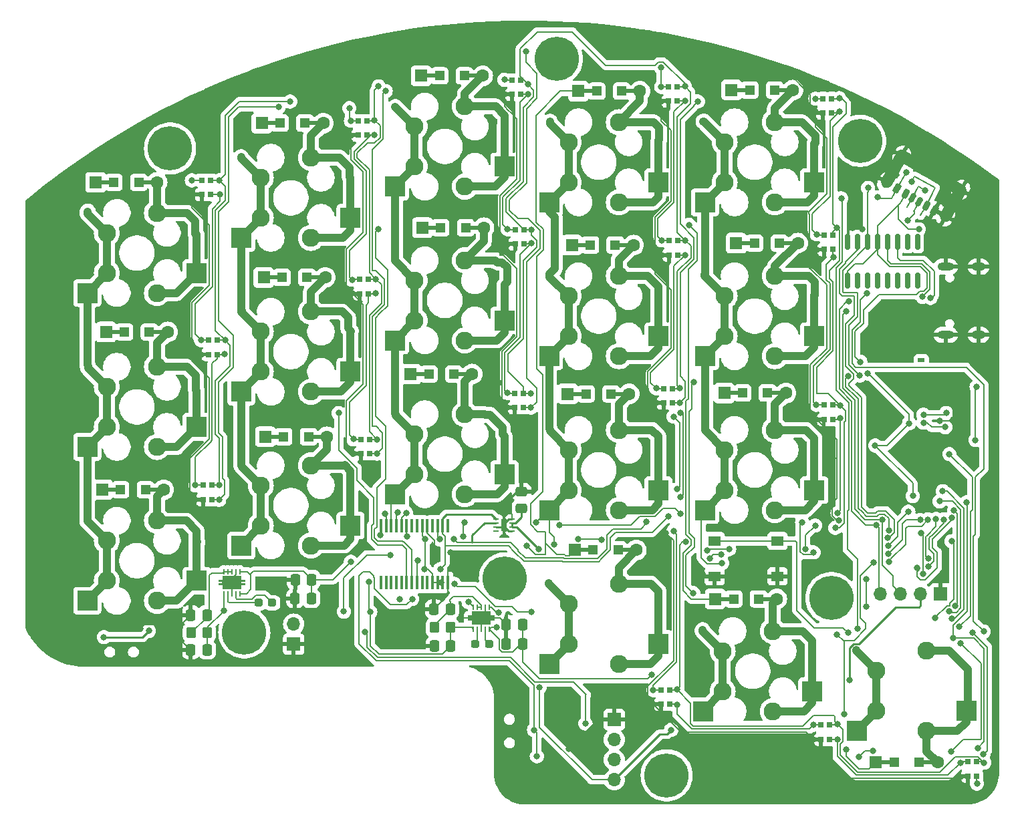
<source format=gbr>
%TF.GenerationSoftware,KiCad,Pcbnew,8.0.2*%
%TF.CreationDate,2025-01-19T21:46:12+07:00*%
%TF.ProjectId,sudi-keyboard,73756469-2d6b-4657-9962-6f6172642e6b,1*%
%TF.SameCoordinates,Original*%
%TF.FileFunction,Copper,L2,Bot*%
%TF.FilePolarity,Positive*%
%FSLAX46Y46*%
G04 Gerber Fmt 4.6, Leading zero omitted, Abs format (unit mm)*
G04 Created by KiCad (PCBNEW 8.0.2) date 2025-01-19 21:46:12*
%MOMM*%
%LPD*%
G01*
G04 APERTURE LIST*
G04 Aperture macros list*
%AMRoundRect*
0 Rectangle with rounded corners*
0 $1 Rounding radius*
0 $2 $3 $4 $5 $6 $7 $8 $9 X,Y pos of 4 corners*
0 Add a 4 corners polygon primitive as box body*
4,1,4,$2,$3,$4,$5,$6,$7,$8,$9,$2,$3,0*
0 Add four circle primitives for the rounded corners*
1,1,$1+$1,$2,$3*
1,1,$1+$1,$4,$5*
1,1,$1+$1,$6,$7*
1,1,$1+$1,$8,$9*
0 Add four rect primitives between the rounded corners*
20,1,$1+$1,$2,$3,$4,$5,0*
20,1,$1+$1,$4,$5,$6,$7,0*
20,1,$1+$1,$6,$7,$8,$9,0*
20,1,$1+$1,$8,$9,$2,$3,0*%
%AMHorizOval*
0 Thick line with rounded ends*
0 $1 width*
0 $2 $3 position (X,Y) of the first rounded end (center of the circle)*
0 $4 $5 position (X,Y) of the second rounded end (center of the circle)*
0 Add line between two ends*
20,1,$1,$2,$3,$4,$5,0*
0 Add two circle primitives to create the rounded ends*
1,1,$1,$2,$3*
1,1,$1,$4,$5*%
%AMFreePoly0*
4,1,21,-0.125000,1.200000,0.125000,1.200000,0.125000,1.700000,0.375000,1.700000,0.375000,1.200000,0.825000,1.200000,0.825000,-1.200000,0.375000,-1.200000,0.375000,-1.700000,0.125000,-1.700000,0.125000,-1.200000,-0.125000,-1.200000,-0.125000,-1.700000,-0.375000,-1.700000,-0.375000,-1.200000,-0.825000,-1.200000,-0.825000,1.200000,-0.375000,1.200000,-0.375000,1.700000,-0.125000,1.700000,
-0.125000,1.200000,-0.125000,1.200000,$1*%
G04 Aperture macros list end*
%TA.AperFunction,SMDPad,CuDef*%
%ADD10R,2.550000X2.500000*%
%TD*%
%TA.AperFunction,ComponentPad*%
%ADD11C,2.286000*%
%TD*%
%TA.AperFunction,ComponentPad*%
%ADD12HorizOval,1.100000X0.150000X0.259808X-0.150000X-0.259808X0*%
%TD*%
%TA.AperFunction,SMDPad,CuDef*%
%ADD13R,0.700000X0.700000*%
%TD*%
%TA.AperFunction,ComponentPad*%
%ADD14R,1.600000X1.600000*%
%TD*%
%TA.AperFunction,SMDPad,CuDef*%
%ADD15R,2.500000X0.500000*%
%TD*%
%TA.AperFunction,SMDPad,CuDef*%
%ADD16R,1.200000X1.200000*%
%TD*%
%TA.AperFunction,ComponentPad*%
%ADD17C,1.600000*%
%TD*%
%TA.AperFunction,ComponentPad*%
%ADD18C,5.600000*%
%TD*%
%TA.AperFunction,ComponentPad*%
%ADD19R,0.900000X0.500000*%
%TD*%
%TA.AperFunction,ComponentPad*%
%ADD20O,2.100000X1.000000*%
%TD*%
%TA.AperFunction,ComponentPad*%
%ADD21O,1.800000X1.000000*%
%TD*%
%TA.AperFunction,ComponentPad*%
%ADD22R,1.700000X1.700000*%
%TD*%
%TA.AperFunction,ComponentPad*%
%ADD23O,1.700000X1.700000*%
%TD*%
%TA.AperFunction,SMDPad,CuDef*%
%ADD24RoundRect,0.250000X0.337500X0.475000X-0.337500X0.475000X-0.337500X-0.475000X0.337500X-0.475000X0*%
%TD*%
%TA.AperFunction,SMDPad,CuDef*%
%ADD25RoundRect,0.150000X-0.150000X0.825000X-0.150000X-0.825000X0.150000X-0.825000X0.150000X0.825000X0*%
%TD*%
%TA.AperFunction,SMDPad,CuDef*%
%ADD26R,1.550000X1.300000*%
%TD*%
%TA.AperFunction,SMDPad,CuDef*%
%ADD27RoundRect,0.250000X0.475000X-0.337500X0.475000X0.337500X-0.475000X0.337500X-0.475000X-0.337500X0*%
%TD*%
%TA.AperFunction,SMDPad,CuDef*%
%ADD28RoundRect,0.060000X0.060000X-0.240000X0.060000X0.240000X-0.060000X0.240000X-0.060000X-0.240000X0*%
%TD*%
%TA.AperFunction,ComponentPad*%
%ADD29C,0.500000*%
%TD*%
%TA.AperFunction,SMDPad,CuDef*%
%ADD30FreePoly0,90.000000*%
%TD*%
%TA.AperFunction,SMDPad,CuDef*%
%ADD31RoundRect,0.237500X0.287500X0.237500X-0.287500X0.237500X-0.287500X-0.237500X0.287500X-0.237500X0*%
%TD*%
%TA.AperFunction,SMDPad,CuDef*%
%ADD32RoundRect,0.250000X0.350000X0.450000X-0.350000X0.450000X-0.350000X-0.450000X0.350000X-0.450000X0*%
%TD*%
%TA.AperFunction,SMDPad,CuDef*%
%ADD33R,0.450000X1.750000*%
%TD*%
%TA.AperFunction,SMDPad,CuDef*%
%ADD34RoundRect,0.175000X-0.364054X-0.280561X-0.060946X-0.455561X0.364054X0.280561X0.060946X0.455561X0*%
%TD*%
%TA.AperFunction,SMDPad,CuDef*%
%ADD35RoundRect,0.190000X0.369545X0.260070X0.040455X0.450070X-0.369545X-0.260070X-0.040455X-0.450070X0*%
%TD*%
%TA.AperFunction,SMDPad,CuDef*%
%ADD36RoundRect,0.200000X0.373205X0.246410X0.026795X0.446410X-0.373205X-0.246410X-0.026795X-0.446410X0*%
%TD*%
%TA.AperFunction,SMDPad,CuDef*%
%ADD37RoundRect,0.175000X0.364054X0.280561X0.060946X0.455561X-0.364054X-0.280561X-0.060946X-0.455561X0*%
%TD*%
%TA.AperFunction,SMDPad,CuDef*%
%ADD38RoundRect,0.190000X-0.369545X-0.260070X-0.040455X-0.450070X0.369545X0.260070X0.040455X0.450070X0*%
%TD*%
%TA.AperFunction,SMDPad,CuDef*%
%ADD39RoundRect,0.200000X-0.373205X-0.246410X-0.026795X-0.446410X0.373205X0.246410X0.026795X0.446410X0*%
%TD*%
%TA.AperFunction,ComponentPad*%
%ADD40HorizOval,1.100000X-0.150000X-0.259808X0.150000X0.259808X0*%
%TD*%
%TA.AperFunction,SMDPad,CuDef*%
%ADD41RoundRect,0.062500X0.287500X0.062500X-0.287500X0.062500X-0.287500X-0.062500X0.287500X-0.062500X0*%
%TD*%
%TA.AperFunction,HeatsinkPad*%
%ADD42R,0.800000X1.600000*%
%TD*%
%TA.AperFunction,ViaPad*%
%ADD43C,0.800000*%
%TD*%
%TA.AperFunction,Conductor*%
%ADD44C,0.200000*%
%TD*%
%TA.AperFunction,Conductor*%
%ADD45C,1.000000*%
%TD*%
%TA.AperFunction,Conductor*%
%ADD46C,0.250000*%
%TD*%
%TA.AperFunction,Conductor*%
%ADD47C,1.500000*%
%TD*%
G04 APERTURE END LIST*
D10*
%TO.P,K16,1*%
%TO.N,col6*%
X174800000Y-127190000D03*
D11*
X177280000Y-119570000D03*
X177280000Y-124650000D03*
%TO.P,K16,2*%
%TO.N,Net-(D33-A)*%
X183630000Y-117030000D03*
X183630000Y-127190000D03*
D10*
X188650000Y-124650000D03*
%TD*%
D12*
%TO.P,J1,S1,SHIELD*%
%TO.N,GND*%
X225043730Y-70423220D03*
X226943730Y-67132324D03*
X217561270Y-66103220D03*
X219461270Y-62812324D03*
%TD*%
D13*
%TO.P,D17,1,DOUT*%
%TO.N,Net-(D17-DOUT)*%
X132049723Y-106366144D03*
%TO.P,D17,2,VSS*%
%TO.N,GND*%
X130949725Y-106366145D03*
%TO.P,D17,3,DIN*%
%TO.N,Net-(D11-DOUT)*%
X130949723Y-104536144D03*
%TO.P,D17,4,VDD*%
%TO.N,+5V*%
X132049724Y-104536145D03*
%TD*%
D14*
%TO.P,D26,1,K*%
%TO.N,row1*%
X197900000Y-54450000D03*
D15*
X199100000Y-54450000D03*
D16*
X200225000Y-54450000D03*
%TO.P,D26,2,A*%
%TO.N,Net-(D26-A)*%
X203375000Y-54450000D03*
D15*
X204500000Y-54450000D03*
D17*
X205700000Y-54450000D03*
%TD*%
D10*
%TO.P,K9,1*%
%TO.N,col3*%
X155300000Y-105690000D03*
D11*
X157780000Y-98070000D03*
X157780000Y-103150000D03*
%TO.P,K9,2*%
%TO.N,Net-(D16-A)*%
X164130000Y-95530000D03*
X164130000Y-105690000D03*
D10*
X169150000Y-103150000D03*
%TD*%
D18*
%TO.P,H2,1,1*%
%TO.N,unconnected-(H2-Pad1)*%
X169200000Y-116350000D03*
%TD*%
%TO.P,H1,1,1*%
%TO.N,unconnected-(H1-Pad1)*%
X210550000Y-118850000D03*
%TD*%
D13*
%TO.P,D18,1,DOUT*%
%TO.N,Net-(D18-DOUT)*%
X171549723Y-94716144D03*
%TO.P,D18,2,VSS*%
%TO.N,GND*%
X170449725Y-94716145D03*
%TO.P,D18,3,DIN*%
%TO.N,Net-(D12-DOUT)*%
X170449723Y-92886144D03*
%TO.P,D18,4,VDD*%
%TO.N,+5V*%
X171549724Y-92886145D03*
%TD*%
D18*
%TO.P,H5,1,1*%
%TO.N,unconnected-(H5-Pad1)*%
X214200000Y-60900000D03*
%TD*%
D10*
%TO.P,K8,1*%
%TO.N,col3*%
X155300000Y-86190000D03*
D11*
X157780000Y-78570000D03*
X157780000Y-83650000D03*
%TO.P,K8,2*%
%TO.N,Net-(D15-A)*%
X164130000Y-76030000D03*
X164130000Y-86190000D03*
D10*
X169150000Y-83650000D03*
%TD*%
%TO.P,K18,1*%
%TO.N,col6*%
X213800000Y-135690000D03*
D11*
X216280000Y-128070000D03*
X216280000Y-133150000D03*
%TO.P,K18,2*%
%TO.N,Net-(D35-A)*%
X222630000Y-125530000D03*
X222630000Y-135690000D03*
D10*
X227650000Y-133150000D03*
%TD*%
%TO.P,K12,1*%
%TO.N,col4*%
X174800000Y-107690000D03*
D11*
X177280000Y-100070000D03*
X177280000Y-105150000D03*
%TO.P,K12,2*%
%TO.N,Net-(D22-A)*%
X183630000Y-97530000D03*
X183630000Y-107690000D03*
D10*
X188650000Y-105150000D03*
%TD*%
D18*
%TO.P,H3,1,1*%
%TO.N,unconnected-(H3-Pad1)*%
X136190000Y-123210000D03*
%TD*%
D10*
%TO.P,K14,1*%
%TO.N,col5*%
X194550000Y-88190000D03*
D11*
X197030000Y-80570000D03*
X197030000Y-85650000D03*
%TO.P,K14,2*%
%TO.N,Net-(D27-A)*%
X203380000Y-78030000D03*
X203380000Y-88190000D03*
D10*
X208400000Y-85650000D03*
%TD*%
D14*
%TO.P,D33,1,K*%
%TO.N,row1*%
X178050000Y-112750000D03*
D15*
X179250000Y-112750000D03*
D16*
X180375000Y-112750000D03*
%TO.P,D33,2,A*%
%TO.N,Net-(D33-A)*%
X183525000Y-112750000D03*
D15*
X184650000Y-112750000D03*
D17*
X185850000Y-112750000D03*
%TD*%
D13*
%TO.P,D25,1,DOUT*%
%TO.N,Net-(D25-DOUT)*%
X190049723Y-132316145D03*
%TO.P,D25,2,VSS*%
%TO.N,GND*%
X188949725Y-132316145D03*
%TO.P,D25,3,DIN*%
%TO.N,Net-(D19-DOUT)*%
X188949724Y-130486144D03*
%TO.P,D25,4,VDD*%
%TO.N,+5V*%
X190049724Y-130486145D03*
%TD*%
D10*
%TO.P,K7,1*%
%TO.N,col3*%
X155300000Y-66690000D03*
D11*
X157780000Y-59070000D03*
X157780000Y-64150000D03*
%TO.P,K7,2*%
%TO.N,Net-(D14-A)*%
X164130000Y-56530000D03*
X164130000Y-66690000D03*
D10*
X169150000Y-64150000D03*
%TD*%
D14*
%TO.P,D2,1,K*%
%TO.N,row2*%
X118690000Y-85110000D03*
D15*
X119890000Y-85110000D03*
D16*
X121015000Y-85110000D03*
%TO.P,D2,2,A*%
%TO.N,Net-(D2-A)*%
X124165000Y-85110000D03*
D15*
X125290000Y-85110000D03*
D17*
X126490000Y-85110000D03*
%TD*%
D10*
%TO.P,K6,1*%
%TO.N,col2*%
X135800000Y-112190000D03*
D11*
X138280000Y-104570000D03*
X138280000Y-109650000D03*
%TO.P,K6,2*%
%TO.N,Net-(D7-A)*%
X144630000Y-102030000D03*
X144630000Y-112190000D03*
D10*
X149650000Y-109650000D03*
%TD*%
%TO.P,K5,1*%
%TO.N,col2*%
X135800000Y-92690000D03*
D11*
X138280000Y-85070000D03*
X138280000Y-90150000D03*
%TO.P,K5,2*%
%TO.N,Net-(D6-A)*%
X144630000Y-82530000D03*
X144630000Y-92690000D03*
D10*
X149650000Y-90150000D03*
%TD*%
D14*
%TO.P,D21,1,K*%
%TO.N,row2*%
X177700000Y-74100000D03*
D15*
X178900000Y-74100000D03*
D16*
X180025000Y-74100000D03*
%TO.P,D21,2,A*%
%TO.N,Net-(D21-A)*%
X183175000Y-74100000D03*
D15*
X184300000Y-74100000D03*
D17*
X185500000Y-74100000D03*
%TD*%
D10*
%TO.P,K2,1*%
%TO.N,col1*%
X116300000Y-99690000D03*
D11*
X118780000Y-92070000D03*
X118780000Y-97150000D03*
%TO.P,K2,2*%
%TO.N,Net-(D2-A)*%
X125130000Y-89530000D03*
X125130000Y-99690000D03*
D10*
X130150000Y-97150000D03*
%TD*%
%TO.P,K10,1*%
%TO.N,col4*%
X174800000Y-68690000D03*
D11*
X177280000Y-61070000D03*
X177280000Y-66150000D03*
%TO.P,K10,2*%
%TO.N,Net-(D20-A)*%
X183630000Y-58530000D03*
X183630000Y-68690000D03*
D10*
X188650000Y-66150000D03*
%TD*%
D13*
%TO.P,D8,1,DOUT*%
%TO.N,Net-(D11-DIN)*%
X131899723Y-67716145D03*
%TO.P,D8,2,VSS*%
%TO.N,GND*%
X130799725Y-67716145D03*
%TO.P,D8,3,DIN*%
%TO.N,TX*%
X130799724Y-65886144D03*
%TO.P,D8,4,VDD*%
%TO.N,+5V*%
X131899724Y-65886145D03*
%TD*%
D19*
%TO.P,AE1,2*%
%TO.N,N/C*%
X221950000Y-88700000D03*
%TD*%
D13*
%TO.P,D36,1,DOUT*%
%TO.N,/DOUT1*%
X152049723Y-100566145D03*
%TO.P,D36,2,VSS*%
%TO.N,GND*%
X150949725Y-100566145D03*
%TO.P,D36,3,DIN*%
%TO.N,Net-(D29-DOUT)*%
X150949724Y-98736144D03*
%TO.P,D36,4,VDD*%
%TO.N,+5V*%
X152049724Y-98736145D03*
%TD*%
%TO.P,D29,1,DOUT*%
%TO.N,Net-(D29-DOUT)*%
X151899723Y-80266145D03*
%TO.P,D29,2,VSS*%
%TO.N,GND*%
X150799725Y-80266145D03*
%TO.P,D29,3,DIN*%
%TO.N,Net-(D23-DOUT)*%
X150799724Y-78436144D03*
%TO.P,D29,4,VDD*%
%TO.N,+5V*%
X151899724Y-78436145D03*
%TD*%
%TO.P,D31,1,DOUT*%
%TO.N,Net-(D31-DOUT)*%
X210349723Y-136766145D03*
%TO.P,D31,2,VSS*%
%TO.N,GND*%
X209249725Y-136766145D03*
%TO.P,D31,3,DIN*%
%TO.N,Net-(D25-DOUT)*%
X209249724Y-134936144D03*
%TO.P,D31,4,VDD*%
%TO.N,+5V*%
X210349724Y-134936145D03*
%TD*%
D10*
%TO.P,K13,1*%
%TO.N,col5*%
X194550000Y-68690000D03*
D11*
X197030000Y-61070000D03*
X197030000Y-66150000D03*
%TO.P,K13,2*%
%TO.N,Net-(D26-A)*%
X203380000Y-58530000D03*
X203380000Y-68690000D03*
D10*
X208400000Y-66150000D03*
%TD*%
D20*
%TO.P,P1,S1,SHIELD*%
%TO.N,GND*%
X225035000Y-85480002D03*
D21*
X229215000Y-85480001D03*
D20*
X225034998Y-76840000D03*
D21*
X229215000Y-76840000D03*
%TD*%
D14*
%TO.P,D34,1,K*%
%TO.N,row2*%
X195850000Y-118950000D03*
D15*
X197050000Y-118950000D03*
D16*
X198175000Y-118950000D03*
%TO.P,D34,2,A*%
%TO.N,Net-(D34-A)*%
X201325000Y-118950000D03*
D15*
X202450000Y-118950000D03*
D17*
X203650000Y-118950000D03*
%TD*%
D10*
%TO.P,K3,1*%
%TO.N,col1*%
X116300000Y-119190000D03*
D11*
X118780000Y-111570000D03*
X118780000Y-116650000D03*
%TO.P,K3,2*%
%TO.N,Net-(D3-A)*%
X125130000Y-109030000D03*
X125130000Y-119190000D03*
D10*
X130150000Y-116650000D03*
%TD*%
%TO.P,K15,1*%
%TO.N,col5*%
X194550000Y-107690000D03*
D11*
X197030000Y-100070000D03*
X197030000Y-105150000D03*
%TO.P,K15,2*%
%TO.N,Net-(D28-A)*%
X203380000Y-97530000D03*
X203380000Y-107690000D03*
D10*
X208400000Y-105150000D03*
%TD*%
D14*
%TO.P,D14,1,K*%
%TO.N,row1*%
X158600000Y-52650000D03*
D15*
X159800000Y-52650000D03*
D16*
X160925000Y-52650000D03*
%TO.P,D14,2,A*%
%TO.N,Net-(D14-A)*%
X164075000Y-52650000D03*
D15*
X165200000Y-52650000D03*
D17*
X166400000Y-52650000D03*
%TD*%
D14*
%TO.P,D7,1,K*%
%TO.N,row3*%
X138850000Y-98400000D03*
D15*
X140050000Y-98400000D03*
D16*
X141175000Y-98400000D03*
%TO.P,D7,2,A*%
%TO.N,Net-(D7-A)*%
X144325000Y-98400000D03*
D15*
X145450000Y-98400000D03*
D17*
X146650000Y-98400000D03*
%TD*%
D13*
%TO.P,D9,1,DOUT*%
%TO.N,Net-(D12-DIN)*%
X171199723Y-55016145D03*
%TO.P,D9,2,VSS*%
%TO.N,GND*%
X170099725Y-55016145D03*
%TO.P,D9,3,DIN*%
%TO.N,/DOUT1*%
X170099724Y-53186144D03*
%TO.P,D9,4,VDD*%
%TO.N,+5V*%
X171199724Y-53186145D03*
%TD*%
D14*
%TO.P,D1,1,K*%
%TO.N,row1*%
X117350000Y-66150000D03*
D15*
X118550000Y-66150000D03*
D16*
X119675000Y-66150000D03*
%TO.P,D1,2,A*%
%TO.N,Net-(D1-A)*%
X122825000Y-66150000D03*
D15*
X123950000Y-66150000D03*
D17*
X125150000Y-66150000D03*
%TD*%
D14*
%TO.P,D20,1,K*%
%TO.N,row1*%
X178500000Y-54600000D03*
D15*
X179700001Y-54599998D03*
D16*
X180825000Y-54600000D03*
%TO.P,D20,2,A*%
%TO.N,Net-(D20-A)*%
X183975000Y-54600000D03*
D15*
X185099999Y-54600002D03*
D17*
X186300000Y-54600000D03*
%TD*%
D13*
%TO.P,D38,1,DOUT*%
%TO.N,Net-(D38-DOUT)*%
X228949723Y-141416145D03*
%TO.P,D38,2,VSS*%
%TO.N,GND*%
X227849725Y-141416145D03*
%TO.P,D38,3,DIN*%
%TO.N,Net-(D31-DOUT)*%
X227849724Y-139586144D03*
%TO.P,D38,4,VDD*%
%TO.N,+5V*%
X228949724Y-139586145D03*
%TD*%
D10*
%TO.P,K17,1*%
%TO.N,col6*%
X194300000Y-133190000D03*
D11*
X196780000Y-125570000D03*
X196780000Y-130650000D03*
%TO.P,K17,2*%
%TO.N,Net-(D34-A)*%
X203130000Y-123030000D03*
X203130000Y-133190000D03*
D10*
X208150000Y-130650000D03*
%TD*%
D14*
%TO.P,D15,1,K*%
%TO.N,row2*%
X158750000Y-71900000D03*
D15*
X159950000Y-71900000D03*
D16*
X161075000Y-71900000D03*
%TO.P,D15,2,A*%
%TO.N,Net-(D15-A)*%
X164225000Y-71900000D03*
D15*
X165350000Y-71900000D03*
D17*
X166550000Y-71900000D03*
%TD*%
D18*
%TO.P,H4,1,1*%
%TO.N,unconnected-(H4-Pad1)*%
X126790000Y-61860000D03*
%TD*%
D13*
%TO.P,D10,1,DOUT*%
%TO.N,Net-(D10-DOUT)*%
X210599723Y-57366144D03*
%TO.P,D10,2,VSS*%
%TO.N,GND*%
X209499725Y-57366145D03*
%TO.P,D10,3,DIN*%
%TO.N,/DOUT2*%
X209499723Y-55536144D03*
%TO.P,D10,4,VDD*%
%TO.N,+5V*%
X210599724Y-55536145D03*
%TD*%
%TO.P,D24,1,DOUT*%
%TO.N,Net-(D24-DOUT)*%
X191049723Y-55866145D03*
%TO.P,D24,2,VSS*%
%TO.N,GND*%
X189949725Y-55866145D03*
%TO.P,D24,3,DIN*%
%TO.N,Net-(D18-DOUT)*%
X189949724Y-54036144D03*
%TO.P,D24,4,VDD*%
%TO.N,+5V*%
X191049724Y-54036145D03*
%TD*%
D14*
%TO.P,D5,1,K*%
%TO.N,row1*%
X138400000Y-58650000D03*
D15*
X139600001Y-58649999D03*
D16*
X140725000Y-58650000D03*
%TO.P,D5,2,A*%
%TO.N,Net-(D5-A)*%
X143875000Y-58650000D03*
D15*
X144999999Y-58650001D03*
D17*
X146200000Y-58650000D03*
%TD*%
D13*
%TO.P,D19,1,DOUT*%
%TO.N,Net-(D19-DOUT)*%
X210699723Y-96216145D03*
%TO.P,D19,2,VSS*%
%TO.N,GND*%
X209599725Y-96216145D03*
%TO.P,D19,3,DIN*%
%TO.N,Net-(D13-DOUT)*%
X209599724Y-94386144D03*
%TO.P,D19,4,VDD*%
%TO.N,+5V*%
X210699724Y-94386145D03*
%TD*%
D10*
%TO.P,K4,1*%
%TO.N,col2*%
X135800000Y-73190000D03*
D11*
X138280000Y-65570000D03*
X138280000Y-70650000D03*
%TO.P,K4,2*%
%TO.N,Net-(D5-A)*%
X144630000Y-63030000D03*
X144630000Y-73190000D03*
D10*
X149650000Y-70650000D03*
%TD*%
D13*
%TO.P,D30,1,DOUT*%
%TO.N,Net-(D30-DOUT)*%
X191099723Y-75366145D03*
%TO.P,D30,2,VSS*%
%TO.N,GND*%
X189999725Y-75366145D03*
%TO.P,D30,3,DIN*%
%TO.N,Net-(D24-DOUT)*%
X189999724Y-73536144D03*
%TO.P,D30,4,VDD*%
%TO.N,+5V*%
X191099724Y-73536145D03*
%TD*%
D14*
%TO.P,D27,1,K*%
%TO.N,row2*%
X198500000Y-73850000D03*
D15*
X199700000Y-73850000D03*
D16*
X200825000Y-73850000D03*
%TO.P,D27,2,A*%
%TO.N,Net-(D27-A)*%
X203975000Y-73850000D03*
D15*
X205100000Y-73850000D03*
D17*
X206300000Y-73850000D03*
%TD*%
D13*
%TO.P,D23,1,DOUT*%
%TO.N,Net-(D23-DOUT)*%
X151749723Y-60166144D03*
%TO.P,D23,2,VSS*%
%TO.N,GND*%
X150649725Y-60166145D03*
%TO.P,D23,3,DIN*%
%TO.N,Net-(D17-DOUT)*%
X150649723Y-58336144D03*
%TO.P,D23,4,VDD*%
%TO.N,+5V*%
X151749724Y-58336145D03*
%TD*%
D14*
%TO.P,D3,1,K*%
%TO.N,row3*%
X118190000Y-105110000D03*
D15*
X119390000Y-105110000D03*
D16*
X120515000Y-105110000D03*
%TO.P,D3,2,A*%
%TO.N,Net-(D3-A)*%
X123665000Y-105110000D03*
D15*
X124790000Y-105110000D03*
D17*
X125990000Y-105110000D03*
%TD*%
D13*
%TO.P,D13,1,DOUT*%
%TO.N,Net-(D13-DOUT)*%
X210749723Y-74666145D03*
%TO.P,D13,2,VSS*%
%TO.N,GND*%
X209649725Y-74666145D03*
%TO.P,D13,3,DIN*%
%TO.N,Net-(D10-DOUT)*%
X209649724Y-72836144D03*
%TO.P,D13,4,VDD*%
%TO.N,+5V*%
X210749724Y-72836145D03*
%TD*%
D14*
%TO.P,D16,1,K*%
%TO.N,row3*%
X157250000Y-90450000D03*
D15*
X158450000Y-90450000D03*
D16*
X159575000Y-90450000D03*
%TO.P,D16,2,A*%
%TO.N,Net-(D16-A)*%
X162725000Y-90450000D03*
D15*
X163850000Y-90450000D03*
D17*
X165050000Y-90450000D03*
%TD*%
D10*
%TO.P,K11,1*%
%TO.N,col4*%
X174800000Y-88190000D03*
D11*
X177280000Y-80570000D03*
X177280000Y-85650000D03*
%TO.P,K11,2*%
%TO.N,Net-(D21-A)*%
X183630000Y-78030000D03*
X183630000Y-88190000D03*
D10*
X188650000Y-85650000D03*
%TD*%
D22*
%TO.P,J3,1,Pin_1*%
%TO.N,GND*%
X224400000Y-118300000D03*
D23*
%TO.P,J3,2,Pin_2*%
%TO.N,+3.3V*%
X221859998Y-118300001D03*
%TO.P,J3,3,Pin_3*%
%TO.N,SCL*%
X219320000Y-118300000D03*
%TO.P,J3,4,Pin_4*%
%TO.N,SDA*%
X216780000Y-118300000D03*
%TD*%
D10*
%TO.P,K1,1*%
%TO.N,col1*%
X116300000Y-80190000D03*
D11*
X118780000Y-72570000D03*
X118780000Y-77650000D03*
%TO.P,K1,2*%
%TO.N,Net-(D1-A)*%
X125130000Y-70030000D03*
X125130000Y-80190000D03*
D10*
X130150000Y-77650000D03*
%TD*%
D18*
%TO.P,H7,1,1*%
%TO.N,unconnected-(H7-Pad1)*%
X175790000Y-50510000D03*
%TD*%
D14*
%TO.P,D35,1,K*%
%TO.N,row3*%
X216200000Y-139650000D03*
D15*
X217400000Y-139650000D03*
D16*
X218525000Y-139650000D03*
%TO.P,D35,2,A*%
%TO.N,Net-(D35-A)*%
X221675000Y-139650000D03*
D15*
X222800000Y-139650000D03*
D17*
X224000000Y-139650000D03*
%TD*%
D13*
%TO.P,D37,1,DOUT*%
%TO.N,/DOUT2*%
X190399723Y-94116145D03*
%TO.P,D37,2,VSS*%
%TO.N,GND*%
X189299725Y-94116145D03*
%TO.P,D37,3,DIN*%
%TO.N,Net-(D30-DOUT)*%
X189299724Y-92286144D03*
%TO.P,D37,4,VDD*%
%TO.N,+5V*%
X190399724Y-92286145D03*
%TD*%
%TO.P,D12,1,DOUT*%
%TO.N,Net-(D12-DOUT)*%
X171599723Y-73966145D03*
%TO.P,D12,2,VSS*%
%TO.N,GND*%
X170499725Y-73966145D03*
%TO.P,D12,3,DIN*%
%TO.N,Net-(D12-DIN)*%
X170499724Y-72136144D03*
%TO.P,D12,4,VDD*%
%TO.N,+5V*%
X171599724Y-72136145D03*
%TD*%
D18*
%TO.P,H6,1,1*%
%TO.N,unconnected-(H6-Pad1)*%
X189690000Y-141310000D03*
%TD*%
D14*
%TO.P,D22,1,K*%
%TO.N,row3*%
X177150000Y-92960000D03*
D15*
X178350000Y-92959998D03*
D16*
X179475000Y-92960000D03*
%TO.P,D22,2,A*%
%TO.N,Net-(D22-A)*%
X182625000Y-92960000D03*
D15*
X183750000Y-92960002D03*
D17*
X184950000Y-92960000D03*
%TD*%
D22*
%TO.P,J2,1,Pin_1*%
%TO.N,GND*%
X183050000Y-134250000D03*
D23*
%TO.P,J2,2,Pin_2*%
%TO.N,/SWCLK*%
X183050001Y-136790002D03*
%TO.P,J2,3,Pin_3*%
%TO.N,/SWDIO*%
X183050000Y-139330000D03*
%TO.P,J2,4,Pin_4*%
%TO.N,+3.3V*%
X183050000Y-141870000D03*
%TD*%
D24*
%TO.P,C17,1*%
%TO.N,+3.3V*%
X144687500Y-118890000D03*
%TO.P,C17,2*%
%TO.N,GND*%
X142612500Y-118890000D03*
%TD*%
D25*
%TO.P,U4,1,GND*%
%TO.N,GND*%
X212605000Y-73675000D03*
%TO.P,U4,2,TXD*%
%TO.N,RX*%
X213875001Y-73674998D03*
%TO.P,U4,3,RXD*%
%TO.N,TX*%
X215144998Y-73675002D03*
%TO.P,U4,4,V3*%
%TO.N,+3.3V*%
X216415000Y-73675000D03*
%TO.P,U4,5,UD+*%
%TO.N,Net-(P1-D+)*%
X217685000Y-73675000D03*
%TO.P,U4,6,UD-*%
%TO.N,Net-(P1-D-)*%
X218955001Y-73675000D03*
%TO.P,U4,7,NC*%
%TO.N,unconnected-(U4-NC-Pad7)*%
X220225001Y-73674999D03*
%TO.P,U4,8,~{OUT}/~{DTR}*%
%TO.N,unconnected-(U4-~{OUT}{slash}~{DTR}-Pad8)*%
X221495000Y-73675000D03*
%TO.P,U4,9,~{CTS}*%
%TO.N,unconnected-(U4-~{CTS}-Pad9)*%
X221495000Y-78625000D03*
%TO.P,U4,10,~{DSR}*%
%TO.N,unconnected-(U4-~{DSR}-Pad10)*%
X220224999Y-78625002D03*
%TO.P,U4,11,~{RI}*%
%TO.N,unconnected-(U4-~{RI}-Pad11)*%
X218955002Y-78624998D03*
%TO.P,U4,12,~{DCD}*%
%TO.N,unconnected-(U4-~{DCD}-Pad12)*%
X217685000Y-78625000D03*
%TO.P,U4,13,~{DTR}*%
%TO.N,unconnected-(U4-~{DTR}-Pad13)*%
X216415000Y-78625000D03*
%TO.P,U4,14,~{RTS}*%
%TO.N,unconnected-(U4-~{RTS}-Pad14)*%
X215144999Y-78625000D03*
%TO.P,U4,15,R232*%
%TO.N,unconnected-(U4-R232-Pad15)*%
X213874999Y-78625001D03*
%TO.P,U4,16,VCC*%
%TO.N,+3.3V*%
X212605000Y-78625000D03*
%TD*%
D26*
%TO.P,SW1,1,1*%
%TO.N,GND*%
X195775000Y-116100000D03*
X203725000Y-116100000D03*
%TO.P,SW1,2,2*%
%TO.N,Net-(U7-P0.21{slash}~{RESET})*%
X195775000Y-111600000D03*
X203725000Y-111600000D03*
%TD*%
D27*
%TO.P,C56,1*%
%TO.N,+3.3V*%
X171300000Y-107437500D03*
%TO.P,C56,2*%
%TO.N,GND*%
X171300000Y-105362500D03*
%TD*%
D13*
%TO.P,D11,1,DOUT*%
%TO.N,Net-(D11-DOUT)*%
X132743871Y-87961529D03*
%TO.P,D11,2,VSS*%
%TO.N,GND*%
X131643873Y-87961531D03*
%TO.P,D11,3,DIN*%
%TO.N,Net-(D11-DIN)*%
X131643875Y-86131531D03*
%TO.P,D11,4,VDD*%
%TO.N,+5V*%
X132743873Y-86131529D03*
%TD*%
D24*
%TO.P,C13,1*%
%TO.N,+5V*%
X171437500Y-124650000D03*
%TO.P,C13,2*%
%TO.N,GND*%
X169362500Y-124650000D03*
%TD*%
%TO.P,C14,1*%
%TO.N,VDD*%
X131487500Y-125400001D03*
%TO.P,C14,2*%
%TO.N,GND*%
X129412500Y-125400001D03*
%TD*%
D14*
%TO.P,D28,1,K*%
%TO.N,row3*%
X197000000Y-92850000D03*
D15*
X198200000Y-92849998D03*
D16*
X199325000Y-92850000D03*
%TO.P,D28,2,A*%
%TO.N,Net-(D28-A)*%
X202475000Y-92850000D03*
D15*
X203600000Y-92850002D03*
D17*
X204800000Y-92850000D03*
%TD*%
D28*
%TO.P,U6,1,VOUT*%
%TO.N,+5V*%
X167200000Y-122789999D03*
%TO.P,U6,2,L2*%
%TO.N,Net-(U6-L2)*%
X166700003Y-122789999D03*
%TO.P,U6,3,PGND*%
%TO.N,GND*%
X166200000Y-122789999D03*
%TO.P,U6,4,L1*%
%TO.N,Net-(U6-L1)*%
X165699997Y-122789999D03*
%TO.P,U6,5,VIN*%
%TO.N,VDD*%
X165200000Y-122789999D03*
%TO.P,U6,6,EN*%
%TO.N,Net-(SW4-B)*%
X165200000Y-119989999D03*
%TO.P,U6,7,PS/SYNC*%
%TO.N,Net-(SW4-A)*%
X165699997Y-119989999D03*
%TO.P,U6,8,VINA*%
X166200000Y-119989999D03*
%TO.P,U6,9,GND*%
%TO.N,GND*%
X166700003Y-119989999D03*
%TO.P,U6,10,FB*%
%TO.N,+5V*%
X167200000Y-119989999D03*
D29*
%TO.P,U6,11,PGND*%
%TO.N,GND*%
X166200000Y-121964999D03*
X165250000Y-121389999D03*
D30*
X166200000Y-121389999D03*
D29*
X167150000Y-121389999D03*
X166200000Y-120814999D03*
%TD*%
D31*
%TO.P,L1,1,1*%
%TO.N,Net-(U6-L2)*%
X167225000Y-124689999D03*
%TO.P,L1,2,2*%
%TO.N,Net-(U6-L1)*%
X165475000Y-124689999D03*
%TD*%
D32*
%TO.P,R16,1*%
%TO.N,VDD*%
X131500000Y-123250000D03*
%TO.P,R16,2*%
%TO.N,Net-(U9-EN)*%
X129500000Y-123250000D03*
%TD*%
D24*
%TO.P,C11,1*%
%TO.N,Net-(SW4-A)*%
X162287501Y-120250000D03*
%TO.P,C11,2*%
%TO.N,GND*%
X160212501Y-120250000D03*
%TD*%
%TO.P,C12,1*%
%TO.N,+5V*%
X171437500Y-122200001D03*
%TO.P,C12,2*%
%TO.N,GND*%
X169362500Y-122200001D03*
%TD*%
D22*
%TO.P,J4,1,Pin_1*%
%TO.N,GND*%
X142450000Y-124700000D03*
D23*
%TO.P,J4,2,Pin_2*%
%TO.N,+BATT*%
X142449999Y-122159997D03*
%TD*%
D24*
%TO.P,C16,1*%
%TO.N,+3.3V*%
X144707499Y-116500000D03*
%TO.P,C16,2*%
%TO.N,GND*%
X142632499Y-116500000D03*
%TD*%
%TO.P,C15,1*%
%TO.N,Net-(U9-EN)*%
X131487500Y-121000000D03*
%TO.P,C15,2*%
%TO.N,GND*%
X129412500Y-121000000D03*
%TD*%
D32*
%TO.P,R13,1*%
%TO.N,VDD*%
X162282380Y-122584947D03*
%TO.P,R13,2*%
%TO.N,Net-(SW4-A)*%
X160282380Y-122584947D03*
%TD*%
D33*
%TO.P,U8,1,GPB0*%
%TO.N,col1*%
X153515001Y-109660000D03*
%TO.P,U8,2,GPB1*%
%TO.N,col2*%
X154165001Y-109660000D03*
%TO.P,U8,3,GPB2*%
%TO.N,col3*%
X154815000Y-109660001D03*
%TO.P,U8,4,GPB3*%
%TO.N,col4*%
X155465000Y-109659999D03*
%TO.P,U8,5,GPB4*%
%TO.N,col5*%
X156115000Y-109659999D03*
%TO.P,U8,6,GPB5*%
%TO.N,col6*%
X156765000Y-109660000D03*
%TO.P,U8,7,GPB6*%
%TO.N,unconnected-(U8-GPB6-Pad7)*%
X157415000Y-109660000D03*
%TO.P,U8,8,GPB7*%
%TO.N,unconnected-(U8-GPB7-Pad8)*%
X158065000Y-109660000D03*
%TO.P,U8,9,VDD*%
%TO.N,+3.3V*%
X158715001Y-109660000D03*
%TO.P,U8,10,VSS*%
%TO.N,GND*%
X159365000Y-109660000D03*
%TO.P,U8,11,NC*%
%TO.N,unconnected-(U8-NC-Pad11)*%
X160015000Y-109660001D03*
%TO.P,U8,12,SCK*%
%TO.N,SCL*%
X160664999Y-109659999D03*
%TO.P,U8,13,SDA*%
%TO.N,SDA*%
X161315001Y-109660001D03*
%TO.P,U8,14,NC*%
%TO.N,unconnected-(U8-NC-Pad14)*%
X161965000Y-109660001D03*
%TO.P,U8,15,A0*%
%TO.N,GND*%
X161964999Y-116860000D03*
%TO.P,U8,16,A1*%
%TO.N,+3.3V*%
X161314999Y-116860000D03*
%TO.P,U8,17,A2*%
X160665000Y-116859999D03*
%TO.P,U8,18,~{RESET}*%
X160015000Y-116860001D03*
%TO.P,U8,19,INTB*%
%TO.N,unconnected-(U8-INTB-Pad19)*%
X159365000Y-116860001D03*
%TO.P,U8,20,INTA*%
%TO.N,unconnected-(U8-INTA-Pad20)*%
X158715000Y-116860000D03*
%TO.P,U8,21,GPA0*%
%TO.N,row1*%
X158065000Y-116860000D03*
%TO.P,U8,22,GPA1*%
%TO.N,row2*%
X157415000Y-116860000D03*
%TO.P,U8,23,GPA2*%
%TO.N,row3*%
X156764999Y-116860000D03*
%TO.P,U8,24,GPA3*%
%TO.N,unconnected-(U8-GPA3-Pad24)*%
X156115000Y-116860000D03*
%TO.P,U8,25,GPA4*%
%TO.N,unconnected-(U8-GPA4-Pad25)*%
X155465000Y-116859999D03*
%TO.P,U8,26,GPA5*%
%TO.N,unconnected-(U8-GPA5-Pad26)*%
X154815001Y-116860001D03*
%TO.P,U8,27,GPA6*%
%TO.N,unconnected-(U8-GPA6-Pad27)*%
X154164999Y-116859999D03*
%TO.P,U8,28,GPA7*%
%TO.N,unconnected-(U8-GPA7-Pad28)*%
X153515000Y-116859999D03*
%TD*%
D14*
%TO.P,D6,1,K*%
%TO.N,row2*%
X138650000Y-78200000D03*
D15*
X139850000Y-78199998D03*
D16*
X140975000Y-78200000D03*
%TO.P,D6,2,A*%
%TO.N,Net-(D6-A)*%
X144125000Y-78200000D03*
D15*
X145250000Y-78200002D03*
D17*
X146450000Y-78200000D03*
%TD*%
D28*
%TO.P,U9,1,VOUT*%
%TO.N,+3.3V*%
X135600000Y-118300000D03*
%TO.P,U9,2,L2*%
%TO.N,Net-(U9-L2)*%
X135100000Y-118300000D03*
%TO.P,U9,3,PGND*%
%TO.N,GND*%
X134600000Y-118300000D03*
%TO.P,U9,4,L1*%
%TO.N,Net-(U9-L1)*%
X134099999Y-118300000D03*
%TO.P,U9,5,VIN*%
%TO.N,VDD*%
X133600000Y-118300000D03*
%TO.P,U9,6,EN*%
%TO.N,Net-(U9-EN)*%
X133600000Y-115500000D03*
%TO.P,U9,7,PS/SYNC*%
X134100000Y-115500000D03*
%TO.P,U9,8,VINA*%
X134600000Y-115500000D03*
%TO.P,U9,9,GND*%
%TO.N,GND*%
X135100001Y-115500000D03*
%TO.P,U9,10,FB*%
%TO.N,+3.3V*%
X135600000Y-115500000D03*
D29*
%TO.P,U9,11,PGND*%
%TO.N,GND*%
X134600000Y-117475000D03*
X133650000Y-116900000D03*
D30*
X134600000Y-116900000D03*
D29*
X135550000Y-116900000D03*
X134600000Y-116325000D03*
%TD*%
D34*
%TO.P,J5,A5,CC2*%
%TO.N,SDA*%
X220829488Y-68082504D03*
D35*
%TO.P,J5,A9,VBUS*%
%TO.N,+5V*%
X222578860Y-69092504D03*
D36*
%TO.P,J5,A12,GND*%
%TO.N,GND*%
X223644069Y-69707504D03*
D37*
%TO.P,J5,B5,CC3*%
%TO.N,SCL*%
X221695513Y-68582505D03*
D38*
%TO.P,J5,B9,CC1*%
%TO.N,+3.3V*%
X219946141Y-67572503D03*
D39*
%TO.P,J5,B12,CC4*%
%TO.N,END_TX*%
X218880930Y-66957505D03*
D40*
%TO.P,J5,S1,SHIELD*%
%TO.N,GND*%
X219461270Y-62812323D03*
X217561269Y-66103222D03*
X226943731Y-67132324D03*
X225043730Y-70423223D03*
%TD*%
D41*
%TO.P,U10,1,CTG*%
%TO.N,GND*%
X170100000Y-108850000D03*
%TO.P,U10,2,CELL*%
%TO.N,+3.3V*%
X170100000Y-109350000D03*
%TO.P,U10,3,VDD*%
X170100000Y-109850000D03*
%TO.P,U10,4,GND*%
%TO.N,GND*%
X170100000Y-110350000D03*
%TO.P,U10,5,~{ALRT}*%
%TO.N,unconnected-(U10-~{ALRT}-Pad5)*%
X168100000Y-110350000D03*
%TO.P,U10,6,QSTRT*%
%TO.N,GND*%
X168100000Y-109850000D03*
%TO.P,U10,7,SCL*%
%TO.N,SCL*%
X168100000Y-109350000D03*
%TO.P,U10,8,SDA*%
%TO.N,SDA*%
X168100000Y-108850000D03*
D42*
%TO.P,U10,9,GND*%
%TO.N,GND*%
X169100000Y-109600000D03*
%TD*%
D24*
%TO.P,C4,1*%
%TO.N,VDD*%
X162337500Y-124950000D03*
%TO.P,C4,2*%
%TO.N,GND*%
X160262500Y-124950000D03*
%TD*%
D31*
%TO.P,L2,1,1*%
%TO.N,Net-(U9-L2)*%
X139725000Y-119450000D03*
%TO.P,L2,2,2*%
%TO.N,Net-(U9-L1)*%
X137975000Y-119450000D03*
%TD*%
D43*
%TO.N,row1*%
X171950001Y-112200000D03*
X158160712Y-114049046D03*
X220300000Y-107900000D03*
X217756799Y-112219504D03*
%TO.N,Net-(D1-A)*%
X130000000Y-72650000D03*
%TO.N,row2*%
X153193566Y-72050000D03*
X192507475Y-71542525D03*
X217746807Y-113219457D03*
X221800000Y-108930013D03*
%TO.N,Net-(D2-A)*%
X130050000Y-92450000D03*
%TO.N,row3*%
X193150003Y-91450000D03*
X212400002Y-138000000D03*
X217838052Y-114215288D03*
X211250000Y-123450000D03*
X222798754Y-108880054D03*
X212200000Y-133550000D03*
X215900000Y-114350000D03*
X148150000Y-95400000D03*
X193069975Y-118230025D03*
%TO.N,Net-(D3-A)*%
X130250000Y-111750000D03*
%TO.N,Net-(D7-A)*%
X149650000Y-104650000D03*
%TO.N,Net-(D14-A)*%
X169200000Y-59050000D03*
%TO.N,Net-(D15-A)*%
X169500000Y-78800000D03*
%TO.N,Net-(D20-A)*%
X188750000Y-60750000D03*
%TO.N,Net-(D21-A)*%
X188650000Y-80570000D03*
%TO.N,Net-(D26-A)*%
X208500000Y-61150000D03*
%TO.N,Net-(D27-A)*%
X208450000Y-80450000D03*
%TO.N,+3.3V*%
X221950000Y-110650000D03*
X222150000Y-115800000D03*
X214200000Y-88892157D03*
X212850000Y-129250000D03*
X173479899Y-112650000D03*
X190260048Y-135550001D03*
X159100000Y-111350000D03*
X149689949Y-114250001D03*
X220400000Y-96700000D03*
X172525000Y-120600000D03*
X159050000Y-115150000D03*
X215113520Y-90382356D03*
X173600000Y-130159314D03*
X216100000Y-99512282D03*
X220864152Y-105900000D03*
X221636333Y-72100000D03*
X162800000Y-117050000D03*
X161139997Y-116860000D03*
%TO.N,Net-(U7-XC1)*%
X224993931Y-97183885D03*
X222215075Y-96600000D03*
%TO.N,Net-(U7-XC2)*%
X225100000Y-95400000D03*
X222215075Y-95599997D03*
%TO.N,+5V*%
X133050000Y-65900000D03*
X191350003Y-92250000D03*
X229900003Y-139700000D03*
X172550003Y-72154084D03*
X220700000Y-66100000D03*
X211059699Y-109944921D03*
X192000003Y-54000000D03*
X211300003Y-134800000D03*
X168382435Y-120649999D03*
X192100000Y-111750000D03*
X152700002Y-58300000D03*
X172123681Y-53710761D03*
X172500002Y-92923323D03*
X133743873Y-86146531D03*
X153200000Y-54000000D03*
X152850003Y-78400000D03*
X142000000Y-55910000D03*
X211550002Y-55500000D03*
X211650003Y-94400000D03*
X133000002Y-104550000D03*
X211234425Y-71900250D03*
X153000003Y-98750000D03*
X191000003Y-130450000D03*
X168175000Y-122548526D03*
X192050003Y-73500000D03*
X187772182Y-128572182D03*
%TO.N,GND*%
X187999997Y-132300000D03*
X211486614Y-109040627D03*
X189586480Y-110617644D03*
X208299997Y-136750000D03*
X149699998Y-60200000D03*
X226000000Y-96200000D03*
X123000000Y-122750000D03*
X224261091Y-96361091D03*
X188289339Y-112710661D03*
X169499998Y-94700000D03*
X169149997Y-54950000D03*
X225300000Y-92600000D03*
X214444998Y-72050000D03*
X188999997Y-55900000D03*
X163550000Y-121450000D03*
X130694146Y-87996533D03*
X129500000Y-121050000D03*
X160250000Y-113050000D03*
X189049997Y-75350000D03*
X129550000Y-67700000D03*
X160250000Y-120250000D03*
X208549998Y-57200000D03*
X149849997Y-80250000D03*
X168499999Y-91550000D03*
X200850000Y-51800000D03*
X226899997Y-141500000D03*
X142500000Y-116550000D03*
X129999998Y-106400000D03*
X208699997Y-74700000D03*
X208649997Y-96200000D03*
X169549997Y-74000000D03*
X194250000Y-115750000D03*
X177300002Y-137949998D03*
X210700000Y-101150000D03*
X188349997Y-94100000D03*
X149999997Y-100550000D03*
X162350000Y-113050000D03*
X157500000Y-123800000D03*
%TO.N,col1*%
X208500000Y-109650000D03*
X116100000Y-119150000D03*
X116400000Y-89400000D03*
X153400000Y-110900000D03*
X207300000Y-112650000D03*
X223797839Y-108837235D03*
X222850000Y-113850000D03*
X116350000Y-69850000D03*
X116300000Y-108950000D03*
%TO.N,col2*%
X135900000Y-82450000D03*
X135800000Y-62950000D03*
X222850000Y-114850003D03*
X154050000Y-108150000D03*
X206850000Y-109250000D03*
X135800000Y-112190000D03*
X208300003Y-113050000D03*
X135900000Y-102150000D03*
X224797186Y-108873459D03*
%TO.N,col3*%
X164050000Y-109250000D03*
X197616116Y-112650000D03*
X155400000Y-95550000D03*
X181450000Y-111450000D03*
X155300000Y-75950000D03*
X155250000Y-105700000D03*
X178450000Y-111349998D03*
X221450000Y-115019129D03*
X163950000Y-111050000D03*
X155300000Y-56600000D03*
X225782108Y-108700444D03*
X194794953Y-112813878D03*
%TO.N,col4*%
X174900000Y-58450000D03*
X196637579Y-113352372D03*
X226250000Y-119800000D03*
X174850000Y-77750000D03*
X155600000Y-107950000D03*
X226100000Y-107752315D03*
X214950000Y-119900000D03*
X173174187Y-109250000D03*
X175450000Y-112050000D03*
X214950000Y-116468037D03*
X174900000Y-97500000D03*
X195150000Y-113800000D03*
%TO.N,col5*%
X191450000Y-108150000D03*
X156694975Y-108055025D03*
X194550000Y-97600000D03*
X224264152Y-106577160D03*
X194350000Y-58450000D03*
X225512844Y-120500000D03*
X194500000Y-77850000D03*
X176150000Y-109600000D03*
X194550000Y-107800000D03*
X196700000Y-114400000D03*
%TO.N,col6*%
X156800000Y-111050000D03*
X174750000Y-117000000D03*
X213700000Y-125450000D03*
X225789536Y-121460962D03*
X194250000Y-122900000D03*
X224664153Y-105300000D03*
%TO.N,SDA*%
X216268764Y-109582128D03*
X212750001Y-81250001D03*
X190584587Y-95840518D03*
X161050000Y-115160000D03*
X189900000Y-108450000D03*
X191050000Y-105049997D03*
X222450000Y-67200000D03*
%TO.N,SCL*%
X217000000Y-108900000D03*
X162750000Y-111350000D03*
X191450001Y-95339456D03*
X160950000Y-111400000D03*
X191450000Y-106050000D03*
X187150000Y-109190000D03*
X220250000Y-71000000D03*
X212425001Y-82500000D03*
%TO.N,Net-(U7-ANT)*%
X228800000Y-98800000D03*
X228950000Y-92050000D03*
%TO.N,Net-(D10-DOUT)*%
X208699998Y-72750000D03*
X211550001Y-57200000D03*
%TO.N,Net-(D11-DOUT)*%
X129999999Y-104550000D03*
X133694151Y-87946532D03*
%TO.N,Net-(D12-DOUT)*%
X169499999Y-92850000D03*
X172550002Y-73852723D03*
%TO.N,Net-(D17-DOUT)*%
X140550000Y-56600000D03*
X149500000Y-56750000D03*
X133000001Y-106400000D03*
X149699999Y-58350000D03*
%TO.N,Net-(D18-DOUT)*%
X188950000Y-51600000D03*
X188999998Y-54050000D03*
X172500001Y-94700000D03*
X171850000Y-49550000D03*
%TO.N,Net-(D23-DOUT)*%
X149849998Y-78500000D03*
X152700001Y-60150000D03*
%TO.N,Net-(D24-DOUT)*%
X192000002Y-55850000D03*
X189049998Y-73500000D03*
%TO.N,+BATT*%
X154650000Y-113400000D03*
X148800000Y-120550000D03*
%TO.N,TX*%
X129550000Y-65900000D03*
X214150000Y-90650000D03*
X215200000Y-66850000D03*
X212675000Y-90750000D03*
X217847812Y-110232098D03*
%TO.N,VBUS*%
X215094982Y-80200000D03*
X151450000Y-123150000D03*
X179400000Y-134750000D03*
X155850000Y-118950000D03*
X229850000Y-123095940D03*
%TO.N,VDD*%
X133650000Y-120450000D03*
X151950000Y-116750000D03*
X152150000Y-120600000D03*
%TO.N,Net-(SW4-A)*%
X124100000Y-123000000D03*
X160200000Y-122650000D03*
X118400000Y-123800000D03*
%TO.N,Net-(P1-D-)*%
X223100000Y-80800000D03*
%TO.N,/SWDIO*%
X225701041Y-138301041D03*
X226948055Y-124600000D03*
X226730397Y-122500001D03*
X225500000Y-100600000D03*
X214050000Y-138989950D03*
X215850000Y-138249998D03*
%TO.N,/SWCLK*%
X225950000Y-123900000D03*
X229130727Y-137835001D03*
X227700000Y-106700000D03*
%TO.N,Net-(U7-P0.21{slash}~{RESET})*%
X212650000Y-123200000D03*
X223730025Y-121319975D03*
X225782108Y-111637500D03*
%TO.N,Net-(P1-D+)*%
X222108656Y-80668706D03*
%TO.N,Net-(D5-A)*%
X149550000Y-65500000D03*
%TO.N,Net-(D6-A)*%
X149700000Y-85000000D03*
%TO.N,Net-(D11-DIN)*%
X130694147Y-86146533D03*
X133100000Y-67700000D03*
%TO.N,Net-(D12-DIN)*%
X169549998Y-72100000D03*
X172150002Y-55000000D03*
%TO.N,RX*%
X217700000Y-111221116D03*
%TO.N,/DOUT1*%
X153000002Y-100550000D03*
X154100000Y-54600000D03*
X169149998Y-53150000D03*
%TO.N,/DOUT2*%
X208549999Y-55550000D03*
X191350002Y-94100000D03*
X193650000Y-55900000D03*
%TO.N,Net-(D13-DOUT)*%
X208649998Y-94350000D03*
X210850000Y-75615001D03*
%TO.N,Net-(D16-A)*%
X168950000Y-98100000D03*
%TO.N,Net-(D19-DOUT)*%
X211350000Y-108050000D03*
X190550000Y-110350000D03*
X187999998Y-130500000D03*
X211650002Y-96050000D03*
%TO.N,Net-(D22-A)*%
X188650000Y-100100000D03*
%TO.N,Net-(D25-DOUT)*%
X208299998Y-134900000D03*
X191000002Y-132350000D03*
%TO.N,Net-(D28-A)*%
X208400000Y-100050000D03*
%TO.N,Net-(D29-DOUT)*%
X149999998Y-98700000D03*
X152850002Y-80245916D03*
%TO.N,Net-(D30-DOUT)*%
X192050002Y-75350000D03*
X188349998Y-92250000D03*
%TO.N,Net-(D31-DOUT)*%
X226899998Y-139700000D03*
X211300002Y-136750000D03*
%TO.N,Net-(D33-A)*%
X188650000Y-119750000D03*
%TO.N,Net-(D34-A)*%
X208150000Y-125570000D03*
%TO.N,Net-(D35-A)*%
X227850000Y-127900000D03*
%TO.N,/SYSOFF*%
X172900000Y-135550000D03*
X157450000Y-118950000D03*
X173250000Y-138899999D03*
%TO.N,Net-(SW4-B)*%
X164600000Y-119350000D03*
%TO.N,END_TX*%
X213900000Y-122750000D03*
X229830727Y-138640773D03*
X216450000Y-68050000D03*
X228450000Y-123200000D03*
X211800000Y-68200000D03*
X220050000Y-64900000D03*
%TO.N,Net-(D38-DOUT)*%
X229000000Y-142365001D03*
%TD*%
D44*
%TO.N,row1*%
X176200000Y-54600000D02*
X178500000Y-54600000D01*
X171950001Y-112200000D02*
X173100001Y-113350000D01*
X174300000Y-111550000D02*
X174300000Y-110400000D01*
X176781371Y-113350000D02*
X175760050Y-113350000D01*
X218947812Y-111028491D02*
X218947812Y-109150000D01*
X174300000Y-113350000D02*
X174300000Y-111550000D01*
X218947812Y-109150000D02*
X219050000Y-109150000D01*
X177350000Y-113450000D02*
X176881371Y-113450000D01*
X217756799Y-112219504D02*
X218947812Y-111028491D01*
X175760050Y-113350000D02*
X174300000Y-111889950D01*
X158065000Y-116860000D02*
X158065000Y-114144758D01*
X174050002Y-74749998D02*
X174050002Y-72098447D01*
X173225000Y-89740000D02*
X173225000Y-75575000D01*
X173150000Y-71198445D02*
X173150000Y-57650000D01*
X174300000Y-111889950D02*
X174300000Y-111550000D01*
X173225000Y-75575000D02*
X174050002Y-74749998D01*
X172474187Y-106890813D02*
X174000000Y-105365000D01*
X173150000Y-57650000D02*
X176200000Y-54600000D01*
X176881371Y-113450000D02*
X176781371Y-113350000D01*
X173334237Y-110400000D02*
X172474187Y-109539950D01*
X158065000Y-114144758D02*
X158160712Y-114049046D01*
X173100001Y-113350000D02*
X174300000Y-113350000D01*
X174000000Y-90515000D02*
X173225000Y-89740000D01*
X174000000Y-105365000D02*
X174000000Y-90515000D01*
X219050000Y-109150000D02*
X220300000Y-107900000D01*
X178050000Y-112750000D02*
X177350000Y-113450000D01*
X174300000Y-110400000D02*
X173334237Y-110400000D01*
X174050002Y-72098447D02*
X173150000Y-71198445D01*
X172474187Y-109539950D02*
X172474187Y-106890813D01*
D45*
%TO.N,Net-(D1-A)*%
X125130000Y-66170000D02*
X125150000Y-66150000D01*
X130150000Y-72800000D02*
X130000000Y-72650000D01*
X125130000Y-70030000D02*
X125130000Y-66170000D01*
X130000000Y-72650000D02*
X130000000Y-71050000D01*
X125130000Y-80190000D02*
X127610000Y-80190000D01*
X130000000Y-71050000D02*
X128980000Y-70030000D01*
X128980000Y-70030000D02*
X125130000Y-70030000D01*
X130150000Y-77650000D02*
X130150000Y-72800000D01*
X127610000Y-80190000D02*
X130150000Y-77650000D01*
D44*
%TO.N,row2*%
X192150000Y-93865688D02*
X192450003Y-93565685D01*
X219550000Y-111416264D02*
X219550000Y-109450000D01*
X152825000Y-95800000D02*
X152825000Y-84500000D01*
X192800000Y-118950000D02*
X191750000Y-117900000D01*
X195850000Y-118950000D02*
X192800000Y-118950000D01*
X152825000Y-75700000D02*
X152825000Y-72418566D01*
X157415000Y-116860000D02*
X157415000Y-112765000D01*
X193550002Y-76031370D02*
X193550002Y-72585052D01*
X152990001Y-109850000D02*
X152990001Y-104874999D01*
X192800000Y-112100000D02*
X192800000Y-111460050D01*
X157415000Y-112765000D02*
X156450000Y-111800000D01*
X152825000Y-83331372D02*
X153378186Y-82778186D01*
X192450003Y-93565685D02*
X192450003Y-77131369D01*
X153378186Y-82778186D02*
X154350002Y-81806370D01*
X156450000Y-111800000D02*
X156250000Y-111600000D01*
X152990001Y-104874999D02*
X154100003Y-103764997D01*
X191750000Y-117900000D02*
X191750000Y-113150000D01*
X192150000Y-110810050D02*
X192150000Y-93865688D01*
X192450003Y-77131369D02*
X193550002Y-76031370D01*
X192800000Y-111460050D02*
X192150000Y-110810050D01*
X153110050Y-111600000D02*
X152700000Y-111189950D01*
X152700000Y-110140001D02*
X152990001Y-109850000D01*
X191750000Y-113150000D02*
X192800000Y-112100000D01*
X152825000Y-72418566D02*
X153193566Y-72050000D01*
X156250000Y-111600000D02*
X153110050Y-111600000D01*
X152700000Y-111189950D02*
X152700000Y-110140001D01*
X193550002Y-72585052D02*
X192507475Y-71542525D01*
X219550000Y-109450000D02*
X220050000Y-108950000D01*
X221780013Y-108950000D02*
X221800000Y-108930013D01*
X152825000Y-84500000D02*
X152825000Y-83331372D01*
X154350002Y-77225002D02*
X152825000Y-75700000D01*
X154350002Y-81806370D02*
X154350002Y-77225002D01*
X220050000Y-108950000D02*
X221780013Y-108950000D01*
X217746807Y-113219457D02*
X219550000Y-111416264D01*
X154100003Y-103764997D02*
X154100003Y-97075003D01*
X154100003Y-97075003D02*
X152825000Y-95800000D01*
D45*
%TO.N,Net-(D2-A)*%
X130150000Y-97150000D02*
X130150000Y-92550000D01*
X130150000Y-92550000D02*
X130050000Y-92450000D01*
X125130000Y-89530000D02*
X125130000Y-86470000D01*
X128930000Y-89530000D02*
X125130000Y-89530000D01*
X130050000Y-92450000D02*
X130050000Y-90650000D01*
X125130000Y-86470000D02*
X126490000Y-85110000D01*
X125130000Y-99690000D02*
X127610000Y-99690000D01*
X127610000Y-99690000D02*
X130150000Y-97150000D01*
X130050000Y-90650000D02*
X128930000Y-89530000D01*
D44*
%TO.N,row3*%
X212150000Y-133500000D02*
X212200000Y-133550000D01*
X193200000Y-111294364D02*
X192550000Y-110644364D01*
X214015686Y-140500000D02*
X215350000Y-140500000D01*
X193069975Y-118230025D02*
X192150000Y-117310050D01*
X153052207Y-112107843D02*
X152300000Y-111355636D01*
X214250000Y-116000000D02*
X214250000Y-121350000D01*
X219950000Y-112006214D02*
X218036757Y-113919457D01*
X192150000Y-117310050D02*
X192150000Y-113400000D01*
X152300000Y-109690001D02*
X152590001Y-109400000D01*
X192550000Y-95200000D02*
X192850003Y-94899997D01*
X156764999Y-112680685D02*
X156192157Y-112107843D01*
X218036757Y-114016583D02*
X217838052Y-114215288D01*
X219950000Y-110550000D02*
X219950000Y-112006214D01*
X222798754Y-108921209D02*
X221969963Y-109750000D01*
X214900000Y-122739950D02*
X213439950Y-124200000D01*
X152300000Y-111355636D02*
X152300000Y-109690001D01*
X219950000Y-110000000D02*
X219950000Y-110550000D01*
X152590001Y-109400000D02*
X152590001Y-106090001D01*
X212150000Y-125900000D02*
X212150000Y-131600000D01*
X193200000Y-112350000D02*
X193200000Y-111294364D01*
X152590001Y-106090001D02*
X150450000Y-103950000D01*
X150450000Y-102368629D02*
X148150000Y-100068629D01*
X214900000Y-122000000D02*
X214900000Y-122739950D01*
X211250000Y-123450000D02*
X212150000Y-124350000D01*
X215900000Y-114350000D02*
X214250000Y-116000000D01*
X212400002Y-138884316D02*
X214015686Y-140500000D01*
X212400002Y-138000000D02*
X212400002Y-138884316D01*
X156192157Y-112107843D02*
X153052207Y-112107843D01*
X222798754Y-108880054D02*
X222798754Y-108921209D01*
X215350000Y-140500000D02*
X216200000Y-139650000D01*
X213439950Y-124200000D02*
X212150000Y-124200000D01*
X150450000Y-103950000D02*
X150450000Y-102368629D01*
X212150000Y-124350000D02*
X212150000Y-125900000D01*
X214250000Y-121350000D02*
X214900000Y-122000000D01*
X212150000Y-131600000D02*
X212150000Y-133500000D01*
X220200000Y-109750000D02*
X219950000Y-110000000D01*
X148150000Y-100068629D02*
X148150000Y-95400000D01*
X192150000Y-113400000D02*
X193200000Y-112350000D01*
X156764999Y-116860000D02*
X156764999Y-112680685D01*
X221969963Y-109750000D02*
X220200000Y-109750000D01*
X212150000Y-124200000D02*
X212150000Y-125900000D01*
X192550000Y-110644364D02*
X192550000Y-95200000D01*
X192850003Y-91750000D02*
X193150003Y-91450000D01*
X192850003Y-94899997D02*
X192850003Y-91750000D01*
X218036757Y-113919457D02*
X218036757Y-114016583D01*
D45*
%TO.N,Net-(D3-A)*%
X128830000Y-109030000D02*
X125130000Y-109030000D01*
X125130000Y-109030000D02*
X125130000Y-105970000D01*
X130150000Y-116650000D02*
X130150000Y-111850000D01*
X125130000Y-119190000D02*
X127610000Y-119190000D01*
X130150000Y-110350000D02*
X128830000Y-109030000D01*
X130150000Y-111850000D02*
X130250000Y-111750000D01*
X125130000Y-105970000D02*
X125990000Y-105110000D01*
X130150000Y-111850000D02*
X130150000Y-110350000D01*
X127610000Y-119190000D02*
X130150000Y-116650000D01*
%TO.N,Net-(D7-A)*%
X146650000Y-100010000D02*
X144630000Y-102030000D01*
X149650000Y-109650000D02*
X149650000Y-104650000D01*
X148820000Y-102030000D02*
X144630000Y-102030000D01*
X149650000Y-111400000D02*
X149650000Y-109650000D01*
X144630000Y-112190000D02*
X148860000Y-112190000D01*
X149650000Y-102700000D02*
X148900000Y-101950000D01*
X148900000Y-101950000D02*
X148820000Y-102030000D01*
X148860000Y-112190000D02*
X149650000Y-111400000D01*
X149650000Y-104650000D02*
X149650000Y-102700000D01*
X146650000Y-98400000D02*
X146650000Y-100010000D01*
%TO.N,Net-(D14-A)*%
X164130000Y-56530000D02*
X164130000Y-54920000D01*
X169150000Y-64150000D02*
X169150000Y-59100000D01*
X167960000Y-66690000D02*
X169150000Y-65500000D01*
X169200000Y-57700000D02*
X168030000Y-56530000D01*
X164130000Y-54920000D02*
X166400000Y-52650000D01*
X169200000Y-59050000D02*
X169200000Y-57700000D01*
X169150000Y-59100000D02*
X169200000Y-59050000D01*
X168030000Y-56530000D02*
X164130000Y-56530000D01*
X169150000Y-65500000D02*
X169150000Y-64150000D01*
X164130000Y-66690000D02*
X167960000Y-66690000D01*
%TO.N,Net-(D15-A)*%
X169150000Y-83650000D02*
X169150000Y-79150000D01*
X167980000Y-76030000D02*
X164130000Y-76030000D01*
X168850000Y-76300000D02*
X168250000Y-76300000D01*
X169150000Y-85200000D02*
X169150000Y-83650000D01*
X169500000Y-78800000D02*
X169500000Y-76950000D01*
X169150000Y-79150000D02*
X169500000Y-78800000D01*
X166550000Y-71900000D02*
X166550000Y-73610000D01*
X164130000Y-86190000D02*
X168160000Y-86190000D01*
X169500000Y-76950000D02*
X168850000Y-76300000D01*
X168250000Y-76300000D02*
X167980000Y-76030000D01*
X168160000Y-86190000D02*
X169150000Y-85200000D01*
X166550000Y-73610000D02*
X164130000Y-76030000D01*
%TO.N,Net-(D20-A)*%
X186300000Y-55860000D02*
X183630000Y-58530000D01*
X183630000Y-68690000D02*
X187960000Y-68690000D01*
X188750000Y-59250000D02*
X188030000Y-58530000D01*
X188650000Y-68000000D02*
X188650000Y-66150000D01*
X188030000Y-58530000D02*
X183630000Y-58530000D01*
X188650000Y-60850000D02*
X188750000Y-60750000D01*
X187960000Y-68690000D02*
X188650000Y-68000000D01*
X188750000Y-60750000D02*
X188750000Y-59250000D01*
X186300000Y-54600000D02*
X186300000Y-55860000D01*
X188650000Y-66150000D02*
X188650000Y-60850000D01*
%TO.N,Net-(D21-A)*%
X183630000Y-75970000D02*
X185500000Y-74100000D01*
X187300000Y-78000000D02*
X187270000Y-78030000D01*
X187610000Y-88190000D02*
X188650000Y-87150000D01*
X187270000Y-78030000D02*
X183630000Y-78030000D01*
X188650000Y-87150000D02*
X188650000Y-85650000D01*
X188650000Y-79350000D02*
X187300000Y-78000000D01*
X188650000Y-80570000D02*
X188650000Y-85650000D01*
X183630000Y-78030000D02*
X183630000Y-75970000D01*
X188650000Y-80570000D02*
X188650000Y-79350000D01*
X183630000Y-88190000D02*
X187610000Y-88190000D01*
%TO.N,Net-(D26-A)*%
X208500000Y-60200000D02*
X206830000Y-58530000D01*
X208500000Y-61150000D02*
X208500000Y-60200000D01*
X203380000Y-68690000D02*
X207560000Y-68690000D01*
X207560000Y-68690000D02*
X208400000Y-67850000D01*
X208400000Y-61250000D02*
X208500000Y-61150000D01*
X203380000Y-56770000D02*
X205700000Y-54450000D01*
X208400000Y-66150000D02*
X208400000Y-61250000D01*
X206830000Y-58530000D02*
X203380000Y-58530000D01*
X203380000Y-58530000D02*
X203380000Y-56770000D01*
X208400000Y-67850000D02*
X208400000Y-66150000D01*
%TO.N,Net-(D27-A)*%
X207310000Y-88190000D02*
X208400000Y-87100000D01*
X203380000Y-76770000D02*
X206300000Y-73850000D01*
X208400000Y-85650000D02*
X208400000Y-80500000D01*
X203380000Y-78030000D02*
X203380000Y-76770000D01*
X207730000Y-78030000D02*
X203380000Y-78030000D01*
X208450000Y-80450000D02*
X208450000Y-78750000D01*
X208400000Y-80500000D02*
X208450000Y-80450000D01*
X208400000Y-87100000D02*
X208400000Y-85650000D01*
X203380000Y-88190000D02*
X207310000Y-88190000D01*
X208450000Y-78750000D02*
X207730000Y-78030000D01*
D44*
%TO.N,+3.3V*%
X222650000Y-79561676D02*
X222650000Y-77631372D01*
D46*
X221859998Y-119790002D02*
X221650000Y-120000000D01*
D44*
X158715001Y-109660000D02*
X158715001Y-110965001D01*
D46*
X171300000Y-108549740D02*
X171300000Y-107437500D01*
D44*
X216415000Y-71635000D02*
X216415000Y-73675000D01*
X170100000Y-119950000D02*
X170750000Y-120600000D01*
D46*
X221650000Y-120000000D02*
X218666726Y-120000000D01*
D44*
X159400000Y-115150000D02*
X160015000Y-115765000D01*
X216600000Y-80400000D02*
X221300000Y-80400000D01*
X163150000Y-117400000D02*
X165465686Y-117400000D01*
X159050000Y-115150000D02*
X159400000Y-115150000D01*
X216415000Y-75330686D02*
X216415000Y-73675000D01*
X220400000Y-95550000D02*
X215400000Y-90550000D01*
X159100000Y-115100000D02*
X159050000Y-115150000D01*
X213575000Y-88267157D02*
X213575000Y-85065686D01*
X160015000Y-115765000D02*
X160015000Y-116860001D01*
X215400000Y-90550000D02*
X215232356Y-90382356D01*
X143682499Y-115475000D02*
X144707499Y-116500000D01*
X214564999Y-76500000D02*
X216415000Y-74649999D01*
X214650000Y-82350000D02*
X216600000Y-80400000D01*
X219946141Y-67572503D02*
X219250000Y-68800000D01*
X221731294Y-79968706D02*
X222242970Y-79968706D01*
X221300000Y-80400000D02*
X221731294Y-79968706D01*
X159100000Y-111350000D02*
X159100000Y-115100000D01*
X214650000Y-83990686D02*
X214650000Y-82350000D01*
D46*
X189710049Y-136100000D02*
X188820000Y-136100000D01*
X218666726Y-120000000D02*
X214041726Y-124625000D01*
D44*
X217587718Y-99512282D02*
X220400000Y-96700000D01*
D46*
X212850000Y-125133274D02*
X212850000Y-129250000D01*
D44*
X219250000Y-68800000D02*
X219000000Y-69050000D01*
X217934314Y-76850000D02*
X216415000Y-75330686D01*
X222242970Y-79968706D02*
X222650000Y-79561676D01*
X137000000Y-117750000D02*
X137000000Y-115950000D01*
X180230054Y-141870000D02*
X173600000Y-135239946D01*
X136950000Y-115900000D02*
X137375000Y-115475000D01*
X220400000Y-96700000D02*
X220400000Y-95550000D01*
X149689949Y-114250001D02*
X147439950Y-116500000D01*
X213575000Y-85065686D02*
X214650000Y-83990686D01*
D46*
X221859998Y-118300001D02*
X221859998Y-119790002D01*
D44*
X222150000Y-110850000D02*
X222150000Y-115800000D01*
X183050000Y-141870000D02*
X180230054Y-141870000D01*
X216100000Y-99512282D02*
X217587718Y-99512282D01*
X147439950Y-116500000D02*
X144707499Y-116500000D01*
X168015686Y-119950000D02*
X170100000Y-119950000D01*
X170750000Y-120600000D02*
X172525000Y-120600000D01*
X221950000Y-110650000D02*
X222150000Y-110850000D01*
X222650000Y-77631372D02*
X221868628Y-76850000D01*
X161314999Y-116860000D02*
X161139997Y-116860000D01*
X165465686Y-117400000D02*
X168015686Y-119950000D01*
X136950000Y-115900000D02*
X136550000Y-115500000D01*
X137375000Y-115475000D02*
X143682499Y-115475000D01*
X160664998Y-116860001D02*
X160665000Y-116859999D01*
D46*
X170499740Y-109350000D02*
X171300000Y-108549740D01*
D44*
X212605000Y-77445000D02*
X213550000Y-76500000D01*
D46*
X213358274Y-124625000D02*
X212850000Y-125133274D01*
D44*
X220300000Y-72100000D02*
X219000000Y-70800000D01*
D46*
X190260048Y-135550001D02*
X189710049Y-136100000D01*
D44*
X137000000Y-115950000D02*
X136950000Y-115900000D01*
X219000000Y-70800000D02*
X219000000Y-69050000D01*
D46*
X214041726Y-124625000D02*
X213358274Y-124625000D01*
D44*
X219000000Y-69050000D02*
X216415000Y-71635000D01*
X214200000Y-88892157D02*
X213575000Y-88267157D01*
X136450000Y-118300000D02*
X137000000Y-117750000D01*
X213550000Y-76500000D02*
X214564999Y-76500000D01*
X161314999Y-116860000D02*
X160665001Y-116860000D01*
X144707499Y-118870001D02*
X144687500Y-118890000D01*
X136550000Y-115500000D02*
X135600000Y-115500000D01*
D46*
X170100000Y-109350000D02*
X170100000Y-109850000D01*
D44*
X135600000Y-118300000D02*
X136450000Y-118300000D01*
X144707499Y-116500000D02*
X144707499Y-118870001D01*
X215232356Y-90382356D02*
X215113520Y-90382356D01*
X220864152Y-104276434D02*
X216100000Y-99512282D01*
X160015000Y-116860001D02*
X160664998Y-116860001D01*
D46*
X170100000Y-109850000D02*
X170679899Y-109850000D01*
X170100000Y-109350000D02*
X170499740Y-109350000D01*
D44*
X162800000Y-117050000D02*
X163150000Y-117400000D01*
X220864152Y-105900000D02*
X220864152Y-104276434D01*
X212605000Y-78625000D02*
X212605000Y-77445000D01*
X160665001Y-116860000D02*
X160665000Y-116859999D01*
X158715001Y-110965001D02*
X159100000Y-111350000D01*
X221868628Y-76850000D02*
X217934314Y-76850000D01*
D46*
X188820000Y-136100000D02*
X183050000Y-141870000D01*
D44*
X216415000Y-74649999D02*
X216415000Y-73675000D01*
D46*
X170679899Y-109850000D02*
X173479899Y-112650000D01*
D44*
X173600000Y-135239946D02*
X173600000Y-130159314D01*
X221636333Y-72100000D02*
X220300000Y-72100000D01*
%TO.N,Net-(U7-XC1)*%
X222215075Y-96600000D02*
X222650000Y-96600000D01*
X223233885Y-97183885D02*
X224993931Y-97183885D01*
X222650000Y-96600000D02*
X223233885Y-97183885D01*
%TO.N,Net-(U7-XC2)*%
X222215075Y-95599997D02*
X224900003Y-95599997D01*
X224900003Y-95599997D02*
X225100000Y-95400000D01*
%TO.N,+5V*%
X169599999Y-87931373D02*
X171525000Y-86006372D01*
X168475000Y-124064999D02*
X168475000Y-125359744D01*
X220700000Y-66100000D02*
X221100000Y-65400000D01*
X171437500Y-124650000D02*
X171437500Y-126952500D01*
X133743873Y-86146531D02*
X134394151Y-86796809D01*
X152025000Y-64512258D02*
X152025000Y-77574997D01*
X171150000Y-52737080D02*
X171150000Y-49250000D01*
X206960000Y-135040000D02*
X208250000Y-133750000D01*
X191350000Y-125700000D02*
X191350000Y-112100000D01*
X211000000Y-134499997D02*
X211300003Y-134800000D01*
X172462824Y-92886145D02*
X172500002Y-92923323D01*
X192725000Y-132174997D02*
X192725000Y-134740000D01*
X189239950Y-50900000D02*
X192000003Y-53660053D01*
X192700002Y-56199998D02*
X191025000Y-57875000D01*
X191025000Y-57875000D02*
X191025000Y-72474997D01*
X171599724Y-72136145D02*
X172532064Y-72136145D01*
X171525000Y-66031372D02*
X171525000Y-56675000D01*
X168475000Y-125359744D02*
X168790256Y-125675000D01*
X152049724Y-98736145D02*
X152986148Y-98736145D01*
X212350002Y-96399998D02*
X212186614Y-96563386D01*
X210150003Y-92900000D02*
X208700000Y-92900000D01*
X191025000Y-91924997D02*
X191350003Y-92250000D01*
X167489999Y-119989999D02*
X168149999Y-120649999D01*
X171549724Y-92886145D02*
X172462824Y-92886145D01*
X211550000Y-76050000D02*
X211550000Y-72215825D01*
X191099724Y-73536145D02*
X192013858Y-73536145D01*
X134394151Y-86796809D02*
X134394151Y-89405849D01*
X188660050Y-50900000D02*
X189239950Y-50900000D01*
X133050000Y-65900000D02*
X133800000Y-65150000D01*
X133743873Y-86146531D02*
X132550000Y-84952658D01*
X153550002Y-79099999D02*
X153550002Y-81474998D01*
X187285050Y-129059314D02*
X187772182Y-128572182D01*
X171525000Y-86006372D02*
X171525000Y-76075000D01*
X212186614Y-96563386D02*
X212186614Y-109330577D01*
X171599065Y-53186145D02*
X172123681Y-53710761D01*
X152700002Y-54499998D02*
X153200000Y-54000000D01*
X212400000Y-57475000D02*
X212400000Y-56100000D01*
X167330000Y-122920000D02*
X168475000Y-124064999D01*
X150499998Y-62987256D02*
X152025000Y-64512258D01*
X208250000Y-133750000D02*
X210900000Y-133750000D01*
X167200000Y-122790000D02*
X167330000Y-122920000D01*
X210298528Y-78335786D02*
X210298528Y-77301472D01*
X153400001Y-58999999D02*
X153400001Y-60449999D01*
X172850002Y-54437082D02*
X172123681Y-53710761D01*
X153550002Y-81474998D02*
X152025000Y-83000000D01*
X173300000Y-47100000D02*
X177750000Y-47100000D01*
X150499998Y-62465686D02*
X150499998Y-62987256D01*
X193025000Y-135040000D02*
X206960000Y-135040000D01*
X211163858Y-134936145D02*
X211300003Y-134800000D01*
X171525000Y-56675000D02*
X172850002Y-55349998D01*
X152025000Y-97774997D02*
X153000003Y-98750000D01*
X211572270Y-109944921D02*
X211059699Y-109944921D01*
X131899724Y-65886145D02*
X133036145Y-65886145D01*
X212000002Y-135499999D02*
X212000002Y-137039950D01*
X152700002Y-58300000D02*
X153400001Y-58999999D01*
X191000003Y-130450000D02*
X192725000Y-132174997D01*
X152700002Y-58300000D02*
X152700002Y-54499998D01*
X190049724Y-130486145D02*
X190963858Y-130486145D01*
X172550003Y-72862774D02*
X172550003Y-72154084D01*
X211234425Y-71900250D02*
X210775000Y-71440825D01*
X191350000Y-112100000D02*
X191700000Y-111750000D01*
X213850000Y-140900000D02*
X224305635Y-140900000D01*
X192000003Y-54000000D02*
X192700002Y-54699999D01*
X168175000Y-122548526D02*
X167441473Y-122548526D01*
X190963858Y-130486145D02*
X191000003Y-130450000D01*
X133800000Y-62500000D02*
X133800000Y-57684314D01*
X152813858Y-78436145D02*
X152850003Y-78400000D01*
X133800000Y-65150000D02*
X133800000Y-62500000D01*
X173544314Y-129059314D02*
X187285050Y-129059314D01*
X133800000Y-68431831D02*
X133800000Y-66650000D01*
X152025000Y-83000000D02*
X152025000Y-97774997D01*
X222578860Y-69092504D02*
X221850000Y-70300000D01*
X153400001Y-60449999D02*
X152692158Y-61157842D01*
X211636148Y-94386145D02*
X211650003Y-94400000D01*
X191350000Y-130100003D02*
X191350000Y-125700000D01*
X229786148Y-139586145D02*
X229900003Y-139700000D01*
X152025000Y-77574997D02*
X152850003Y-78400000D01*
X192050003Y-73500000D02*
X192750002Y-74199999D01*
X212000002Y-137039950D02*
X211700002Y-137339950D01*
X152850003Y-78400000D02*
X153550002Y-79099999D01*
X141990000Y-55900000D02*
X142000000Y-55910000D01*
X228949724Y-139586145D02*
X229786148Y-139586145D01*
X208700000Y-92900000D02*
X208700000Y-89606372D01*
X192750002Y-75699998D02*
X191025000Y-77425000D01*
X132986147Y-104536145D02*
X133000002Y-104550000D01*
X133800000Y-57684314D02*
X135584314Y-55900000D01*
X223700000Y-66850000D02*
X222578860Y-69092504D01*
X192000003Y-53660053D02*
X192000003Y-54000000D01*
X229136147Y-138936144D02*
X229900003Y-139700000D01*
X171549724Y-92886145D02*
X171549724Y-92099725D01*
X172850002Y-55349998D02*
X172850002Y-54437082D01*
X133036145Y-65886145D02*
X133050000Y-65900000D01*
X132049724Y-104536145D02*
X132986147Y-104536145D01*
X132550000Y-69681831D02*
X133800000Y-68431831D01*
X188260050Y-51300000D02*
X188660050Y-50900000D01*
X133728871Y-86131533D02*
X133743873Y-86146531D01*
X212400000Y-56100000D02*
X211800000Y-55500000D01*
X210349724Y-134936145D02*
X211163858Y-134936145D01*
X191025000Y-77425000D02*
X191025000Y-91924997D01*
X152663857Y-58336145D02*
X152700002Y-58300000D01*
X168149999Y-120649999D02*
X168382435Y-120649999D01*
X211300003Y-134800000D02*
X212000002Y-135499999D01*
X211700002Y-137339950D02*
X211700002Y-138750002D01*
X171437500Y-122200001D02*
X171437500Y-124650000D01*
X210298528Y-77301472D02*
X211550000Y-76050000D01*
X167200000Y-122789999D02*
X167330000Y-122920000D01*
X132525000Y-91275000D02*
X132525000Y-98100000D01*
X132743876Y-86131531D02*
X133728871Y-86131533D01*
X171525000Y-76075000D02*
X173250002Y-74349998D01*
X191313858Y-92286145D02*
X191350003Y-92250000D01*
X151899724Y-78436145D02*
X152813858Y-78436145D01*
X172550003Y-72154084D02*
X171654084Y-72154084D01*
X191700000Y-111750000D02*
X192100000Y-111750000D01*
X210775000Y-87531372D02*
X210775000Y-78812258D01*
X133000002Y-98575002D02*
X133000002Y-104550000D01*
X173250002Y-73562773D02*
X172550003Y-72862774D01*
X171200000Y-124650000D02*
X171437500Y-124650000D01*
X181950000Y-51300000D02*
X188260050Y-51300000D01*
X135584314Y-55900000D02*
X141990000Y-55900000D01*
X134394151Y-89405849D02*
X132525000Y-91275000D01*
X171150000Y-49250000D02*
X173300000Y-47100000D01*
X226269491Y-138936144D02*
X229136147Y-138936144D01*
X192750002Y-74199999D02*
X192750002Y-75699998D01*
X210599724Y-55536145D02*
X211513857Y-55536145D01*
X190399724Y-92286145D02*
X191313858Y-92286145D01*
X191963858Y-54036145D02*
X192000003Y-54000000D01*
X133800000Y-66650000D02*
X133050000Y-65900000D01*
X169599999Y-90150000D02*
X169599999Y-87931373D01*
X191000003Y-130450000D02*
X191350000Y-130100003D01*
X151749724Y-58336145D02*
X152663857Y-58336145D01*
X210699724Y-94386145D02*
X211636148Y-94386145D01*
X171654084Y-72154084D02*
X169350000Y-69850000D01*
X210749724Y-72836145D02*
X210749724Y-72384951D01*
X152692158Y-61157842D02*
X151807842Y-61157842D01*
X224305635Y-140900000D02*
X226269491Y-138936144D01*
X152986148Y-98736145D02*
X153000003Y-98750000D01*
X192725000Y-134740000D02*
X193025000Y-135040000D01*
X211800000Y-55500000D02*
X211550002Y-55500000D01*
X192700002Y-54699999D02*
X192700002Y-56199998D01*
X151807842Y-61157842D02*
X150499998Y-62465686D01*
X211650003Y-94400000D02*
X210150003Y-92900000D01*
X132525000Y-98100000D02*
X133000002Y-98575002D01*
X170175000Y-125675000D02*
X171200000Y-124650000D01*
X221100000Y-65400000D02*
X223700000Y-66850000D01*
X172532064Y-72136145D02*
X172550003Y-72154084D01*
X192013858Y-73536145D02*
X192050003Y-73500000D01*
X210775000Y-78812258D02*
X210298528Y-78335786D01*
X212350002Y-95099999D02*
X212350002Y-96399998D01*
X167441473Y-122548526D02*
X167200000Y-122789999D01*
X211700002Y-138750002D02*
X213850000Y-140900000D01*
X168790256Y-125675000D02*
X170175000Y-125675000D01*
X173250002Y-74349998D02*
X173250002Y-73562773D01*
X167200000Y-119989999D02*
X167489999Y-119989999D01*
X211650003Y-94400000D02*
X212350002Y-95099999D01*
X212186614Y-109330577D02*
X211572270Y-109944921D01*
X191049724Y-54036145D02*
X191963858Y-54036145D01*
X167200000Y-122789999D02*
X167200000Y-122790000D01*
X177750000Y-47100000D02*
X181950000Y-51300000D01*
X171437500Y-126952500D02*
X173544314Y-129059314D01*
X172123681Y-53710761D02*
X171150000Y-52737080D01*
X132550000Y-84952658D02*
X132550000Y-69681831D01*
X191025000Y-72474997D02*
X192050003Y-73500000D01*
X210775000Y-71440825D02*
X210775000Y-59100000D01*
X208700000Y-89606372D02*
X210775000Y-87531372D01*
X210749724Y-72384951D02*
X211234425Y-71900250D01*
X169350000Y-68206372D02*
X171525000Y-66031372D01*
X211000000Y-133850000D02*
X211000000Y-134499997D01*
X211513857Y-55536145D02*
X211550002Y-55500000D01*
X171199724Y-53186145D02*
X171599065Y-53186145D01*
X210900000Y-133750000D02*
X211000000Y-133850000D01*
X169350000Y-69850000D02*
X169350000Y-68206372D01*
X210775000Y-59100000D02*
X212400000Y-57475000D01*
X171549724Y-92099725D02*
X169599999Y-90150000D01*
X211550000Y-72215825D02*
X211234425Y-71900250D01*
%TO.N,GND*%
X168499999Y-91550000D02*
X168750000Y-91550000D01*
X130799725Y-67716145D02*
X129566145Y-67716145D01*
X169031371Y-75350000D02*
X170725000Y-77043629D01*
X168552498Y-121389999D02*
X169362500Y-122200001D01*
X189586480Y-110617644D02*
X190550000Y-111581164D01*
X188200000Y-74500003D02*
X188200000Y-77768630D01*
X188200000Y-74500003D02*
X189049997Y-75350000D01*
X149699998Y-60200000D02*
X149699998Y-63318628D01*
X190225000Y-59593630D02*
X190225000Y-68525000D01*
D46*
X168850000Y-109850000D02*
X169100000Y-109600000D01*
D44*
X190225000Y-68525000D02*
X188200000Y-70550000D01*
X189033852Y-55866145D02*
X188999997Y-55900000D01*
X189586480Y-111413520D02*
X189586480Y-110617644D01*
X208549998Y-57200000D02*
X208549998Y-59118628D01*
D46*
X168100000Y-109850000D02*
X168850000Y-109850000D01*
D44*
X190225000Y-87175000D02*
X187250000Y-90150000D01*
X226699997Y-141700000D02*
X226899997Y-141500000D01*
X160250000Y-120250000D02*
X160212501Y-120250000D01*
X169216142Y-55016145D02*
X169149997Y-54950000D01*
X209500000Y-141700000D02*
X226699997Y-141700000D01*
X123500000Y-122250000D02*
X127937500Y-122250000D01*
X209599725Y-96216145D02*
X208666142Y-96216145D01*
X169549997Y-74000000D02*
X168700000Y-74000000D01*
X208299997Y-140499997D02*
X209500000Y-141700000D01*
X208549998Y-59118628D02*
X209975000Y-60543630D01*
X226000000Y-93300000D02*
X225300000Y-92600000D01*
X181000000Y-134250000D02*
X183050000Y-134250000D01*
X149100000Y-93825000D02*
X149100000Y-99650003D01*
X209975000Y-60543630D02*
X209975000Y-67575000D01*
X211200002Y-101150000D02*
X211250002Y-101100000D01*
D47*
X219461270Y-62812324D02*
X226943730Y-67132324D01*
D44*
X150799725Y-80266145D02*
X149866142Y-80266145D01*
X209249725Y-136766145D02*
X208316142Y-136766145D01*
X187999997Y-132300000D02*
X191539997Y-135840000D01*
X189066142Y-75366145D02*
X189049997Y-75350000D01*
X169362500Y-122200001D02*
X169362500Y-124650000D01*
X127937500Y-122250000D02*
X128050000Y-122362500D01*
X162350000Y-114600000D02*
X161950000Y-115000000D01*
D46*
X169700260Y-110350000D02*
X169100000Y-109749740D01*
D44*
X226000000Y-96200000D02*
X226000000Y-93300000D01*
X189999725Y-75366145D02*
X189066142Y-75366145D01*
X142582499Y-116550000D02*
X142632499Y-116500000D01*
X129550000Y-69400000D02*
X129550000Y-67700000D01*
X129299999Y-105699999D02*
X129299999Y-101125001D01*
X188200000Y-70550000D02*
X188200000Y-74500003D01*
X188200000Y-77768630D02*
X190225000Y-79793630D01*
X211250002Y-98750002D02*
X211250002Y-100500000D01*
X149849997Y-80250000D02*
X151225000Y-81625003D01*
X168799999Y-91250000D02*
X168799999Y-94000001D01*
X162350000Y-113050000D02*
X162350000Y-114600000D01*
X207750000Y-74750000D02*
X207750000Y-77050000D01*
X209975000Y-87200000D02*
X207900000Y-89275000D01*
X209975000Y-79143629D02*
X209975000Y-87200000D01*
X169516143Y-94716145D02*
X169499998Y-94700000D01*
X161964999Y-118497502D02*
X161964999Y-116860000D01*
X128050000Y-122362500D02*
X128050000Y-124037501D01*
X159365000Y-110625050D02*
X160250000Y-111510050D01*
D46*
X170100000Y-110350000D02*
X169700260Y-110350000D01*
D44*
X129566145Y-67716145D02*
X129550000Y-67700000D01*
X208316142Y-136766145D02*
X208299997Y-136750000D01*
X129550000Y-88800000D02*
X129550000Y-87950000D01*
X194600000Y-116100000D02*
X194250000Y-115750000D01*
X208299997Y-136750000D02*
X208299997Y-140499997D01*
X129999998Y-106400000D02*
X129999998Y-106399998D01*
X130694146Y-87996533D02*
X129596533Y-87996533D01*
X168799999Y-94000001D02*
X169499998Y-94700000D01*
X208666142Y-96216145D02*
X208649997Y-96200000D01*
X168700000Y-74000000D02*
X168550000Y-73850000D01*
X168750000Y-91550000D02*
X168799999Y-91500001D01*
X213000000Y-72050000D02*
X212605000Y-72445000D01*
X130033853Y-106366145D02*
X129999998Y-106400000D01*
X211250002Y-101100000D02*
X211250002Y-106200000D01*
X131725000Y-98700000D02*
X131725000Y-90975000D01*
X131725000Y-71575000D02*
X129550000Y-69400000D01*
X190550000Y-126784314D02*
X187299998Y-130034316D01*
X168550000Y-67875000D02*
X168550000Y-73850000D01*
X188016142Y-132316145D02*
X187999997Y-132300000D01*
X129550000Y-87950000D02*
X129550000Y-81375000D01*
X160262500Y-124950000D02*
X158650000Y-124950000D01*
X129999998Y-106399998D02*
X129299999Y-105699999D01*
X212605000Y-72445000D02*
X212605000Y-73675000D01*
X191539997Y-135840000D02*
X207389997Y-135840000D01*
X131725000Y-79200000D02*
X131725000Y-71575000D01*
X207900000Y-89275000D02*
X207900000Y-95450003D01*
D46*
X169700260Y-108850000D02*
X169100000Y-109450260D01*
D44*
X211250002Y-106200000D02*
X210650000Y-106800002D01*
X226983852Y-141416145D02*
X226899997Y-141500000D01*
X190550000Y-111581164D02*
X190550000Y-126784314D01*
X129462500Y-121050000D02*
X129412500Y-121000000D01*
X187299998Y-131600001D02*
X187999997Y-132300000D01*
X123000000Y-122750000D02*
X123500000Y-122250000D01*
X189949725Y-55866145D02*
X189033852Y-55866145D01*
X207849999Y-55044364D02*
X207849999Y-56500001D01*
X188999997Y-55900000D02*
X188999997Y-58368627D01*
X170000000Y-57368629D02*
X170725000Y-58093629D01*
X210650000Y-106800002D02*
X210650000Y-108400000D01*
X170449725Y-94716145D02*
X169516143Y-94716145D01*
X207750000Y-70150000D02*
X207750000Y-74750000D01*
X151225000Y-81625003D02*
X151225000Y-91700000D01*
X207700000Y-69850000D02*
X207700000Y-70100000D01*
X208700000Y-96200000D02*
X211250002Y-98750002D01*
X211290627Y-109040627D02*
X211486614Y-109040627D01*
X207700000Y-70100000D02*
X207750000Y-70150000D01*
X149733853Y-60166145D02*
X149699998Y-60200000D01*
X170725000Y-77043629D02*
X170725000Y-85675000D01*
X128050000Y-124037501D02*
X129412500Y-125400001D01*
X166700003Y-119989999D02*
X166700003Y-120889996D01*
X169149997Y-54950000D02*
X169149997Y-56518627D01*
X170725000Y-65700000D02*
X168550000Y-67875000D01*
X177300002Y-137949998D02*
X181000000Y-134250000D01*
X129596533Y-87996533D02*
X129550000Y-87950000D01*
X149100000Y-99650003D02*
X149999997Y-100550000D01*
X224261091Y-96361091D02*
X225838909Y-96361091D01*
D47*
X217561269Y-66103222D02*
X219461270Y-62812324D01*
X226943730Y-67132324D02*
X225043730Y-70423220D01*
D44*
X210700000Y-101150000D02*
X211200002Y-101150000D01*
X207900000Y-95450003D02*
X208649997Y-96200000D01*
X151225000Y-64843630D02*
X151225000Y-72525000D01*
X150949725Y-100566145D02*
X150016142Y-100566145D01*
X142500000Y-116550000D02*
X142582499Y-116550000D01*
X150649725Y-60166145D02*
X149733853Y-60166145D01*
D46*
X170100000Y-108850000D02*
X169700260Y-108850000D01*
D44*
X135100001Y-115500000D02*
X135100001Y-115824999D01*
X168799999Y-91500001D02*
X168799999Y-91250000D01*
X161950000Y-115000000D02*
X161964999Y-115014999D01*
X188999997Y-58368627D02*
X190225000Y-59593630D01*
X227849725Y-141416145D02*
X226983852Y-141416145D01*
X208699997Y-74700000D02*
X207800000Y-74700000D01*
X208733852Y-74666145D02*
X208699997Y-74700000D01*
X130729147Y-87961536D02*
X130694146Y-87996533D01*
X150016142Y-100566145D02*
X149999997Y-100550000D01*
X134600000Y-118300000D02*
X134600000Y-117475000D01*
X187250000Y-93650000D02*
X187700000Y-94100000D01*
D46*
X170725000Y-105362500D02*
X169100000Y-106987500D01*
D44*
X200850000Y-51800000D02*
X204605635Y-51800000D01*
X208716143Y-57366145D02*
X208549998Y-57200000D01*
X188366142Y-94116145D02*
X188349997Y-94100000D01*
X209499725Y-57366145D02*
X208716143Y-57366145D01*
X135100001Y-115824999D02*
X134600000Y-116325000D01*
X158650000Y-124950000D02*
X157500000Y-123800000D01*
X209649725Y-74666145D02*
X208733852Y-74666145D01*
X195775000Y-116100000D02*
X203725000Y-116100000D01*
X169615685Y-56984315D02*
X170000000Y-57368629D01*
X168550000Y-73850000D02*
X168550000Y-75350000D01*
X223644069Y-69707504D02*
X225043730Y-70423220D01*
X149100000Y-74650000D02*
X149100000Y-79500003D01*
X207881371Y-77050000D02*
X209975000Y-79143629D01*
D46*
X169100000Y-109749740D02*
X169100000Y-109600000D01*
D44*
X142632499Y-118870001D02*
X142612500Y-118890000D01*
X190225000Y-79793630D02*
X190225000Y-87175000D01*
X188289339Y-112710661D02*
X189586480Y-111413520D01*
X170725000Y-85675000D02*
X168799999Y-87600001D01*
X129550000Y-81375000D02*
X131725000Y-79200000D01*
X129500000Y-121050000D02*
X129462500Y-121050000D01*
X142632499Y-116500000D02*
X142632499Y-118870001D01*
X188949725Y-132316145D02*
X188016142Y-132316145D01*
X170099725Y-55016145D02*
X169216142Y-55016145D01*
X170725000Y-58093629D02*
X170725000Y-65700000D01*
X189299725Y-94116145D02*
X188366142Y-94116145D01*
X169149997Y-56518627D02*
X169615685Y-56984315D01*
X168550000Y-75350000D02*
X169031371Y-75350000D01*
X159365000Y-109660000D02*
X159365000Y-110625050D01*
X207750000Y-77050000D02*
X207881371Y-77050000D01*
X210650000Y-108400000D02*
X211290627Y-109040627D01*
X131725000Y-90975000D02*
X129550000Y-88800000D01*
X151225000Y-72525000D02*
X149100000Y-74650000D01*
X168799999Y-87600001D02*
X168799999Y-91250000D01*
X131643873Y-87961533D02*
X130729147Y-87961536D01*
X160250000Y-111510050D02*
X160250000Y-113050000D01*
D46*
X171300000Y-105362500D02*
X170725000Y-105362500D01*
D44*
X169583852Y-73966145D02*
X169549997Y-74000000D01*
D46*
X169100000Y-109450260D02*
X169100000Y-109600000D01*
D44*
X204605635Y-51800000D02*
X207849999Y-55044364D01*
D46*
X169100000Y-106987500D02*
X169100000Y-109600000D01*
D44*
X163610001Y-121389999D02*
X163550000Y-121450000D01*
X149100000Y-79500003D02*
X149849997Y-80250000D01*
X208649997Y-96200000D02*
X208700000Y-96200000D01*
X195775000Y-116100000D02*
X194600000Y-116100000D01*
X207849999Y-56500001D02*
X208549998Y-57200000D01*
X165250000Y-121389999D02*
X163610001Y-121389999D01*
X209975000Y-67575000D02*
X207700000Y-69850000D01*
X207389997Y-135840000D02*
X208299997Y-136750000D01*
X170499725Y-73966145D02*
X169583852Y-73966145D01*
X160212501Y-120250000D02*
X161964999Y-118497502D01*
X151225000Y-91700000D02*
X149100000Y-93825000D01*
X187250000Y-90150000D02*
X187250000Y-93650000D01*
X187700000Y-94100000D02*
X188349997Y-94100000D01*
X129412500Y-121000000D02*
X128050000Y-122362500D01*
X187299998Y-130034316D02*
X187299998Y-131600001D01*
X149866142Y-80266145D02*
X149849997Y-80250000D01*
X161964999Y-115014999D02*
X161964999Y-116860000D01*
X211250002Y-100500000D02*
X211250002Y-101100000D01*
X129299999Y-101125001D02*
X131725000Y-98700000D01*
X225838909Y-96361091D02*
X226000000Y-96200000D01*
X166200000Y-121964999D02*
X166200000Y-122789999D01*
X207800000Y-74700000D02*
X207750000Y-74750000D01*
X149699998Y-63318628D02*
X151225000Y-64843630D01*
X166700003Y-120889996D02*
X166200000Y-121389999D01*
X214444998Y-72050000D02*
X213000000Y-72050000D01*
X166200000Y-121389999D02*
X168552498Y-121389999D01*
D45*
%TO.N,col1*%
X116300000Y-89300000D02*
X116400000Y-89400000D01*
X116350000Y-69850000D02*
X116350000Y-70140000D01*
X116350000Y-70140000D02*
X118780000Y-72570000D01*
D44*
X222650000Y-110939950D02*
X222550000Y-111039950D01*
D45*
X118780000Y-97210000D02*
X116300000Y-99690000D01*
X118780000Y-77650000D02*
X118780000Y-77710000D01*
X116400000Y-89400000D02*
X116400000Y-89690000D01*
D44*
X153515001Y-110784999D02*
X153400000Y-110900000D01*
D45*
X118780000Y-72570000D02*
X118780000Y-77650000D01*
X116400000Y-89690000D02*
X118780000Y-92070000D01*
D44*
X207300000Y-110850000D02*
X208500000Y-109650000D01*
X222550000Y-113550000D02*
X222850000Y-113850000D01*
D45*
X116300000Y-99690000D02*
X116300000Y-108950000D01*
X118780000Y-77710000D02*
X116300000Y-80190000D01*
X118780000Y-116650000D02*
X118780000Y-116710000D01*
D44*
X207300000Y-112650000D02*
X207300000Y-110850000D01*
X222550000Y-112850000D02*
X222550000Y-113550000D01*
X223797839Y-108837235D02*
X223797839Y-109792111D01*
X116100000Y-119150000D02*
X116260000Y-119150000D01*
X116260000Y-119150000D02*
X116300000Y-119190000D01*
D45*
X116300000Y-108950000D02*
X116300000Y-109090000D01*
D44*
X153515001Y-109660000D02*
X153515001Y-110784999D01*
X222550000Y-111039950D02*
X222550000Y-112850000D01*
D45*
X118780000Y-92070000D02*
X118780000Y-97150000D01*
D44*
X223797839Y-109792111D02*
X222650000Y-110939950D01*
D45*
X116300000Y-80190000D02*
X116300000Y-89300000D01*
X116300000Y-109090000D02*
X118780000Y-111570000D01*
X118780000Y-97150000D02*
X118780000Y-97210000D01*
X118780000Y-116710000D02*
X116300000Y-119190000D01*
X118780000Y-111570000D02*
X118780000Y-116650000D01*
%TO.N,col2*%
X138280000Y-90150000D02*
X138280000Y-90210000D01*
D44*
X223550000Y-114150003D02*
X222850000Y-114850003D01*
D45*
X138280000Y-90210000D02*
X135800000Y-92690000D01*
D44*
X224797186Y-109358450D02*
X223402818Y-110752818D01*
X206850000Y-109250000D02*
X206600000Y-109500000D01*
X208000003Y-113350000D02*
X208300003Y-113050000D01*
D45*
X135900000Y-102190000D02*
X138280000Y-104570000D01*
X138280000Y-85070000D02*
X138280000Y-90150000D01*
X135900000Y-102150000D02*
X135900000Y-102190000D01*
X138280000Y-109650000D02*
X138280000Y-109710000D01*
D44*
X222950000Y-111205636D02*
X222950000Y-112600000D01*
X206600000Y-112939950D02*
X207010050Y-113350000D01*
D45*
X138280000Y-70710000D02*
X135800000Y-73190000D01*
X135800000Y-62950000D02*
X135800000Y-63090000D01*
D44*
X207010050Y-113350000D02*
X208000003Y-113350000D01*
X154165001Y-109660000D02*
X154165001Y-108265001D01*
D45*
X135800000Y-82350000D02*
X135800000Y-82590000D01*
X135800000Y-102050000D02*
X135900000Y-102150000D01*
X135800000Y-82590000D02*
X138280000Y-85070000D01*
X138280000Y-109710000D02*
X135800000Y-112190000D01*
X135800000Y-82350000D02*
X135900000Y-82450000D01*
D44*
X223402818Y-110752818D02*
X222950000Y-111205636D01*
X154165001Y-108265001D02*
X154050000Y-108150000D01*
X206600000Y-109500000D02*
X206600000Y-112939950D01*
D45*
X138280000Y-65570000D02*
X138280000Y-70650000D01*
X135800000Y-73190000D02*
X135800000Y-82350000D01*
X135800000Y-92690000D02*
X135800000Y-102050000D01*
X135800000Y-63090000D02*
X138280000Y-65570000D01*
D44*
X223550000Y-113200000D02*
X223550000Y-114150003D01*
X222950000Y-112600000D02*
X223550000Y-113200000D01*
D45*
X138280000Y-104570000D02*
X138280000Y-109650000D01*
D44*
X224797186Y-108873459D02*
X224797186Y-109358450D01*
D45*
X138280000Y-70650000D02*
X138280000Y-70710000D01*
%TO.N,col3*%
X155400000Y-95690000D02*
X157780000Y-98070000D01*
X155300000Y-75950000D02*
X155300000Y-76090000D01*
X157780000Y-103150000D02*
X157780000Y-103210000D01*
D44*
X178450000Y-111349998D02*
X181349998Y-111349998D01*
X221450000Y-115019129D02*
X221559079Y-115019129D01*
X163950000Y-111050000D02*
X163950000Y-109350000D01*
D45*
X157780000Y-83710000D02*
X155300000Y-86190000D01*
D44*
X223950000Y-113034314D02*
X223350000Y-112434314D01*
D45*
X157780000Y-103210000D02*
X155300000Y-105690000D01*
X157780000Y-98070000D02*
X157780000Y-103150000D01*
D44*
X155290000Y-105700000D02*
X155300000Y-105690000D01*
X181349998Y-111349998D02*
X181450000Y-111450000D01*
X222439950Y-116500000D02*
X223950000Y-114989950D01*
X225782108Y-108939214D02*
X225782108Y-108700444D01*
D45*
X155400000Y-95550000D02*
X155400000Y-95690000D01*
D44*
X223350000Y-111371322D02*
X225782108Y-108939214D01*
D45*
X155300000Y-76090000D02*
X157780000Y-78570000D01*
D44*
X223950000Y-114989950D02*
X223950000Y-113034314D01*
X221450000Y-116089950D02*
X221860050Y-116500000D01*
X223350000Y-112434314D02*
X223350000Y-111371322D01*
D45*
X157780000Y-64210000D02*
X155300000Y-66690000D01*
X157780000Y-59070000D02*
X157780000Y-64150000D01*
X155300000Y-66690000D02*
X155300000Y-75950000D01*
X157780000Y-64150000D02*
X157780000Y-64210000D01*
X155300000Y-86190000D02*
X155300000Y-95450000D01*
X155300000Y-95450000D02*
X155400000Y-95550000D01*
D44*
X221750000Y-115210050D02*
X221450000Y-115510050D01*
X221860050Y-116500000D02*
X222439950Y-116500000D01*
X194958831Y-112650000D02*
X194794953Y-112813878D01*
X197616116Y-112650000D02*
X194958831Y-112650000D01*
D45*
X157780000Y-78570000D02*
X157780000Y-83650000D01*
X155310000Y-56600000D02*
X157780000Y-59070000D01*
D44*
X221450000Y-115510050D02*
X221450000Y-116089950D01*
X154815000Y-106175000D02*
X155300000Y-105690000D01*
X154815000Y-109660001D02*
X154815000Y-106175000D01*
D45*
X155300000Y-56600000D02*
X155310000Y-56600000D01*
X157780000Y-83650000D02*
X157780000Y-83710000D01*
D44*
X163950000Y-109350000D02*
X164050000Y-109250000D01*
X155250000Y-105700000D02*
X155290000Y-105700000D01*
X221559079Y-115019129D02*
X221750000Y-115210050D01*
D45*
%TO.N,col4*%
X174850000Y-77750000D02*
X174850000Y-78140000D01*
D44*
X195597628Y-113352372D02*
X195150000Y-113800000D01*
D45*
X174900000Y-58450000D02*
X174900000Y-58690000D01*
D44*
X226100000Y-107752315D02*
X226482108Y-108134423D01*
D45*
X177280000Y-85650000D02*
X177280000Y-85710000D01*
X177280000Y-105150000D02*
X177280000Y-105210000D01*
D44*
X173174187Y-109250000D02*
X174734187Y-107690000D01*
D45*
X177280000Y-66150000D02*
X177280000Y-66210000D01*
D44*
X174800000Y-110500000D02*
X174800000Y-107690000D01*
D45*
X177280000Y-85710000D02*
X174800000Y-88190000D01*
X175500000Y-77100000D02*
X174850000Y-77750000D01*
X174850000Y-78140000D02*
X177280000Y-80570000D01*
X177280000Y-100070000D02*
X177280000Y-105150000D01*
X174800000Y-69850000D02*
X175500000Y-70550000D01*
X175500000Y-70550000D02*
X175500000Y-77100000D01*
D44*
X175450000Y-112050000D02*
X175450000Y-111150000D01*
X226482108Y-108134423D02*
X226482108Y-119567892D01*
X174734187Y-107690000D02*
X174800000Y-107690000D01*
D45*
X177280000Y-105210000D02*
X174800000Y-107690000D01*
D44*
X196637579Y-113352372D02*
X195597628Y-113352372D01*
X155465000Y-108085000D02*
X155465000Y-109659999D01*
D45*
X177280000Y-66210000D02*
X174800000Y-68690000D01*
X174800000Y-97400000D02*
X174900000Y-97500000D01*
D44*
X175450000Y-111150000D02*
X174800000Y-110500000D01*
X214950000Y-119900000D02*
X214950000Y-116468037D01*
D45*
X174900000Y-97500000D02*
X174900000Y-97690000D01*
X174900000Y-58690000D02*
X177280000Y-61070000D01*
D44*
X226482108Y-119567892D02*
X226250000Y-119800000D01*
D45*
X174900000Y-97690000D02*
X177280000Y-100070000D01*
X177280000Y-80570000D02*
X177280000Y-85650000D01*
X174800000Y-88190000D02*
X174800000Y-97400000D01*
X177280000Y-61070000D02*
X177280000Y-66150000D01*
X174800000Y-68690000D02*
X174800000Y-69850000D01*
D44*
X155600000Y-107950000D02*
X155465000Y-108085000D01*
%TO.N,col5*%
X194550000Y-107800000D02*
X194550000Y-107690000D01*
X190750000Y-107450000D02*
X189231371Y-107450000D01*
D45*
X197030000Y-105210000D02*
X194550000Y-107690000D01*
X197030000Y-80570000D02*
X197030000Y-85650000D01*
X194500000Y-77850000D02*
X194500000Y-78040000D01*
X197030000Y-66150000D02*
X197030000Y-61070000D01*
X197030000Y-105150000D02*
X197030000Y-105210000D01*
X194550000Y-88190000D02*
X194550000Y-97600000D01*
X194550000Y-97600000D02*
X194560000Y-97600000D01*
D44*
X194860050Y-114500000D02*
X194094953Y-113734903D01*
X224264152Y-106577160D02*
X225914795Y-106577160D01*
D45*
X197030000Y-66150000D02*
X197030000Y-66210000D01*
D44*
X189231371Y-107450000D02*
X188191371Y-108490000D01*
D45*
X194350000Y-58450000D02*
X194410000Y-58450000D01*
X194500000Y-78040000D02*
X197030000Y-80570000D01*
X194550000Y-68690000D02*
X194550000Y-77800000D01*
X197030000Y-100070000D02*
X197030000Y-105150000D01*
D44*
X185150000Y-109600000D02*
X176150000Y-109600000D01*
X156115000Y-108635000D02*
X156694975Y-108055025D01*
X186260000Y-108490000D02*
X185150000Y-109600000D01*
X226389950Y-120650000D02*
X225662844Y-120650000D01*
D45*
X197030000Y-66210000D02*
X194550000Y-68690000D01*
D44*
X196600000Y-114500000D02*
X194860050Y-114500000D01*
D45*
X194410000Y-58450000D02*
X197030000Y-61070000D01*
X197030000Y-85710000D02*
X194550000Y-88190000D01*
D44*
X194094953Y-113734903D02*
X194094953Y-108145047D01*
D45*
X194550000Y-77800000D02*
X194500000Y-77850000D01*
D44*
X225662844Y-120650000D02*
X225512844Y-120500000D01*
X191450000Y-108150000D02*
X190750000Y-107450000D01*
X226950000Y-120089950D02*
X226389950Y-120650000D01*
X225914795Y-106577160D02*
X226950000Y-107612365D01*
D45*
X197030000Y-85650000D02*
X197030000Y-85710000D01*
D44*
X194094953Y-108145047D02*
X194550000Y-107690000D01*
X156115000Y-109659999D02*
X156115000Y-108635000D01*
D45*
X194560000Y-97600000D02*
X197030000Y-100070000D01*
D44*
X188191371Y-108490000D02*
X186260000Y-108490000D01*
X226950000Y-107612365D02*
X226950000Y-120089950D01*
X196700000Y-114400000D02*
X196600000Y-114500000D01*
D45*
%TO.N,col6*%
X213700000Y-125450000D02*
X213700000Y-125490000D01*
X174750000Y-117040000D02*
X177280000Y-119570000D01*
D44*
X156765000Y-111015000D02*
X156800000Y-111050000D01*
D45*
X196780000Y-130650000D02*
X196780000Y-130710000D01*
D44*
X227350000Y-107446679D02*
X227350000Y-108533687D01*
D45*
X174750000Y-117000000D02*
X174750000Y-117040000D01*
X216280000Y-133210000D02*
X213800000Y-135690000D01*
X177280000Y-119570000D02*
X177280000Y-124650000D01*
D44*
X226602818Y-121002818D02*
X226144674Y-121460962D01*
D45*
X216280000Y-128070000D02*
X216280000Y-133150000D01*
D44*
X224664153Y-105300000D02*
X225203321Y-105300000D01*
X225203321Y-105300000D02*
X227350000Y-107446679D01*
D45*
X194250000Y-123040000D02*
X196780000Y-125570000D01*
X194250000Y-122900000D02*
X194250000Y-123040000D01*
X196780000Y-130710000D02*
X194300000Y-133190000D01*
X196780000Y-125570000D02*
X196780000Y-130650000D01*
D44*
X226144674Y-121460962D02*
X225789536Y-121460962D01*
D45*
X177280000Y-124650000D02*
X177280000Y-124710000D01*
D44*
X156765000Y-109660000D02*
X156765000Y-111015000D01*
D45*
X177280000Y-124710000D02*
X174800000Y-127190000D01*
X213700000Y-125490000D02*
X216280000Y-128070000D01*
D44*
X227350000Y-108533687D02*
X227350000Y-120255636D01*
X227350000Y-120255636D02*
X226602818Y-121002818D01*
D45*
X216280000Y-133150000D02*
X216280000Y-133210000D01*
D44*
%TO.N,SDA*%
X191050000Y-105049997D02*
X191350000Y-104749997D01*
X161650000Y-112200000D02*
X161650000Y-111070000D01*
X221550000Y-66700000D02*
X220829488Y-68082504D01*
X216268764Y-109582128D02*
X216600000Y-109913364D01*
X171604414Y-114150000D02*
X176450000Y-114150000D01*
X170480025Y-113025611D02*
X171604414Y-114150000D01*
X182550000Y-112765685D02*
X182550000Y-111200000D01*
X216600000Y-109913364D02*
X216600000Y-118120000D01*
D46*
X167500000Y-108250000D02*
X161800000Y-108250000D01*
X168100000Y-108850000D02*
X167500000Y-108250000D01*
D44*
X191350000Y-104749997D02*
X191350000Y-97250000D01*
X191350000Y-96605931D02*
X190584587Y-95840518D01*
X187850000Y-110500000D02*
X189900000Y-108450000D01*
X181482842Y-113832843D02*
X182550000Y-112765685D01*
D46*
X161800000Y-108250000D02*
X161315001Y-108734999D01*
D44*
X161650000Y-111070000D02*
X161315001Y-110735001D01*
X161650000Y-112200000D02*
X169654415Y-112200000D01*
X211575000Y-92359314D02*
X213150002Y-93934316D01*
X161050000Y-115160000D02*
X161650000Y-114560000D01*
X183250000Y-110500000D02*
X187850000Y-110500000D01*
X222450000Y-67200000D02*
X221550000Y-66700000D01*
X214929832Y-109582128D02*
X216268764Y-109582128D01*
X169654415Y-112200000D02*
X170480025Y-113025611D01*
X213150002Y-93934316D02*
X213150002Y-107802298D01*
D46*
X161315001Y-108734999D02*
X161315001Y-109660001D01*
D44*
X176450000Y-114150000D02*
X176550000Y-114250000D01*
X212549999Y-81250001D02*
X211575000Y-82225000D01*
X182550000Y-111200000D02*
X183250000Y-110500000D01*
X220829488Y-68082504D02*
X220150000Y-69250000D01*
X176550000Y-114250000D02*
X181065686Y-114250000D01*
X191350000Y-97250000D02*
X191350000Y-96605931D01*
X161650000Y-114560000D02*
X161650000Y-112200000D01*
X161315001Y-110735001D02*
X161315001Y-109660001D01*
X211575000Y-82225000D02*
X211575000Y-92359314D01*
X181065686Y-114250000D02*
X181482842Y-113832843D01*
X212750001Y-81250001D02*
X212549999Y-81250001D01*
X213150002Y-107802298D02*
X214929832Y-109582128D01*
X216600000Y-118120000D02*
X216780000Y-118300000D01*
%TO.N,SCL*%
X191739456Y-95339456D02*
X191450001Y-95339456D01*
X168200000Y-111800000D02*
X168350000Y-111800000D01*
X211975000Y-82950001D02*
X211975000Y-92193628D01*
X163200000Y-111800000D02*
X168200000Y-111800000D01*
X182100000Y-111110050D02*
X182100000Y-110900000D01*
X162750000Y-111350000D02*
X163200000Y-111800000D01*
X171770100Y-113750000D02*
X176615685Y-113750000D01*
X221695513Y-68582505D02*
X221072714Y-69672714D01*
D46*
X165050000Y-110900000D02*
X165050000Y-111775000D01*
D44*
X191750000Y-105750000D02*
X191750000Y-95350000D01*
X217000000Y-114650000D02*
X218350000Y-116000000D01*
X182900000Y-110100000D02*
X186400000Y-110100000D01*
X169950000Y-111800000D02*
X170880025Y-112730025D01*
X213550002Y-93768630D02*
X213550002Y-107600868D01*
X176615685Y-113750000D02*
X176715685Y-113850000D01*
X213550002Y-107600868D02*
X214831262Y-108882128D01*
X211975000Y-92193628D02*
X213550002Y-93768630D01*
X180900000Y-113850000D02*
X182100000Y-112650000D01*
X191750000Y-95350000D02*
X191739456Y-95339456D01*
X221072714Y-69672714D02*
X221000000Y-69800000D01*
D46*
X168100000Y-109350000D02*
X166600000Y-109350000D01*
D44*
X187150000Y-109350000D02*
X187150000Y-109190000D01*
X217000000Y-108900000D02*
X217000000Y-114650000D01*
X216982128Y-108882128D02*
X217000000Y-108900000D01*
X221072714Y-69672714D02*
X221072714Y-70177286D01*
X176715685Y-113850000D02*
X180900000Y-113850000D01*
X218350000Y-117330000D02*
X219320000Y-118300000D01*
X160664999Y-109659999D02*
X160664999Y-111114999D01*
X214831262Y-108882128D02*
X216982128Y-108882128D01*
X191450000Y-106050000D02*
X191750000Y-105750000D01*
X212425001Y-82500000D02*
X211975000Y-82950001D01*
X182150000Y-111739950D02*
X182150000Y-111160050D01*
X186400000Y-110100000D02*
X187150000Y-109350000D01*
X182150000Y-111160050D02*
X182100000Y-111110050D01*
X170880025Y-112859925D02*
X171770100Y-113750000D01*
X182100000Y-110900000D02*
X182900000Y-110100000D01*
X170880025Y-112730025D02*
X170880025Y-112859925D01*
X221072714Y-70177286D02*
X220250000Y-71000000D01*
X160664999Y-111114999D02*
X160950000Y-111400000D01*
X182100000Y-111789950D02*
X182150000Y-111739950D01*
D46*
X166600000Y-109350000D02*
X165050000Y-110900000D01*
D44*
X168200000Y-111800000D02*
X169950000Y-111800000D01*
X182100000Y-112650000D02*
X182100000Y-111789950D01*
X218350000Y-116000000D02*
X218350000Y-117330000D01*
%TO.N,Net-(U7-ANT)*%
X228800000Y-92200000D02*
X228950000Y-92050000D01*
X228800000Y-98800000D02*
X228800000Y-92200000D01*
%TO.N,Net-(D10-DOUT)*%
X210375000Y-67925000D02*
X210375000Y-58375001D01*
X208699998Y-72750000D02*
X208150000Y-72200002D01*
X211383857Y-57366144D02*
X211550001Y-57200000D01*
X208150000Y-72200002D02*
X208150000Y-70150000D01*
X208150000Y-70150000D02*
X210375000Y-67925000D01*
X210375000Y-58375001D02*
X211550001Y-57200000D01*
X210599723Y-57366144D02*
X211383857Y-57366144D01*
X208786142Y-72836144D02*
X208699998Y-72750000D01*
X209649724Y-72836144D02*
X208786142Y-72836144D01*
%TO.N,Net-(D11-DOUT)*%
X131890685Y-99100000D02*
X129999999Y-100990686D01*
X132125000Y-89130400D02*
X132125000Y-98865686D01*
X132743872Y-87961533D02*
X133679152Y-87961532D01*
X130013855Y-104536144D02*
X129999999Y-104550000D01*
X132125000Y-98865686D02*
X131890685Y-99100000D01*
X132743871Y-87961529D02*
X132743871Y-88511529D01*
X129999999Y-100990686D02*
X129999999Y-104550000D01*
X132743871Y-88511529D02*
X132125000Y-89130400D01*
X133679152Y-87961532D02*
X133694151Y-87946532D01*
X130949723Y-104536144D02*
X130013855Y-104536144D01*
%TO.N,Net-(D12-DOUT)*%
X170449723Y-92886144D02*
X169536143Y-92886144D01*
X169199999Y-92550000D02*
X169499999Y-92850000D01*
X172550002Y-73852723D02*
X171125000Y-75277725D01*
X171599723Y-73966145D02*
X172436580Y-73966145D01*
X171125000Y-85840686D02*
X169199999Y-87765687D01*
X172436580Y-73966145D02*
X172550002Y-73852723D01*
X171125000Y-75277725D02*
X171125000Y-85840686D01*
X169536143Y-92886144D02*
X169499999Y-92850000D01*
X169199999Y-87765687D02*
X169199999Y-92550000D01*
%TO.N,Net-(D17-DOUT)*%
X134794151Y-89571535D02*
X134794151Y-85544151D01*
X150649723Y-58336144D02*
X149713855Y-58336144D01*
X135450000Y-56600000D02*
X140550000Y-56600000D01*
X133700002Y-105699999D02*
X133700002Y-103950000D01*
X149713855Y-58336144D02*
X149699999Y-58350000D01*
X133000001Y-106400000D02*
X133700002Y-105699999D01*
X149500000Y-58150001D02*
X149699999Y-58350000D01*
X133700002Y-103950000D02*
X133400002Y-103650000D01*
X134794151Y-85544151D02*
X132950000Y-83700000D01*
X132966145Y-106366144D02*
X133000001Y-106400000D01*
X133400002Y-103650000D02*
X133400002Y-98409316D01*
X134200000Y-68597517D02*
X134200000Y-57850000D01*
X132950000Y-69847517D02*
X134200000Y-68597517D01*
X149500000Y-56750000D02*
X149500000Y-58150001D01*
X132925000Y-97934314D02*
X132925000Y-91440686D01*
X132950000Y-83700000D02*
X132950000Y-69847517D01*
X133400002Y-98409316D02*
X132925000Y-97934314D01*
X132049723Y-106366144D02*
X132966145Y-106366144D01*
X134200000Y-57850000D02*
X135450000Y-56600000D01*
X132925000Y-91440686D02*
X134794151Y-89571535D01*
%TO.N,Net-(D18-DOUT)*%
X171549723Y-94716144D02*
X172483857Y-94716144D01*
X173250002Y-55515684D02*
X173250002Y-52354065D01*
X188950000Y-51600000D02*
X188950000Y-54000002D01*
X172483857Y-94716144D02*
X172500001Y-94700000D01*
X173200002Y-93999999D02*
X173200002Y-92200002D01*
X170832843Y-70767157D02*
X169750000Y-69684314D01*
X171925000Y-76240686D02*
X173650002Y-74515684D01*
X173200002Y-92200002D02*
X171925000Y-90925000D01*
X171925000Y-90925000D02*
X171925000Y-76240686D01*
X173650002Y-74515684D02*
X173650002Y-72264133D01*
X172500001Y-94700000D02*
X173200002Y-93999999D01*
X171925000Y-66225000D02*
X171925000Y-56840686D01*
X171925000Y-56840686D02*
X173250002Y-55515684D01*
X169750000Y-69684314D02*
X169750000Y-68400000D01*
X188950000Y-54000002D02*
X188999998Y-54050000D01*
X171850000Y-50954063D02*
X171850000Y-49550000D01*
X172153026Y-70767157D02*
X170832843Y-70767157D01*
X189949724Y-54036144D02*
X189013854Y-54036144D01*
X173250002Y-52354065D02*
X171850000Y-50954063D01*
X189013854Y-54036144D02*
X188999998Y-54050000D01*
X169750000Y-68400000D02*
X171925000Y-66225000D01*
X173650002Y-72264133D02*
X172153026Y-70767157D01*
%TO.N,Net-(D23-DOUT)*%
X151625000Y-72690686D02*
X151625000Y-64677944D01*
X149913854Y-78436144D02*
X149849998Y-78500000D01*
X149500000Y-74815686D02*
X151625000Y-72690686D01*
X150099998Y-62300000D02*
X152249998Y-60150000D01*
X150799724Y-78436144D02*
X149913854Y-78436144D01*
X152683857Y-60166144D02*
X152700001Y-60150000D01*
X150099998Y-63152942D02*
X150099998Y-62300000D01*
X149849998Y-78500000D02*
X149500000Y-78150002D01*
X151749723Y-60166144D02*
X152683857Y-60166144D01*
X149500000Y-78150002D02*
X149500000Y-74815686D01*
X151625000Y-64677944D02*
X150099998Y-63152942D01*
X152249998Y-60150000D02*
X152700001Y-60150000D01*
%TO.N,Net-(D24-DOUT)*%
X189086142Y-73536144D02*
X189049998Y-73500000D01*
X190625000Y-57225002D02*
X192000002Y-55850000D01*
X189999724Y-73536144D02*
X189086142Y-73536144D01*
X188600000Y-73050002D02*
X188600000Y-70715686D01*
X190625000Y-68690686D02*
X190625000Y-57225002D01*
X191983857Y-55866145D02*
X192000002Y-55850000D01*
X189049998Y-73500000D02*
X188600000Y-73050002D01*
X188600000Y-70715686D02*
X190625000Y-68690686D01*
X191049723Y-55866145D02*
X191983857Y-55866145D01*
%TO.N,+BATT*%
X148800000Y-116300000D02*
X151700000Y-113400000D01*
X151700000Y-113400000D02*
X154650000Y-113400000D01*
X148800000Y-120550000D02*
X148800000Y-116300000D01*
%TO.N,TX*%
X215144998Y-67405002D02*
X215144998Y-73675002D01*
X129563856Y-65886144D02*
X129550000Y-65900000D01*
X212375000Y-91050000D02*
X212675000Y-90750000D01*
X217289950Y-108200000D02*
X216582128Y-108200000D01*
X212775000Y-84280636D02*
X213850000Y-83205636D01*
X217847812Y-110232098D02*
X217847812Y-108757862D01*
X215200000Y-66850000D02*
X215200000Y-67350000D01*
X213950002Y-105950000D02*
X213950002Y-93602944D01*
X211975000Y-80009314D02*
X211975000Y-77322057D01*
X216300000Y-108482128D02*
X214996948Y-108482128D01*
X213950002Y-107435182D02*
X213950002Y-105950000D01*
X214996948Y-108482128D02*
X214432410Y-107917590D01*
X216582128Y-108200000D02*
X216300000Y-108482128D01*
X214150000Y-90650000D02*
X212775000Y-89275000D01*
X211975000Y-77322057D02*
X215144998Y-74152059D01*
X212115686Y-80150000D02*
X211975000Y-80009314D01*
X213850000Y-83205636D02*
X213850000Y-80150000D01*
X217847812Y-108757862D02*
X217289950Y-108200000D01*
X215200000Y-67350000D02*
X215144998Y-67405002D01*
X212775000Y-89275000D02*
X212775000Y-84280636D01*
X213850000Y-80150000D02*
X212115686Y-80150000D01*
X212375000Y-92027943D02*
X212375000Y-91050000D01*
X213950002Y-93602944D02*
X213715687Y-93368630D01*
X130799724Y-65886144D02*
X129563856Y-65886144D01*
X215144998Y-74152059D02*
X215144998Y-73675002D01*
X213715687Y-93368630D02*
X212375000Y-92027943D01*
X214432410Y-107917590D02*
X213950002Y-107435182D01*
%TO.N,VBUS*%
X151750000Y-123450000D02*
X151750000Y-125065686D01*
X214250000Y-83825000D02*
X213175000Y-84900000D01*
X177859314Y-129459314D02*
X179500000Y-131100000D01*
X228550000Y-120550000D02*
X228550000Y-121795940D01*
X213175000Y-84900000D02*
X213175000Y-87950000D01*
X169675000Y-126375000D02*
X169700000Y-126350000D01*
X213657843Y-89592157D02*
X227642157Y-89592157D01*
X215094982Y-80200000D02*
X214250000Y-81044982D01*
X179500000Y-131100000D02*
X179400000Y-131200000D01*
X228550000Y-111000000D02*
X228550000Y-120550000D01*
X169700000Y-126350000D02*
X169900000Y-126350000D01*
X213175000Y-87950000D02*
X213175000Y-89109314D01*
X179400000Y-131200000D02*
X179400000Y-134750000D01*
X228550000Y-121795940D02*
X229850000Y-123095940D01*
X173009314Y-129459314D02*
X177859314Y-129459314D01*
X214250000Y-83200000D02*
X214250000Y-83825000D01*
X169900000Y-126350000D02*
X173009314Y-129459314D01*
X227642157Y-89592157D02*
X229850000Y-91800000D01*
X213175000Y-89109314D02*
X213657843Y-89592157D01*
X228800000Y-110750000D02*
X228550000Y-111000000D01*
X228800000Y-103500000D02*
X228800000Y-110750000D01*
X151750000Y-125065686D02*
X153059314Y-126375000D01*
X229850000Y-91800000D02*
X229850000Y-102450000D01*
X214250000Y-81044982D02*
X214250000Y-83200000D01*
X229850000Y-102450000D02*
X228800000Y-103500000D01*
X151450000Y-123150000D02*
X151750000Y-123450000D01*
X153059314Y-126375000D02*
X169675000Y-126375000D01*
%TO.N,VDD*%
X162282380Y-124894880D02*
X162337500Y-124950000D01*
X165200000Y-122789999D02*
X164994948Y-122584947D01*
X164994948Y-122584947D02*
X162282380Y-122584947D01*
X152150000Y-120600000D02*
X152150000Y-124900000D01*
X131500000Y-122584744D02*
X131500000Y-123250000D01*
X152150000Y-124900000D02*
X153225000Y-125975000D01*
X162282380Y-122584947D02*
X162282380Y-124894880D01*
X133600000Y-118300000D02*
X133600000Y-119450000D01*
X151950000Y-120400000D02*
X151950000Y-116750000D01*
X133650000Y-120450000D02*
X133650000Y-119500000D01*
X133650000Y-119500000D02*
X133600000Y-119450000D01*
X133600000Y-120484744D02*
X131500000Y-122584744D01*
X161312500Y-125975000D02*
X162337500Y-124950000D01*
X131487500Y-123262500D02*
X131500000Y-123250000D01*
X153225000Y-125975000D02*
X161312500Y-125975000D01*
X152150000Y-120600000D02*
X151950000Y-120400000D01*
X131487500Y-125400001D02*
X131487500Y-123262500D01*
X133600000Y-119450000D02*
X133600000Y-120484744D01*
%TO.N,Net-(SW4-A)*%
X166200000Y-119989999D02*
X166200000Y-119750000D01*
X165699997Y-119989999D02*
X166200000Y-119989999D01*
X160217327Y-122650000D02*
X160282380Y-122584947D01*
X162250000Y-119250000D02*
X162287501Y-119287501D01*
X165100000Y-118650000D02*
X162650000Y-118650000D01*
D46*
X124100000Y-123000000D02*
X123300000Y-123800000D01*
D44*
X160200000Y-122650000D02*
X160217327Y-122650000D01*
X162650000Y-118650000D02*
X162250000Y-119050000D01*
X160282380Y-122584947D02*
X160282380Y-122255121D01*
X166200000Y-119750000D02*
X165100000Y-118650000D01*
D46*
X123300000Y-123800000D02*
X118400000Y-123800000D01*
D44*
X162250000Y-119050000D02*
X162250000Y-119250000D01*
X162287501Y-119287501D02*
X162287501Y-120250000D01*
X160282380Y-122255121D02*
X162287501Y-120250000D01*
%TO.N,Net-(U9-EN)*%
X131750000Y-115950000D02*
X132050000Y-115650000D01*
X131750000Y-120737500D02*
X131750000Y-115950000D01*
X132050000Y-115650000D02*
X133450000Y-115650000D01*
X133450000Y-115650000D02*
X133600000Y-115500000D01*
X134600000Y-115500000D02*
X134100000Y-115500000D01*
X131487500Y-121262500D02*
X129500000Y-123250000D01*
X131487500Y-121000000D02*
X131750000Y-120737500D01*
X131487500Y-121000000D02*
X131487500Y-121262500D01*
X134100000Y-115500000D02*
X133600000Y-115500000D01*
%TO.N,Net-(P1-D-)*%
X218955001Y-75755001D02*
X218955001Y-73675000D01*
X223600000Y-77450000D02*
X222200000Y-76050000D01*
X223100000Y-80800000D02*
X223250000Y-80800000D01*
X219250000Y-76050000D02*
X218955001Y-75755001D01*
X222200000Y-76050000D02*
X219250000Y-76050000D01*
X223250000Y-80800000D02*
X223600000Y-80450000D01*
X223600000Y-80450000D02*
X223600000Y-77450000D01*
%TO.N,/SWDIO*%
X229450000Y-136750000D02*
X229500000Y-136700000D01*
X228400000Y-107650000D02*
X228150000Y-107900000D01*
X228150000Y-118600000D02*
X228150000Y-121080398D01*
X225701041Y-138301041D02*
X227252082Y-136750000D01*
X228400000Y-103500000D02*
X228400000Y-106550000D01*
X228150000Y-107900000D02*
X228150000Y-118600000D01*
X229500000Y-127151945D02*
X226948055Y-124600000D01*
X225500000Y-100600000D02*
X228400000Y-103500000D01*
X227252082Y-136750000D02*
X229450000Y-136750000D01*
X214789952Y-138249998D02*
X215850000Y-138249998D01*
X228400000Y-106550000D02*
X228400000Y-107650000D01*
X214050000Y-138989950D02*
X214789952Y-138249998D01*
X229500000Y-136700000D02*
X229500000Y-127151945D01*
X228150000Y-121080398D02*
X226730397Y-122500001D01*
%TO.N,/SWCLK*%
X225950000Y-123900000D02*
X228584314Y-123900000D01*
X229900000Y-125215686D02*
X229900000Y-137065728D01*
X225950000Y-122290448D02*
X227750000Y-120490448D01*
X228584314Y-123900000D02*
X229900000Y-125215686D01*
X227750000Y-120490448D02*
X227750000Y-106750000D01*
X229900000Y-137065728D02*
X229130727Y-137835001D01*
X227750000Y-106750000D02*
X227700000Y-106700000D01*
X225950000Y-123900000D02*
X225950000Y-122290448D01*
%TO.N,Net-(U7-P0.21{slash}~{RESET})*%
X206200000Y-120400000D02*
X208400000Y-122600000D01*
X208400000Y-122600000D02*
X212050000Y-122600000D01*
X195775000Y-111600000D02*
X203725000Y-111600000D01*
X226082108Y-111937500D02*
X225782108Y-111637500D01*
X225222894Y-119800000D02*
X225550000Y-119800000D01*
X212050000Y-122600000D02*
X212650000Y-123200000D01*
X206200000Y-111800000D02*
X206200000Y-120400000D01*
X225550000Y-119800000D02*
X225550000Y-119510050D01*
X226082108Y-118977942D02*
X226082108Y-111937500D01*
X203725000Y-111600000D02*
X206000000Y-111600000D01*
X223730025Y-121292869D02*
X225222894Y-119800000D01*
X225550000Y-119510050D02*
X226082108Y-118977942D01*
X223730025Y-121319975D02*
X223730025Y-121292869D01*
X206000000Y-111600000D02*
X206200000Y-111800000D01*
%TO.N,Net-(P1-D+)*%
X217685000Y-76035000D02*
X217685000Y-73675000D01*
X223050000Y-77465686D02*
X222034314Y-76450000D01*
X223050000Y-79727362D02*
X223050000Y-77465686D01*
X218100000Y-76450000D02*
X217685000Y-76035000D01*
X222034314Y-76450000D02*
X218100000Y-76450000D01*
X222108656Y-80668706D02*
X223050000Y-79727362D01*
D45*
%TO.N,Net-(D5-A)*%
X149550000Y-65500000D02*
X149550000Y-64300000D01*
X148710000Y-73190000D02*
X149650000Y-72250000D01*
X144630000Y-60220000D02*
X146200000Y-58650000D01*
X148280000Y-63030000D02*
X144630000Y-63030000D01*
X144630000Y-73190000D02*
X148710000Y-73190000D01*
X149650000Y-72250000D02*
X149650000Y-70650000D01*
X144630000Y-63030000D02*
X144630000Y-60220000D01*
X149550000Y-64300000D02*
X148280000Y-63030000D01*
X149650000Y-70650000D02*
X149650000Y-65600000D01*
X149650000Y-65600000D02*
X149550000Y-65500000D01*
%TO.N,Net-(D6-A)*%
X149700000Y-85000000D02*
X149350000Y-84650000D01*
X149650000Y-91500000D02*
X149650000Y-90150000D01*
X144630000Y-80020000D02*
X146450000Y-78200000D01*
X144630000Y-92690000D02*
X148460000Y-92690000D01*
X144630000Y-82530000D02*
X144630000Y-80020000D01*
X149650000Y-85050000D02*
X149700000Y-85000000D01*
X148580000Y-82530000D02*
X144630000Y-82530000D01*
X149350000Y-83300000D02*
X148580000Y-82530000D01*
X149650000Y-90150000D02*
X149650000Y-85050000D01*
X148460000Y-92690000D02*
X149650000Y-91500000D01*
X149350000Y-84650000D02*
X149350000Y-83300000D01*
D44*
%TO.N,Net-(D11-DIN)*%
X132150000Y-79340686D02*
X132150000Y-69516145D01*
X130709144Y-86131533D02*
X130694147Y-86146533D01*
X130694147Y-86146533D02*
X129950000Y-85402386D01*
X131899723Y-67716145D02*
X133083855Y-67716145D01*
X133100000Y-68566145D02*
X133100000Y-67700000D01*
X129950000Y-81540686D02*
X132150000Y-79340686D01*
X133083855Y-67716145D02*
X133100000Y-67700000D01*
X129950000Y-85402386D02*
X129950000Y-81540686D01*
X131643873Y-86131532D02*
X130709144Y-86131533D01*
X132150000Y-69516145D02*
X133100000Y-68566145D01*
%TO.N,Net-(D12-DIN)*%
X171125000Y-56025002D02*
X172150002Y-55000000D01*
X172133857Y-55016145D02*
X172150002Y-55000000D01*
X168950000Y-71500002D02*
X168950000Y-68040686D01*
X171125000Y-65865686D02*
X171125000Y-56025002D01*
X171199723Y-55016145D02*
X172133857Y-55016145D01*
X168950000Y-68040686D02*
X171125000Y-65865686D01*
X170499724Y-72136144D02*
X169586142Y-72136144D01*
X169586142Y-72136144D02*
X169549998Y-72100000D01*
X169549998Y-72100000D02*
X168950000Y-71500002D01*
%TO.N,RX*%
X214350002Y-93437260D02*
X214350002Y-107269496D01*
X213375000Y-91039950D02*
X212775000Y-91639950D01*
X212375000Y-89460050D02*
X213375000Y-90460050D01*
X215162634Y-108082128D02*
X216134314Y-108082128D01*
X211950000Y-80550000D02*
X213450000Y-80550000D01*
X216416442Y-107800000D02*
X217455636Y-107800000D01*
X211575000Y-77156371D02*
X211575000Y-80175000D01*
X212375000Y-84114950D02*
X212375000Y-89460050D01*
X212350000Y-76250000D02*
X212350000Y-76381371D01*
X217848744Y-111221116D02*
X217700000Y-111221116D01*
X214350002Y-107269496D02*
X215162634Y-108082128D01*
X213375000Y-90460050D02*
X213375000Y-91039950D01*
X213450000Y-83039950D02*
X212375000Y-84114950D01*
X213875001Y-74724999D02*
X212350000Y-76250000D01*
X212350000Y-76381371D02*
X211575000Y-77156371D01*
X213450000Y-80550000D02*
X213450000Y-83039950D01*
X218547812Y-108892176D02*
X218547812Y-110522048D01*
X218547812Y-110522048D02*
X217848744Y-111221116D01*
X212775000Y-91639950D02*
X212775000Y-91862258D01*
X213875001Y-73674998D02*
X213875001Y-74724999D01*
X217455636Y-107800000D02*
X218547812Y-108892176D01*
X212775000Y-91862258D02*
X214350002Y-93437260D01*
X211575000Y-80175000D02*
X211950000Y-80550000D01*
X216134314Y-108082128D02*
X216416442Y-107800000D01*
%TO.N,/DOUT1*%
X152049723Y-100566145D02*
X152983857Y-100566145D01*
X152825000Y-77350000D02*
X152425000Y-77350000D01*
X153800001Y-54899999D02*
X154100000Y-54600000D01*
X152425000Y-65700000D02*
X152425000Y-61990685D01*
X152425000Y-88850000D02*
X152425000Y-83165686D01*
X153950002Y-78475002D02*
X152825000Y-77350000D01*
X152857844Y-61557842D02*
X153800001Y-60615685D01*
X153700003Y-99849999D02*
X153700003Y-97925003D01*
X153000002Y-100550000D02*
X153700003Y-99849999D01*
X152875000Y-97100000D02*
X152425000Y-97100000D01*
X153700003Y-97925003D02*
X152875000Y-97100000D01*
X152425000Y-61990685D02*
X152857844Y-61557842D01*
X169186142Y-53186144D02*
X169149998Y-53150000D01*
X153800001Y-60284313D02*
X153800001Y-54899999D01*
X152425000Y-97100000D02*
X152425000Y-88850000D01*
X170099724Y-53186144D02*
X169186142Y-53186144D01*
X153800001Y-60615685D02*
X153800001Y-60284313D01*
X153950002Y-81640684D02*
X153950002Y-78475002D01*
X152983857Y-100566145D02*
X153000002Y-100550000D01*
X152425000Y-77350000D02*
X152425000Y-65700000D01*
X152425000Y-83165686D02*
X153950002Y-81640684D01*
%TO.N,/DOUT2*%
X190399723Y-94116145D02*
X191333857Y-94116145D01*
X193100002Y-56524998D02*
X193100002Y-56449998D01*
X209499723Y-55536144D02*
X208563855Y-55536144D01*
X193150002Y-74100000D02*
X193150002Y-73175002D01*
X191425000Y-71450000D02*
X191425000Y-58200000D01*
X208563855Y-55536144D02*
X208549999Y-55550000D01*
X193057843Y-75957843D02*
X193150002Y-75865684D01*
X192050003Y-93399999D02*
X192050003Y-91375003D01*
X193150002Y-73175002D02*
X191425000Y-71450000D01*
X191425000Y-77590686D02*
X193057843Y-75957843D01*
X191425000Y-90750000D02*
X191425000Y-81500000D01*
X191333857Y-94116145D02*
X191350002Y-94100000D01*
X191350002Y-94100000D02*
X192050003Y-93399999D01*
X192050003Y-91375003D02*
X191425000Y-90750000D01*
X193150002Y-75865684D02*
X193150002Y-74100000D01*
X193100002Y-56449998D02*
X193650000Y-55900000D01*
X191425000Y-81500000D02*
X191425000Y-77590686D01*
X191425000Y-58200000D02*
X193100002Y-56524998D01*
%TO.N,Net-(D13-DOUT)*%
X209599724Y-94386144D02*
X208686142Y-94386144D01*
X210749723Y-74666145D02*
X210749723Y-75514724D01*
X210375000Y-78977944D02*
X209898528Y-78501472D01*
X208300000Y-89440686D02*
X210375000Y-87365686D01*
X210375000Y-87365686D02*
X210375000Y-78977944D01*
X208649998Y-94350000D02*
X208300000Y-94000002D01*
X208686142Y-94386144D02*
X208649998Y-94350000D01*
X209898528Y-76566473D02*
X210850000Y-75615001D01*
X209898528Y-78501472D02*
X209898528Y-76566473D01*
X210749723Y-75514724D02*
X210850000Y-75615001D01*
X208300000Y-94000002D02*
X208300000Y-89440686D01*
D45*
%TO.N,Net-(D16-A)*%
X166630000Y-95530000D02*
X164130000Y-95530000D01*
X169150000Y-98300000D02*
X168950000Y-98100000D01*
X169150000Y-104750000D02*
X169150000Y-103150000D01*
X166700000Y-95600000D02*
X166630000Y-95530000D01*
X164130000Y-95530000D02*
X164130000Y-91370000D01*
X167300000Y-95600000D02*
X166700000Y-95600000D01*
X168210000Y-105690000D02*
X169150000Y-104750000D01*
X168950000Y-98100000D02*
X168950000Y-97250000D01*
X164130000Y-91370000D02*
X165050000Y-90450000D01*
X169150000Y-103150000D02*
X169150000Y-98300000D01*
X168950000Y-97250000D02*
X167300000Y-95600000D01*
X164130000Y-105690000D02*
X168210000Y-105690000D01*
D44*
%TO.N,Net-(D19-DOUT)*%
X190550000Y-110350000D02*
X190950000Y-110750000D01*
X211483857Y-96216145D02*
X211650002Y-96050000D01*
X187999998Y-129900002D02*
X187999998Y-130500000D01*
X190950000Y-110750000D02*
X190950000Y-126950000D01*
X190950000Y-126950000D02*
X187999998Y-129900002D01*
X210699723Y-96216145D02*
X211483857Y-96216145D01*
X211650002Y-96050000D02*
X211650002Y-107749998D01*
X211650002Y-107749998D02*
X211350000Y-108050000D01*
X188013854Y-130486144D02*
X187999998Y-130500000D01*
X188949724Y-130486144D02*
X188013854Y-130486144D01*
D45*
%TO.N,Net-(D22-A)*%
X188650000Y-100100000D02*
X188650000Y-98350000D01*
X183630000Y-97530000D02*
X183630000Y-94280000D01*
X187830000Y-97530000D02*
X183630000Y-97530000D01*
X188650000Y-98350000D02*
X187830000Y-97530000D01*
X183630000Y-94280000D02*
X184950000Y-92960000D01*
X188650000Y-106900000D02*
X188650000Y-105150000D01*
X187860000Y-107690000D02*
X188650000Y-106900000D01*
X183630000Y-107690000D02*
X187860000Y-107690000D01*
X188650000Y-105150000D02*
X188650000Y-100100000D01*
D44*
%TO.N,Net-(D25-DOUT)*%
X209249724Y-134936144D02*
X208336142Y-134936144D01*
X208336142Y-134936144D02*
X208299998Y-134900000D01*
X190966147Y-132316145D02*
X191000002Y-132350000D01*
X192859314Y-135440000D02*
X207759998Y-135440000D01*
X190049723Y-132316145D02*
X190966147Y-132316145D01*
X207759998Y-135440000D02*
X208299998Y-134900000D01*
X191000002Y-132350000D02*
X191000002Y-133580688D01*
X191000002Y-133580688D02*
X192859314Y-135440000D01*
D45*
%TO.N,Net-(D28-A)*%
X203380000Y-107690000D02*
X207260000Y-107690000D01*
X207330000Y-97530000D02*
X203380000Y-97530000D01*
X208400000Y-106550000D02*
X208400000Y-105150000D01*
X208400000Y-100050000D02*
X208400000Y-98600000D01*
X208400000Y-98600000D02*
X207330000Y-97530000D01*
X203380000Y-97530000D02*
X203380000Y-94270000D01*
X203380000Y-94270000D02*
X204800000Y-92850000D01*
X208400000Y-105150000D02*
X208400000Y-100050000D01*
X207260000Y-107690000D02*
X208400000Y-106550000D01*
D44*
%TO.N,Net-(D29-DOUT)*%
X151899723Y-80266145D02*
X152829773Y-80266145D01*
X150949724Y-98736144D02*
X150036142Y-98736144D01*
X152829773Y-80266145D02*
X152850002Y-80245916D01*
X151899723Y-81425277D02*
X151625000Y-81700000D01*
X151899723Y-80266145D02*
X151899723Y-81425277D01*
X151625000Y-81700000D02*
X151625000Y-91865686D01*
X151625000Y-91865686D02*
X149500000Y-93990686D01*
X149500000Y-93990686D02*
X149500000Y-98200002D01*
X149500000Y-98200002D02*
X149999998Y-98700000D01*
X150036142Y-98736144D02*
X149999998Y-98700000D01*
%TO.N,Net-(D30-DOUT)*%
X187650000Y-91550002D02*
X187650000Y-90315686D01*
X189299724Y-92286144D02*
X188386142Y-92286144D01*
X188349998Y-92250000D02*
X187650000Y-91550002D01*
X192033857Y-75366145D02*
X192050002Y-75350000D01*
X190625000Y-87340686D02*
X190625000Y-76775002D01*
X187650000Y-90315686D02*
X190625000Y-87340686D01*
X188386142Y-92286144D02*
X188349998Y-92250000D01*
X191099723Y-75366145D02*
X192033857Y-75366145D01*
X190625000Y-76775002D02*
X192050002Y-75350000D01*
%TO.N,Net-(D31-DOUT)*%
X225299998Y-141300000D02*
X226899998Y-139700000D01*
X227013854Y-139586144D02*
X226899998Y-139700000D01*
X227849724Y-139586144D02*
X227013854Y-139586144D01*
X213684315Y-141300000D02*
X225299998Y-141300000D01*
X211300002Y-136750000D02*
X211300002Y-138915687D01*
X211300002Y-138915687D02*
X213684315Y-141300000D01*
X211283857Y-136766145D02*
X211300002Y-136750000D01*
X210349723Y-136766145D02*
X211283857Y-136766145D01*
D45*
%TO.N,Net-(D33-A)*%
X183630000Y-117030000D02*
X183630000Y-114970000D01*
X187660000Y-127190000D02*
X188650000Y-126200000D01*
X183630000Y-127190000D02*
X187660000Y-127190000D01*
X187730000Y-117030000D02*
X183630000Y-117030000D01*
X188650000Y-126200000D02*
X188650000Y-124650000D01*
X183630000Y-114970000D02*
X185850000Y-112750000D01*
X188650000Y-117950000D02*
X187730000Y-117030000D01*
X188650000Y-124650000D02*
X188650000Y-119750000D01*
X188650000Y-119750000D02*
X188650000Y-117950000D01*
%TO.N,Net-(D34-A)*%
X208150000Y-125570000D02*
X208150000Y-124250000D01*
X206930000Y-123030000D02*
X203130000Y-123030000D01*
X203130000Y-133190000D02*
X207060000Y-133190000D01*
X208150000Y-132100000D02*
X208150000Y-130650000D01*
X208150000Y-130650000D02*
X208150000Y-125570000D01*
X203130000Y-123030000D02*
X203130000Y-119470000D01*
X207060000Y-133190000D02*
X208150000Y-132100000D01*
X208150000Y-124250000D02*
X206930000Y-123030000D01*
X203130000Y-119470000D02*
X203650000Y-118950000D01*
%TO.N,Net-(D35-A)*%
X222630000Y-125530000D02*
X225480000Y-125530000D01*
X225480000Y-125530000D02*
X227850000Y-127900000D01*
X226510000Y-135690000D02*
X222630000Y-135690000D01*
X227650000Y-133150000D02*
X227650000Y-134550000D01*
X227850000Y-132950000D02*
X227650000Y-133150000D01*
X227650000Y-134550000D02*
X226510000Y-135690000D01*
X222630000Y-135690000D02*
X222630000Y-138280000D01*
X227850000Y-127900000D02*
X227850000Y-132950000D01*
X222630000Y-138280000D02*
X224000000Y-139650000D01*
D44*
%TO.N,Net-(U6-L1)*%
X165699997Y-124465002D02*
X165699997Y-122789999D01*
X165475000Y-124689999D02*
X165699997Y-124465002D01*
%TO.N,Net-(U6-L2)*%
X167225000Y-124689999D02*
X166700003Y-124165002D01*
X166700003Y-124165002D02*
X166700003Y-122789999D01*
%TO.N,Net-(U9-L2)*%
X137633278Y-118500000D02*
X138775000Y-118500000D01*
X137183278Y-118950000D02*
X137633278Y-118500000D01*
X138775000Y-118500000D02*
X139725000Y-119450000D01*
X135100000Y-118300000D02*
X135100000Y-118850000D01*
X135100000Y-118850000D02*
X135200000Y-118950000D01*
X135200000Y-118950000D02*
X137183278Y-118950000D01*
%TO.N,Net-(U9-L1)*%
X134099999Y-119299999D02*
X134099999Y-118300000D01*
X134250000Y-119450000D02*
X134099999Y-119299999D01*
X137975000Y-119450000D02*
X134250000Y-119450000D01*
%TO.N,/SYSOFF*%
X173250000Y-138899999D02*
X173250000Y-135900000D01*
X169759315Y-126775000D02*
X152893628Y-126775000D01*
X172900000Y-129915685D02*
X169759315Y-126775000D01*
X150750000Y-116050000D02*
X151250000Y-115550000D01*
X152550000Y-116200000D02*
X152650000Y-116300000D01*
X152893628Y-126775000D02*
X150750000Y-124631372D01*
X172900000Y-135550000D02*
X172900000Y-129915685D01*
X152100000Y-115550000D02*
X152550000Y-116000000D01*
X156750000Y-119650000D02*
X157450000Y-118950000D01*
X152550000Y-116000000D02*
X152550000Y-116200000D01*
X173250000Y-135900000D02*
X172900000Y-135550000D01*
X150750000Y-124631372D02*
X150750000Y-116050000D01*
X151250000Y-115550000D02*
X152100000Y-115550000D01*
X152650000Y-117600000D02*
X154700000Y-119650000D01*
X154700000Y-119650000D02*
X156750000Y-119650000D01*
X152650000Y-116300000D02*
X152650000Y-117600000D01*
%TO.N,Net-(SW4-B)*%
X165200000Y-119989999D02*
X165200000Y-119950000D01*
X165200000Y-119950000D02*
X164600000Y-119350000D01*
%TO.N,END_TX*%
X211175000Y-92525000D02*
X211175000Y-76990686D01*
X218880930Y-66957505D02*
X218150000Y-68200000D01*
X212586614Y-112636614D02*
X212586614Y-107800000D01*
X213900000Y-122750000D02*
X213850000Y-122700000D01*
X213850000Y-113900000D02*
X212586614Y-112636614D01*
X230300000Y-125050000D02*
X228450000Y-123200000D01*
X218150000Y-68200000D02*
X216600000Y-68200000D01*
X211175000Y-76990686D02*
X211950000Y-76215686D01*
X220050000Y-64900000D02*
X218880930Y-66957505D01*
X212750002Y-107636612D02*
X212750002Y-94100002D01*
X211950000Y-68350000D02*
X211800000Y-68200000D01*
X212750002Y-94100002D02*
X211175000Y-92525000D01*
X216600000Y-68200000D02*
X216450000Y-68050000D01*
X211950000Y-76215686D02*
X211950000Y-68350000D01*
X213850000Y-122700000D02*
X213850000Y-113900000D01*
X212586614Y-107800000D02*
X212750002Y-107636612D01*
X230300000Y-138171500D02*
X230300000Y-125050000D01*
X229830727Y-138640773D02*
X230300000Y-138171500D01*
%TO.N,Net-(D38-DOUT)*%
X228949723Y-141416145D02*
X228949723Y-142314724D01*
X228949723Y-142314724D02*
X229000000Y-142365001D01*
%TD*%
%TA.AperFunction,Conductor*%
%TO.N,GND*%
G36*
X173615101Y-45664708D02*
G01*
X173617425Y-45664751D01*
X175601321Y-45721065D01*
X175603679Y-45721155D01*
X177586098Y-45817129D01*
X177588426Y-45817265D01*
X179568448Y-45952855D01*
X179570888Y-45953046D01*
X181547731Y-46128193D01*
X181550179Y-46128435D01*
X183523177Y-46343080D01*
X183525629Y-46343372D01*
X185493904Y-46597423D01*
X185496313Y-46597758D01*
X186437003Y-46738352D01*
X187459117Y-46891115D01*
X187461566Y-46891506D01*
X188088530Y-46998068D01*
X189418135Y-47224055D01*
X189420513Y-47224484D01*
X191370067Y-47596095D01*
X191372448Y-47596573D01*
X193314152Y-48007086D01*
X193316492Y-48007605D01*
X195249597Y-48456861D01*
X195252006Y-48457446D01*
X197175775Y-48945274D01*
X197178092Y-48945886D01*
X199091704Y-49472080D01*
X199094016Y-49472740D01*
X199970617Y-49732744D01*
X200996728Y-50037094D01*
X200999098Y-50037823D01*
X201359518Y-50152614D01*
X202890133Y-50640104D01*
X202892383Y-50640845D01*
X204771010Y-51280824D01*
X204773344Y-51281645D01*
X206638808Y-51959064D01*
X206641046Y-51959903D01*
X208492549Y-52674470D01*
X208494795Y-52675362D01*
X210284857Y-53407671D01*
X210331699Y-53426834D01*
X210333973Y-53427791D01*
X212155443Y-54215824D01*
X212157587Y-54216777D01*
X213963002Y-55041105D01*
X213965230Y-55042150D01*
X215753710Y-55902369D01*
X215755866Y-55903433D01*
X217526850Y-56799275D01*
X217528973Y-56800375D01*
X219281682Y-57731444D01*
X219283773Y-57732581D01*
X220769899Y-58560557D01*
X221017556Y-58698536D01*
X221019708Y-58699764D01*
X222719453Y-59691802D01*
X222733673Y-59700101D01*
X222735795Y-59701368D01*
X224429523Y-60735843D01*
X224431510Y-60737083D01*
X226104271Y-61805255D01*
X226106286Y-61806570D01*
X227751136Y-62903829D01*
X227757239Y-62907900D01*
X227759274Y-62909287D01*
X228245481Y-63247870D01*
X229387951Y-64043460D01*
X229389971Y-64044898D01*
X230995651Y-65211417D01*
X230997355Y-65212677D01*
X231740629Y-65772795D01*
X231782319Y-65828859D01*
X231790000Y-65871822D01*
X231790000Y-141009193D01*
X231789991Y-141010727D01*
X231787574Y-141206084D01*
X231786957Y-141216998D01*
X231747666Y-141606416D01*
X231745793Y-141618739D01*
X231667758Y-142001499D01*
X231664657Y-142013571D01*
X231548595Y-142386554D01*
X231544298Y-142398254D01*
X231391378Y-142757701D01*
X231385929Y-142768910D01*
X231197692Y-143111201D01*
X231191144Y-143121807D01*
X230969502Y-143443461D01*
X230961924Y-143453356D01*
X230709109Y-143751139D01*
X230700574Y-143760223D01*
X230419144Y-144031119D01*
X230409741Y-144039301D01*
X230102534Y-144280578D01*
X230092357Y-144287774D01*
X229762475Y-144496995D01*
X229751628Y-144503133D01*
X229402418Y-144678177D01*
X229391009Y-144683195D01*
X229025993Y-144822297D01*
X229014137Y-144826145D01*
X228636991Y-144927903D01*
X228624810Y-144930541D01*
X228238595Y-144994048D01*
X228227742Y-144995344D01*
X228036817Y-145009652D01*
X228027567Y-145009999D01*
X171790813Y-145017803D01*
X171789263Y-145017794D01*
X171593915Y-145015378D01*
X171583000Y-145014761D01*
X171193582Y-144975470D01*
X171181259Y-144973597D01*
X170798499Y-144895562D01*
X170786427Y-144892461D01*
X170413444Y-144776399D01*
X170401744Y-144772102D01*
X170042300Y-144619184D01*
X170031090Y-144613735D01*
X169688799Y-144425497D01*
X169678194Y-144418949D01*
X169356530Y-144197301D01*
X169346635Y-144189722D01*
X169048858Y-143936911D01*
X169039774Y-143928377D01*
X168768871Y-143646940D01*
X168760702Y-143637552D01*
X168519414Y-143330331D01*
X168512223Y-143320161D01*
X168303002Y-142990279D01*
X168296864Y-142979432D01*
X168121819Y-142630221D01*
X168116801Y-142618812D01*
X168091820Y-142553260D01*
X167977695Y-142253785D01*
X167973851Y-142241941D01*
X167971812Y-142234385D01*
X167872092Y-141864793D01*
X167869455Y-141852614D01*
X167805945Y-141466383D01*
X167804652Y-141455558D01*
X167790345Y-141264604D01*
X167789999Y-141255392D01*
X167789999Y-137268995D01*
X169069499Y-137268995D01*
X169096418Y-137404322D01*
X169096421Y-137404332D01*
X169149221Y-137531804D01*
X169149228Y-137531817D01*
X169225885Y-137646541D01*
X169225888Y-137646545D01*
X169323454Y-137744111D01*
X169323458Y-137744114D01*
X169438182Y-137820771D01*
X169438195Y-137820778D01*
X169565667Y-137873578D01*
X169565672Y-137873580D01*
X169565676Y-137873580D01*
X169565677Y-137873581D01*
X169701004Y-137900500D01*
X169701007Y-137900500D01*
X169838995Y-137900500D01*
X169935608Y-137881282D01*
X169974328Y-137873580D01*
X170101811Y-137820775D01*
X170216542Y-137744114D01*
X170314114Y-137646542D01*
X170390775Y-137531811D01*
X170396956Y-137516890D01*
X170402740Y-137502924D01*
X170443580Y-137404328D01*
X170459389Y-137324850D01*
X170470500Y-137268995D01*
X170470500Y-137131004D01*
X170443581Y-136995677D01*
X170443580Y-136995676D01*
X170443580Y-136995672D01*
X170402172Y-136895703D01*
X170390778Y-136868195D01*
X170390771Y-136868182D01*
X170314114Y-136753458D01*
X170314111Y-136753454D01*
X170216545Y-136655888D01*
X170216541Y-136655885D01*
X170101817Y-136579228D01*
X170101804Y-136579221D01*
X169974332Y-136526421D01*
X169974322Y-136526418D01*
X169838995Y-136499500D01*
X169838993Y-136499500D01*
X169701007Y-136499500D01*
X169701005Y-136499500D01*
X169565677Y-136526418D01*
X169565667Y-136526421D01*
X169438195Y-136579221D01*
X169438182Y-136579228D01*
X169323458Y-136655885D01*
X169323454Y-136655888D01*
X169225888Y-136753454D01*
X169225885Y-136753458D01*
X169149228Y-136868182D01*
X169149221Y-136868195D01*
X169096421Y-136995667D01*
X169096418Y-136995677D01*
X169069500Y-137131004D01*
X169069500Y-137131007D01*
X169069500Y-137268993D01*
X169069500Y-137268995D01*
X169069499Y-137268995D01*
X167789999Y-137268995D01*
X167789999Y-134268995D01*
X169069499Y-134268995D01*
X169096418Y-134404322D01*
X169096421Y-134404332D01*
X169149221Y-134531804D01*
X169149228Y-134531817D01*
X169225885Y-134646541D01*
X169225888Y-134646545D01*
X169323454Y-134744111D01*
X169323458Y-134744114D01*
X169438182Y-134820771D01*
X169438195Y-134820778D01*
X169564776Y-134873209D01*
X169565672Y-134873580D01*
X169565676Y-134873580D01*
X169565677Y-134873581D01*
X169701004Y-134900500D01*
X169701007Y-134900500D01*
X169838995Y-134900500D01*
X169930041Y-134882389D01*
X169974328Y-134873580D01*
X170101811Y-134820775D01*
X170216542Y-134744114D01*
X170314114Y-134646542D01*
X170390775Y-134531811D01*
X170394771Y-134522165D01*
X170402740Y-134502924D01*
X170443580Y-134404328D01*
X170463006Y-134306670D01*
X170470500Y-134268995D01*
X170470500Y-134131004D01*
X170443581Y-133995677D01*
X170443580Y-133995676D01*
X170443580Y-133995672D01*
X170443173Y-133994689D01*
X170390778Y-133868195D01*
X170390771Y-133868182D01*
X170314114Y-133753458D01*
X170314111Y-133753454D01*
X170216545Y-133655888D01*
X170216541Y-133655885D01*
X170101817Y-133579228D01*
X170101804Y-133579221D01*
X169974332Y-133526421D01*
X169974322Y-133526418D01*
X169838995Y-133499500D01*
X169838993Y-133499500D01*
X169701007Y-133499500D01*
X169701005Y-133499500D01*
X169565677Y-133526418D01*
X169565667Y-133526421D01*
X169438195Y-133579221D01*
X169438182Y-133579228D01*
X169323458Y-133655885D01*
X169323454Y-133655888D01*
X169225888Y-133753454D01*
X169225885Y-133753458D01*
X169149228Y-133868182D01*
X169149221Y-133868195D01*
X169096421Y-133995667D01*
X169096418Y-133995677D01*
X169069500Y-134131004D01*
X169069500Y-134131007D01*
X169069500Y-134268993D01*
X169069500Y-134268995D01*
X169069499Y-134268995D01*
X167789999Y-134268995D01*
X167789999Y-131260000D01*
X167774939Y-131058994D01*
X167709532Y-130661228D01*
X167628536Y-130361033D01*
X167604524Y-130272035D01*
X167460978Y-129895361D01*
X167460976Y-129895355D01*
X167280338Y-129534985D01*
X167064436Y-129194571D01*
X166971822Y-129076650D01*
X166815451Y-128877550D01*
X166815445Y-128877543D01*
X166535911Y-128587140D01*
X166535904Y-128587134D01*
X166535897Y-128587126D01*
X166228601Y-128326234D01*
X166228595Y-128326230D01*
X166228589Y-128326225D01*
X165896681Y-128097517D01*
X165896667Y-128097508D01*
X165543446Y-127903260D01*
X165543431Y-127903253D01*
X165172515Y-127745454D01*
X165172510Y-127745453D01*
X164787615Y-127625684D01*
X164771558Y-127622410D01*
X164764641Y-127621000D01*
X164702886Y-127588321D01*
X164668602Y-127527441D01*
X164672674Y-127457690D01*
X164713810Y-127401213D01*
X164778950Y-127375942D01*
X164789413Y-127375500D01*
X169459218Y-127375500D01*
X169526257Y-127395185D01*
X169546899Y-127411819D01*
X172263181Y-130128101D01*
X172296666Y-130189424D01*
X172299500Y-130215782D01*
X172299500Y-134823547D01*
X172279815Y-134890586D01*
X172267650Y-134906519D01*
X172167466Y-135017785D01*
X172072821Y-135181715D01*
X172072818Y-135181722D01*
X172040166Y-135282216D01*
X172014326Y-135361744D01*
X171994540Y-135550000D01*
X172014326Y-135738256D01*
X172014327Y-135738259D01*
X172072818Y-135918277D01*
X172072821Y-135918284D01*
X172167467Y-136082216D01*
X172250156Y-136174051D01*
X172294129Y-136222888D01*
X172436517Y-136326339D01*
X172447270Y-136334151D01*
X172575939Y-136391439D01*
X172629173Y-136436687D01*
X172649494Y-136503536D01*
X172649500Y-136504716D01*
X172649500Y-138173546D01*
X172629815Y-138240585D01*
X172617650Y-138256518D01*
X172517466Y-138367784D01*
X172422821Y-138531714D01*
X172422818Y-138531721D01*
X172370594Y-138692452D01*
X172364326Y-138711743D01*
X172344540Y-138899999D01*
X172364326Y-139088255D01*
X172364327Y-139088258D01*
X172422818Y-139268276D01*
X172422821Y-139268283D01*
X172517467Y-139432215D01*
X172637390Y-139565403D01*
X172644129Y-139572887D01*
X172797265Y-139684147D01*
X172797270Y-139684150D01*
X172970192Y-139761141D01*
X172970197Y-139761143D01*
X173155354Y-139800499D01*
X173155355Y-139800499D01*
X173344644Y-139800499D01*
X173344646Y-139800499D01*
X173529803Y-139761143D01*
X173702730Y-139684150D01*
X173855871Y-139572887D01*
X173982533Y-139432215D01*
X174077179Y-139268283D01*
X174135674Y-139088255D01*
X174155460Y-138899999D01*
X174135674Y-138711743D01*
X174077179Y-138531715D01*
X173982533Y-138367783D01*
X173918172Y-138296303D01*
X173882350Y-138256518D01*
X173852120Y-138193526D01*
X173850500Y-138173546D01*
X173850500Y-136639043D01*
X173870185Y-136572004D01*
X173922989Y-136526249D01*
X173992147Y-136516305D01*
X174055703Y-136545330D01*
X174062181Y-136551362D01*
X179745193Y-142234374D01*
X179745203Y-142234385D01*
X179749533Y-142238715D01*
X179749534Y-142238716D01*
X179861338Y-142350520D01*
X179936269Y-142393781D01*
X179998269Y-142429577D01*
X180150996Y-142470500D01*
X180150997Y-142470500D01*
X181760909Y-142470500D01*
X181827948Y-142490185D01*
X181873292Y-142542097D01*
X181875965Y-142547830D01*
X182011505Y-142741401D01*
X182178599Y-142908495D01*
X182275384Y-142976265D01*
X182372165Y-143044032D01*
X182372167Y-143044033D01*
X182372170Y-143044035D01*
X182586337Y-143143903D01*
X182586343Y-143143904D01*
X182586344Y-143143905D01*
X182641285Y-143158626D01*
X182814592Y-143205063D01*
X183002918Y-143221539D01*
X183049999Y-143225659D01*
X183050000Y-143225659D01*
X183050001Y-143225659D01*
X183089234Y-143222226D01*
X183285408Y-143205063D01*
X183513663Y-143143903D01*
X183727830Y-143044035D01*
X183921401Y-142908495D01*
X184088495Y-142741401D01*
X184224035Y-142547830D01*
X184323903Y-142333663D01*
X184385063Y-142105408D01*
X184405659Y-141870000D01*
X184405203Y-141864793D01*
X184397830Y-141780518D01*
X184385063Y-141634592D01*
X184358143Y-141534125D01*
X184359806Y-141464276D01*
X184390235Y-141414353D01*
X184494588Y-141310000D01*
X186384652Y-141310000D01*
X186402250Y-141634586D01*
X186404028Y-141667368D01*
X186404029Y-141667385D01*
X186461926Y-142020539D01*
X186461932Y-142020565D01*
X186557672Y-142365392D01*
X186557674Y-142365399D01*
X186690142Y-142697870D01*
X186690151Y-142697888D01*
X186857784Y-143014077D01*
X186857787Y-143014082D01*
X186857789Y-143014085D01*
X186987275Y-143205063D01*
X187058634Y-143310309D01*
X187058641Y-143310319D01*
X187180138Y-143453356D01*
X187290332Y-143583086D01*
X187550163Y-143829211D01*
X187835081Y-144045800D01*
X188141747Y-144230315D01*
X188141749Y-144230316D01*
X188141751Y-144230317D01*
X188141755Y-144230319D01*
X188250389Y-144280578D01*
X188466565Y-144380591D01*
X188805726Y-144494868D01*
X189155254Y-144571805D01*
X189511052Y-144610500D01*
X189511058Y-144610500D01*
X189868942Y-144610500D01*
X189868948Y-144610500D01*
X190224746Y-144571805D01*
X190574274Y-144494868D01*
X190913435Y-144380591D01*
X191238253Y-144230315D01*
X191544919Y-144045800D01*
X191829837Y-143829211D01*
X192089668Y-143583086D01*
X192321365Y-143310311D01*
X192522211Y-143014085D01*
X192689853Y-142697880D01*
X192822324Y-142365403D01*
X192918071Y-142020552D01*
X192937752Y-141900501D01*
X192975970Y-141667385D01*
X192975970Y-141667382D01*
X192975972Y-141667371D01*
X192995348Y-141310000D01*
X192994271Y-141290145D01*
X192991183Y-141233181D01*
X192975972Y-140952629D01*
X192954893Y-140824055D01*
X192918073Y-140599460D01*
X192918072Y-140599459D01*
X192918071Y-140599448D01*
X192853948Y-140368498D01*
X192822327Y-140254607D01*
X192822325Y-140254600D01*
X192817519Y-140242539D01*
X192689853Y-139922120D01*
X192522211Y-139605915D01*
X192321365Y-139309689D01*
X192321361Y-139309684D01*
X192321358Y-139309680D01*
X192089668Y-139036914D01*
X192052944Y-139002127D01*
X191829837Y-138790789D01*
X191829830Y-138790783D01*
X191829827Y-138790781D01*
X191762245Y-138739407D01*
X191544919Y-138574200D01*
X191238253Y-138389685D01*
X191238252Y-138389684D01*
X191238248Y-138389682D01*
X191238244Y-138389680D01*
X190913447Y-138239414D01*
X190913441Y-138239411D01*
X190913435Y-138239409D01*
X190717961Y-138173546D01*
X190574273Y-138125131D01*
X190224744Y-138048194D01*
X189868949Y-138009500D01*
X189868948Y-138009500D01*
X189511052Y-138009500D01*
X189511050Y-138009500D01*
X189155255Y-138048194D01*
X188805726Y-138125131D01*
X188549970Y-138211306D01*
X188466565Y-138239409D01*
X188466563Y-138239410D01*
X188466552Y-138239414D01*
X188141755Y-138389680D01*
X188141751Y-138389682D01*
X187926106Y-138519432D01*
X187835081Y-138574200D01*
X187772641Y-138621666D01*
X187550172Y-138790781D01*
X187550163Y-138790789D01*
X187290331Y-139036914D01*
X187058641Y-139309680D01*
X187058634Y-139309690D01*
X186857790Y-139605913D01*
X186857784Y-139605922D01*
X186690151Y-139922111D01*
X186690142Y-139922129D01*
X186557674Y-140254600D01*
X186557672Y-140254607D01*
X186461932Y-140599434D01*
X186461926Y-140599460D01*
X186404029Y-140952614D01*
X186404028Y-140952631D01*
X186385729Y-141290145D01*
X186384652Y-141310000D01*
X184494588Y-141310000D01*
X188640601Y-137163989D01*
X208399725Y-137163989D01*
X208406126Y-137223517D01*
X208406128Y-137223524D01*
X208456370Y-137358231D01*
X208456374Y-137358238D01*
X208542534Y-137473332D01*
X208542537Y-137473335D01*
X208657631Y-137559495D01*
X208657638Y-137559499D01*
X208792345Y-137609741D01*
X208792352Y-137609743D01*
X208851880Y-137616144D01*
X208851897Y-137616145D01*
X208999725Y-137616145D01*
X208999725Y-137016145D01*
X208399725Y-137016145D01*
X208399725Y-137163989D01*
X188640601Y-137163989D01*
X189042771Y-136761819D01*
X189104094Y-136728334D01*
X189130452Y-136725500D01*
X189771656Y-136725500D01*
X189832078Y-136713481D01*
X189892501Y-136701463D01*
X189927205Y-136687088D01*
X190006335Y-136654312D01*
X190057558Y-136620084D01*
X190108782Y-136585858D01*
X190195907Y-136498733D01*
X190195908Y-136498731D01*
X190202974Y-136491665D01*
X190202975Y-136491666D01*
X190202984Y-136491653D01*
X190207827Y-136486810D01*
X190269153Y-136453332D01*
X190295499Y-136450501D01*
X190354692Y-136450501D01*
X190354694Y-136450501D01*
X190539851Y-136411145D01*
X190712778Y-136334152D01*
X190865919Y-136222889D01*
X190992581Y-136082217D01*
X191087227Y-135918285D01*
X191145722Y-135738257D01*
X191165508Y-135550001D01*
X191145722Y-135361745D01*
X191087227Y-135181717D01*
X190992581Y-135017785D01*
X190865919Y-134877113D01*
X190861058Y-134873581D01*
X190712782Y-134765852D01*
X190712777Y-134765849D01*
X190539855Y-134688858D01*
X190539850Y-134688856D01*
X190372002Y-134653180D01*
X190354694Y-134649501D01*
X190165402Y-134649501D01*
X190148094Y-134653180D01*
X189980245Y-134688856D01*
X189980240Y-134688858D01*
X189807318Y-134765849D01*
X189807313Y-134765852D01*
X189654177Y-134877112D01*
X189527514Y-135017786D01*
X189432869Y-135181716D01*
X189432866Y-135181723D01*
X189374375Y-135361740D01*
X189374373Y-135361750D01*
X189374193Y-135363465D01*
X189373812Y-135364390D01*
X189373024Y-135368099D01*
X189372345Y-135367954D01*
X189347607Y-135428079D01*
X189290309Y-135468062D01*
X189250873Y-135474500D01*
X188758389Y-135474500D01*
X188697971Y-135486518D01*
X188654743Y-135495116D01*
X188637546Y-135498537D01*
X188523716Y-135545687D01*
X188523707Y-135545692D01*
X188421268Y-135614140D01*
X188384909Y-135650500D01*
X188334142Y-135701267D01*
X184617340Y-139418069D01*
X184556017Y-139451554D01*
X184486325Y-139446570D01*
X184430392Y-139404698D01*
X184405975Y-139339234D01*
X184405659Y-139330388D01*
X184405659Y-139329999D01*
X184393259Y-139188267D01*
X184385063Y-139094592D01*
X184323903Y-138866337D01*
X184224035Y-138652171D01*
X184202676Y-138621666D01*
X184088494Y-138458597D01*
X183921402Y-138291506D01*
X183921401Y-138291505D01*
X183735842Y-138161575D01*
X183692219Y-138106999D01*
X183685026Y-138037500D01*
X183716548Y-137975146D01*
X183735844Y-137958426D01*
X183921402Y-137828497D01*
X184088496Y-137661403D01*
X184224036Y-137467832D01*
X184323904Y-137253665D01*
X184385064Y-137025410D01*
X184405660Y-136790002D01*
X184385064Y-136554594D01*
X184327479Y-136339681D01*
X184323906Y-136326346D01*
X184323905Y-136326345D01*
X184323904Y-136326339D01*
X184224036Y-136112173D01*
X184210288Y-136092539D01*
X184088497Y-135918602D01*
X184042307Y-135872412D01*
X183966178Y-135796283D01*
X183932695Y-135734963D01*
X183937679Y-135665271D01*
X183979550Y-135609337D01*
X184010528Y-135592422D01*
X184142086Y-135543354D01*
X184142093Y-135543350D01*
X184257187Y-135457190D01*
X184257190Y-135457187D01*
X184343350Y-135342093D01*
X184343354Y-135342086D01*
X184393596Y-135207379D01*
X184393598Y-135207372D01*
X184399999Y-135147844D01*
X184400000Y-135147827D01*
X184400000Y-134500000D01*
X183483012Y-134500000D01*
X183515925Y-134442993D01*
X183550000Y-134315826D01*
X183550000Y-134184174D01*
X183515925Y-134057007D01*
X183483012Y-134000000D01*
X184400000Y-134000000D01*
X184400000Y-133352172D01*
X184399999Y-133352155D01*
X184393598Y-133292627D01*
X184393596Y-133292620D01*
X184343354Y-133157913D01*
X184343350Y-133157906D01*
X184257190Y-133042812D01*
X184257187Y-133042809D01*
X184142093Y-132956649D01*
X184142086Y-132956645D01*
X184007379Y-132906403D01*
X184007372Y-132906401D01*
X183947844Y-132900000D01*
X183300000Y-132900000D01*
X183300000Y-133816988D01*
X183242993Y-133784075D01*
X183115826Y-133750000D01*
X182984174Y-133750000D01*
X182857007Y-133784075D01*
X182800000Y-133816988D01*
X182800000Y-132900000D01*
X182152155Y-132900000D01*
X182092627Y-132906401D01*
X182092620Y-132906403D01*
X181957913Y-132956645D01*
X181957906Y-132956649D01*
X181842812Y-133042809D01*
X181842809Y-133042812D01*
X181756649Y-133157906D01*
X181756645Y-133157913D01*
X181706403Y-133292620D01*
X181706401Y-133292627D01*
X181700000Y-133352155D01*
X181700000Y-134000000D01*
X182616988Y-134000000D01*
X182584075Y-134057007D01*
X182550000Y-134184174D01*
X182550000Y-134315826D01*
X182584075Y-134442993D01*
X182616988Y-134500000D01*
X181700000Y-134500000D01*
X181700000Y-135147844D01*
X181706401Y-135207372D01*
X181706403Y-135207379D01*
X181756645Y-135342086D01*
X181756649Y-135342093D01*
X181842809Y-135457187D01*
X181842812Y-135457190D01*
X181957906Y-135543350D01*
X181957913Y-135543354D01*
X182089472Y-135592422D01*
X182145406Y-135634293D01*
X182169823Y-135699757D01*
X182154972Y-135768030D01*
X182133821Y-135796285D01*
X182011504Y-135918602D01*
X181875966Y-136112171D01*
X181875965Y-136112173D01*
X181776099Y-136326337D01*
X181776095Y-136326346D01*
X181714939Y-136554588D01*
X181714937Y-136554598D01*
X181694342Y-136790001D01*
X181694342Y-136790002D01*
X181714937Y-137025405D01*
X181714939Y-137025415D01*
X181776095Y-137253657D01*
X181776097Y-137253661D01*
X181776098Y-137253665D01*
X181849253Y-137410546D01*
X181875966Y-137467832D01*
X181875968Y-137467836D01*
X182011502Y-137661397D01*
X182011507Y-137661404D01*
X182178598Y-137828495D01*
X182178604Y-137828500D01*
X182195849Y-137840575D01*
X182364157Y-137958426D01*
X182407782Y-138013002D01*
X182414976Y-138082500D01*
X182383453Y-138144855D01*
X182364158Y-138161575D01*
X182178594Y-138291508D01*
X182011505Y-138458597D01*
X181875965Y-138652169D01*
X181875964Y-138652171D01*
X181776098Y-138866335D01*
X181776094Y-138866344D01*
X181714938Y-139094586D01*
X181714936Y-139094596D01*
X181694341Y-139329999D01*
X181694341Y-139330000D01*
X181714936Y-139565403D01*
X181714938Y-139565413D01*
X181776094Y-139793655D01*
X181776096Y-139793659D01*
X181776097Y-139793663D01*
X181835998Y-139922120D01*
X181875965Y-140007830D01*
X181875967Y-140007834D01*
X182011501Y-140201395D01*
X182011506Y-140201402D01*
X182178597Y-140368493D01*
X182178603Y-140368498D01*
X182364158Y-140498425D01*
X182407783Y-140553002D01*
X182414977Y-140622500D01*
X182383454Y-140684855D01*
X182364158Y-140701575D01*
X182178597Y-140831505D01*
X182011506Y-140998596D01*
X181875965Y-141192170D01*
X181875962Y-141192175D01*
X181873289Y-141197909D01*
X181827115Y-141250346D01*
X181760909Y-141269500D01*
X180530151Y-141269500D01*
X180463112Y-141249815D01*
X180442470Y-141233181D01*
X174236819Y-135027530D01*
X174203334Y-134966207D01*
X174200500Y-134939849D01*
X174200500Y-130885766D01*
X174220185Y-130818727D01*
X174232350Y-130802794D01*
X174266613Y-130764741D01*
X174332533Y-130691530D01*
X174427179Y-130527598D01*
X174485674Y-130347570D01*
X174504247Y-130170850D01*
X174530832Y-130106238D01*
X174588129Y-130066253D01*
X174627568Y-130059814D01*
X177559217Y-130059814D01*
X177626256Y-130079499D01*
X177646898Y-130096133D01*
X178763181Y-131212416D01*
X178796666Y-131273739D01*
X178799500Y-131300097D01*
X178799500Y-134023547D01*
X178779815Y-134090586D01*
X178767650Y-134106519D01*
X178667466Y-134217785D01*
X178572821Y-134381715D01*
X178572818Y-134381722D01*
X178523555Y-134533339D01*
X178514326Y-134561744D01*
X178494540Y-134750000D01*
X178514326Y-134938256D01*
X178514327Y-134938259D01*
X178572818Y-135118277D01*
X178572821Y-135118284D01*
X178667467Y-135282216D01*
X178739080Y-135361750D01*
X178794129Y-135422888D01*
X178947265Y-135534148D01*
X178947270Y-135534151D01*
X179120192Y-135611142D01*
X179120197Y-135611144D01*
X179305354Y-135650500D01*
X179305355Y-135650500D01*
X179494644Y-135650500D01*
X179494646Y-135650500D01*
X179679803Y-135611144D01*
X179852730Y-135534151D01*
X180005871Y-135422888D01*
X180132533Y-135282216D01*
X180227179Y-135118284D01*
X180285674Y-134938256D01*
X180305460Y-134750000D01*
X180285674Y-134561744D01*
X180227179Y-134381716D01*
X180132533Y-134217784D01*
X180077628Y-134156806D01*
X180032350Y-134106519D01*
X180002120Y-134043527D01*
X180000500Y-134023547D01*
X180000500Y-132713989D01*
X188099725Y-132713989D01*
X188106126Y-132773517D01*
X188106128Y-132773524D01*
X188156370Y-132908231D01*
X188156374Y-132908238D01*
X188242534Y-133023332D01*
X188242537Y-133023335D01*
X188357631Y-133109495D01*
X188357638Y-133109499D01*
X188492345Y-133159741D01*
X188492352Y-133159743D01*
X188551880Y-133166144D01*
X188551897Y-133166145D01*
X188699725Y-133166145D01*
X188699725Y-132566145D01*
X188099725Y-132566145D01*
X188099725Y-132713989D01*
X180000500Y-132713989D01*
X180000500Y-131467332D01*
X180017114Y-131405331D01*
X180059573Y-131331790D01*
X180059575Y-131331787D01*
X180064740Y-131312512D01*
X180100500Y-131179058D01*
X180100500Y-131020943D01*
X180097455Y-131009577D01*
X180059576Y-130868215D01*
X179980519Y-130731284D01*
X179120730Y-129871495D01*
X179087245Y-129810172D01*
X179092229Y-129740480D01*
X179134101Y-129684547D01*
X179199565Y-129660130D01*
X179208411Y-129659814D01*
X187198381Y-129659814D01*
X187198397Y-129659815D01*
X187266253Y-129659815D01*
X187333292Y-129679500D01*
X187379047Y-129732304D01*
X187388991Y-129801462D01*
X187359966Y-129865018D01*
X187358403Y-129866787D01*
X187267464Y-129967785D01*
X187172819Y-130131715D01*
X187172816Y-130131722D01*
X187114325Y-130311740D01*
X187114324Y-130311744D01*
X187094538Y-130500000D01*
X187114324Y-130688256D01*
X187114325Y-130688259D01*
X187172816Y-130868277D01*
X187172819Y-130868284D01*
X187267465Y-131032216D01*
X187382009Y-131159430D01*
X187394127Y-131172888D01*
X187547263Y-131284148D01*
X187547268Y-131284151D01*
X187720190Y-131361142D01*
X187720195Y-131361144D01*
X187905352Y-131400500D01*
X187905353Y-131400500D01*
X188094642Y-131400500D01*
X188094644Y-131400500D01*
X188138825Y-131391109D01*
X188208491Y-131396425D01*
X188264225Y-131438562D01*
X188288330Y-131504142D01*
X188273153Y-131572343D01*
X188247700Y-131601578D01*
X188248807Y-131602685D01*
X188242534Y-131608957D01*
X188156374Y-131724051D01*
X188156370Y-131724058D01*
X188106128Y-131858765D01*
X188106126Y-131858772D01*
X188099725Y-131918300D01*
X188099725Y-132066145D01*
X189075223Y-132066145D01*
X189142262Y-132085830D01*
X189188017Y-132138634D01*
X189199223Y-132190145D01*
X189199223Y-132714016D01*
X189199402Y-132717342D01*
X189199297Y-132717347D01*
X189199725Y-132725328D01*
X189199725Y-133166145D01*
X189347553Y-133166145D01*
X189347569Y-133166144D01*
X189407102Y-133159742D01*
X189407103Y-133159742D01*
X189455674Y-133141626D01*
X189525365Y-133136640D01*
X189542334Y-133141622D01*
X189584434Y-133157324D01*
X189590915Y-133159742D01*
X189592240Y-133160236D01*
X189651850Y-133166645D01*
X190275502Y-133166644D01*
X190342541Y-133186328D01*
X190388296Y-133239132D01*
X190399502Y-133290644D01*
X190399502Y-133494018D01*
X190399501Y-133494036D01*
X190399501Y-133659742D01*
X190399500Y-133659742D01*
X190423685Y-133750000D01*
X190440425Y-133812473D01*
X190459227Y-133845038D01*
X190499397Y-133914615D01*
X190519481Y-133949403D01*
X190638351Y-134068273D01*
X190638357Y-134068278D01*
X192374453Y-135804374D01*
X192374463Y-135804385D01*
X192378793Y-135808715D01*
X192378794Y-135808716D01*
X192490598Y-135920520D01*
X192490600Y-135920521D01*
X192539467Y-135948734D01*
X192539466Y-135948734D01*
X192539469Y-135948735D01*
X192627523Y-135999574D01*
X192627524Y-135999574D01*
X192627529Y-135999577D01*
X192780256Y-136040500D01*
X192780257Y-136040500D01*
X207673329Y-136040500D01*
X207673345Y-136040501D01*
X207680941Y-136040501D01*
X207839052Y-136040501D01*
X207839055Y-136040501D01*
X207991783Y-135999577D01*
X208079845Y-135948734D01*
X208128714Y-135920520D01*
X208212415Y-135836819D01*
X208273738Y-135803334D01*
X208300096Y-135800500D01*
X208394642Y-135800500D01*
X208394644Y-135800500D01*
X208532099Y-135771283D01*
X208601765Y-135776599D01*
X208657499Y-135818736D01*
X208681604Y-135884316D01*
X208666427Y-135952517D01*
X208632191Y-135991839D01*
X208542534Y-136058957D01*
X208456374Y-136174051D01*
X208456370Y-136174058D01*
X208406128Y-136308765D01*
X208406126Y-136308772D01*
X208399725Y-136368300D01*
X208399725Y-136516145D01*
X209375223Y-136516145D01*
X209442262Y-136535830D01*
X209488017Y-136588634D01*
X209499223Y-136640145D01*
X209499223Y-137164016D01*
X209499402Y-137167342D01*
X209499297Y-137167347D01*
X209499725Y-137175328D01*
X209499725Y-137616145D01*
X209647553Y-137616145D01*
X209647569Y-137616144D01*
X209707102Y-137609742D01*
X209707103Y-137609742D01*
X209755674Y-137591626D01*
X209825365Y-137586640D01*
X209842334Y-137591622D01*
X209884434Y-137607324D01*
X209890915Y-137609742D01*
X209892240Y-137610236D01*
X209951850Y-137616645D01*
X210575502Y-137616644D01*
X210642541Y-137636328D01*
X210688296Y-137689132D01*
X210699502Y-137740644D01*
X210699502Y-138829014D01*
X210699501Y-138829038D01*
X210699501Y-138994741D01*
X210699500Y-138994741D01*
X210713876Y-139048390D01*
X210740425Y-139147472D01*
X210754812Y-139172391D01*
X210763979Y-139188267D01*
X210763980Y-139188271D01*
X210763981Y-139188271D01*
X210819481Y-139284401D01*
X210819483Y-139284404D01*
X210938351Y-139403272D01*
X210938356Y-139403276D01*
X213315599Y-141780520D01*
X213315601Y-141780521D01*
X213315605Y-141780524D01*
X213452524Y-141859573D01*
X213452527Y-141859575D01*
X213452531Y-141859577D01*
X213605258Y-141900501D01*
X213605260Y-141900501D01*
X213770969Y-141900501D01*
X213770985Y-141900500D01*
X225213329Y-141900500D01*
X225213345Y-141900501D01*
X225220941Y-141900501D01*
X225379052Y-141900501D01*
X225379055Y-141900501D01*
X225531783Y-141859577D01*
X225610693Y-141814018D01*
X225610697Y-141814016D01*
X225610744Y-141813989D01*
X226999725Y-141813989D01*
X227006126Y-141873517D01*
X227006128Y-141873524D01*
X227056370Y-142008231D01*
X227056374Y-142008238D01*
X227142534Y-142123332D01*
X227142537Y-142123335D01*
X227257631Y-142209495D01*
X227257638Y-142209499D01*
X227392345Y-142259741D01*
X227392352Y-142259743D01*
X227451880Y-142266144D01*
X227451897Y-142266145D01*
X227599725Y-142266145D01*
X227599725Y-141666145D01*
X226999725Y-141666145D01*
X226999725Y-141813989D01*
X225610744Y-141813989D01*
X225668707Y-141780524D01*
X225668706Y-141780524D01*
X225668714Y-141780520D01*
X225780518Y-141668716D01*
X225780518Y-141668714D01*
X225790722Y-141658511D01*
X225790725Y-141658506D01*
X226812415Y-140636819D01*
X226873738Y-140603334D01*
X226900096Y-140600500D01*
X226976004Y-140600500D01*
X227043043Y-140620185D01*
X227088798Y-140672989D01*
X227098742Y-140742147D01*
X227075270Y-140798812D01*
X227056372Y-140824055D01*
X227056370Y-140824058D01*
X227006128Y-140958765D01*
X227006126Y-140958772D01*
X226999725Y-141018300D01*
X226999725Y-141166145D01*
X227975223Y-141166145D01*
X228042262Y-141185830D01*
X228088017Y-141238634D01*
X228099223Y-141290145D01*
X228099223Y-141814016D01*
X228099402Y-141817342D01*
X228099297Y-141817347D01*
X228099725Y-141825328D01*
X228099725Y-142309168D01*
X228099046Y-142322127D01*
X228094540Y-142365001D01*
X228114326Y-142553257D01*
X228114327Y-142553260D01*
X228172818Y-142733278D01*
X228172821Y-142733285D01*
X228267467Y-142897217D01*
X228341494Y-142979432D01*
X228394129Y-143037889D01*
X228547265Y-143149149D01*
X228547270Y-143149152D01*
X228720192Y-143226143D01*
X228720197Y-143226145D01*
X228905354Y-143265501D01*
X228905355Y-143265501D01*
X229094644Y-143265501D01*
X229094646Y-143265501D01*
X229279803Y-143226145D01*
X229452730Y-143149152D01*
X229605871Y-143037889D01*
X229732533Y-142897217D01*
X229827179Y-142733285D01*
X229885674Y-142553257D01*
X229905460Y-142365001D01*
X229885674Y-142176745D01*
X229827179Y-141996717D01*
X229807471Y-141962583D01*
X229790999Y-141894684D01*
X229793327Y-141878143D01*
X229793811Y-141873634D01*
X229793814Y-141873628D01*
X229800223Y-141814018D01*
X229800222Y-141018273D01*
X229793814Y-140958662D01*
X229791558Y-140952614D01*
X229743520Y-140823816D01*
X229743516Y-140823810D01*
X229724802Y-140798810D01*
X229700385Y-140733346D01*
X229715237Y-140665073D01*
X229764642Y-140615668D01*
X229824069Y-140600500D01*
X229994647Y-140600500D01*
X229994649Y-140600500D01*
X230179806Y-140561144D01*
X230352733Y-140484151D01*
X230505874Y-140372888D01*
X230632536Y-140232216D01*
X230727182Y-140068284D01*
X230785677Y-139888256D01*
X230805463Y-139700000D01*
X230785677Y-139511744D01*
X230727182Y-139331716D01*
X230635196Y-139172391D01*
X230618723Y-139104490D01*
X230635197Y-139048390D01*
X230657906Y-139009057D01*
X230679526Y-138942517D01*
X230716401Y-138829029D01*
X230736187Y-138640773D01*
X230736187Y-138640770D01*
X230736187Y-138635911D01*
X230755872Y-138568872D01*
X230772509Y-138548227D01*
X230780519Y-138540217D01*
X230785139Y-138532216D01*
X230842958Y-138432070D01*
X230859577Y-138403285D01*
X230900500Y-138250558D01*
X230900500Y-138092443D01*
X230900500Y-124970943D01*
X230895022Y-124950500D01*
X230859577Y-124818215D01*
X230822567Y-124754112D01*
X230780520Y-124681284D01*
X230668716Y-124569480D01*
X230668715Y-124569479D01*
X230664385Y-124565149D01*
X230664374Y-124565139D01*
X230206533Y-124107298D01*
X230173048Y-124045975D01*
X230178032Y-123976283D01*
X230219904Y-123920350D01*
X230243771Y-123906341D01*
X230302730Y-123880091D01*
X230455871Y-123768828D01*
X230582533Y-123628156D01*
X230677179Y-123464224D01*
X230735674Y-123284196D01*
X230755460Y-123095940D01*
X230735674Y-122907684D01*
X230677179Y-122727656D01*
X230582533Y-122563724D01*
X230455871Y-122423052D01*
X230445957Y-122415849D01*
X230302734Y-122311791D01*
X230302729Y-122311788D01*
X230129807Y-122234797D01*
X230129802Y-122234795D01*
X229978792Y-122202698D01*
X229944646Y-122195440D01*
X229944645Y-122195440D01*
X229850098Y-122195440D01*
X229783059Y-122175755D01*
X229762417Y-122159121D01*
X229186819Y-121583523D01*
X229153334Y-121522200D01*
X229150500Y-121495842D01*
X229150500Y-111300098D01*
X229170185Y-111233059D01*
X229186819Y-111212417D01*
X229229421Y-111169815D01*
X229280520Y-111118716D01*
X229359577Y-110981784D01*
X229391970Y-110860893D01*
X229400500Y-110829058D01*
X229400500Y-110670943D01*
X229400500Y-110670942D01*
X229400500Y-103800096D01*
X229420185Y-103733057D01*
X229436815Y-103712419D01*
X230208506Y-102940727D01*
X230208511Y-102940724D01*
X230218714Y-102930520D01*
X230218716Y-102930520D01*
X230330520Y-102818716D01*
X230381316Y-102730734D01*
X230409577Y-102681785D01*
X230450500Y-102529058D01*
X230450500Y-102370943D01*
X230450500Y-91889060D01*
X230450501Y-91889047D01*
X230450501Y-91720944D01*
X230450096Y-91719431D01*
X230409577Y-91568216D01*
X230398772Y-91549501D01*
X230330524Y-91431290D01*
X230330518Y-91431282D01*
X229235001Y-90335765D01*
X228129746Y-89230511D01*
X228129745Y-89230509D01*
X228010874Y-89111638D01*
X228010866Y-89111632D01*
X227906441Y-89051343D01*
X227906440Y-89051342D01*
X227906440Y-89051343D01*
X227873942Y-89032580D01*
X227721214Y-88991656D01*
X227563100Y-88991656D01*
X227555504Y-88991656D01*
X227555488Y-88991657D01*
X223024500Y-88991657D01*
X222957461Y-88971972D01*
X222911706Y-88919168D01*
X222900500Y-88867657D01*
X222900499Y-88402129D01*
X222900498Y-88402123D01*
X222900424Y-88401437D01*
X222894091Y-88342517D01*
X222890539Y-88332994D01*
X222843797Y-88207671D01*
X222843793Y-88207664D01*
X222757547Y-88092455D01*
X222757544Y-88092452D01*
X222642335Y-88006206D01*
X222642328Y-88006202D01*
X222507482Y-87955908D01*
X222507483Y-87955908D01*
X222447883Y-87949501D01*
X222447881Y-87949500D01*
X222447873Y-87949500D01*
X222447864Y-87949500D01*
X221452129Y-87949500D01*
X221452123Y-87949501D01*
X221392516Y-87955908D01*
X221257671Y-88006202D01*
X221257664Y-88006206D01*
X221142455Y-88092452D01*
X221142452Y-88092455D01*
X221056206Y-88207664D01*
X221056202Y-88207671D01*
X221005910Y-88342513D01*
X221005909Y-88342517D01*
X220999500Y-88402127D01*
X220999500Y-88691392D01*
X220999501Y-88867657D01*
X220979817Y-88934696D01*
X220927013Y-88980451D01*
X220875501Y-88991657D01*
X215227568Y-88991657D01*
X215160529Y-88971972D01*
X215114774Y-88919168D01*
X215104247Y-88880619D01*
X215085674Y-88703901D01*
X215027179Y-88523873D01*
X214932533Y-88359941D01*
X214805871Y-88219269D01*
X214795221Y-88211531D01*
X214652734Y-88108008D01*
X214652729Y-88108005D01*
X214479807Y-88031014D01*
X214479802Y-88031012D01*
X214294644Y-87991656D01*
X214288178Y-87990977D01*
X214288447Y-87988411D01*
X214232461Y-87971972D01*
X214186706Y-87919168D01*
X214175500Y-87867657D01*
X214175500Y-85365783D01*
X214195185Y-85298744D01*
X214211819Y-85278102D01*
X214259919Y-85230002D01*
X223515138Y-85230002D01*
X224318012Y-85230002D01*
X224300795Y-85239942D01*
X224244940Y-85295797D01*
X224205444Y-85364206D01*
X224185000Y-85440506D01*
X224185000Y-85519498D01*
X224205444Y-85595798D01*
X224244940Y-85664207D01*
X224300795Y-85720062D01*
X224318012Y-85730002D01*
X223515138Y-85730002D01*
X223523430Y-85771692D01*
X223523430Y-85771694D01*
X223598807Y-85953673D01*
X223598814Y-85953686D01*
X223708248Y-86117464D01*
X223708251Y-86117468D01*
X223847533Y-86256750D01*
X223847537Y-86256753D01*
X224011315Y-86366187D01*
X224011328Y-86366194D01*
X224193306Y-86441571D01*
X224193318Y-86441574D01*
X224386504Y-86480001D01*
X224386508Y-86480002D01*
X224785000Y-86480002D01*
X224785000Y-85780002D01*
X225285000Y-85780002D01*
X225285000Y-86480002D01*
X225683492Y-86480002D01*
X225683495Y-86480001D01*
X225876681Y-86441574D01*
X225876693Y-86441571D01*
X226058671Y-86366194D01*
X226058684Y-86366187D01*
X226222462Y-86256753D01*
X226222466Y-86256750D01*
X226361748Y-86117468D01*
X226361751Y-86117464D01*
X226471185Y-85953686D01*
X226471192Y-85953673D01*
X226546569Y-85771694D01*
X226546569Y-85771692D01*
X226554862Y-85730002D01*
X225751988Y-85730002D01*
X225769205Y-85720062D01*
X225825060Y-85664207D01*
X225864556Y-85595798D01*
X225885000Y-85519498D01*
X225885000Y-85440506D01*
X225864556Y-85364206D01*
X225825060Y-85295797D01*
X225769205Y-85239942D01*
X225751988Y-85230002D01*
X226554862Y-85230002D01*
X226554862Y-85230001D01*
X227845138Y-85230001D01*
X228648012Y-85230001D01*
X228630795Y-85239941D01*
X228574940Y-85295796D01*
X228535444Y-85364205D01*
X228515000Y-85440505D01*
X228515000Y-85519497D01*
X228535444Y-85595797D01*
X228574940Y-85664206D01*
X228630795Y-85720061D01*
X228648012Y-85730001D01*
X227845138Y-85730001D01*
X227853430Y-85771691D01*
X227853430Y-85771693D01*
X227928807Y-85953672D01*
X227928814Y-85953685D01*
X228038248Y-86117463D01*
X228038251Y-86117467D01*
X228177533Y-86256749D01*
X228177537Y-86256752D01*
X228341315Y-86366186D01*
X228341328Y-86366193D01*
X228523306Y-86441570D01*
X228523318Y-86441573D01*
X228716504Y-86480000D01*
X228716508Y-86480001D01*
X228965000Y-86480001D01*
X228965000Y-85780001D01*
X229465000Y-85780001D01*
X229465000Y-86480001D01*
X229713492Y-86480001D01*
X229713495Y-86480000D01*
X229906681Y-86441573D01*
X229906693Y-86441570D01*
X230088671Y-86366193D01*
X230088684Y-86366186D01*
X230252462Y-86256752D01*
X230252466Y-86256749D01*
X230391748Y-86117467D01*
X230391751Y-86117463D01*
X230501185Y-85953685D01*
X230501192Y-85953672D01*
X230576569Y-85771693D01*
X230576569Y-85771691D01*
X230584862Y-85730001D01*
X229781988Y-85730001D01*
X229799205Y-85720061D01*
X229855060Y-85664206D01*
X229894556Y-85595797D01*
X229915000Y-85519497D01*
X229915000Y-85440505D01*
X229894556Y-85364205D01*
X229855060Y-85295796D01*
X229799205Y-85239941D01*
X229781988Y-85230001D01*
X230584862Y-85230001D01*
X230576569Y-85188310D01*
X230576569Y-85188308D01*
X230501192Y-85006329D01*
X230501185Y-85006316D01*
X230391751Y-84842538D01*
X230391748Y-84842534D01*
X230252466Y-84703252D01*
X230252462Y-84703249D01*
X230088684Y-84593815D01*
X230088671Y-84593808D01*
X229906693Y-84518431D01*
X229906681Y-84518428D01*
X229713495Y-84480001D01*
X229465000Y-84480001D01*
X229465000Y-85180001D01*
X228965000Y-85180001D01*
X228965000Y-84480001D01*
X228716504Y-84480001D01*
X228523318Y-84518428D01*
X228523306Y-84518431D01*
X228341328Y-84593808D01*
X228341315Y-84593815D01*
X228177537Y-84703249D01*
X228177533Y-84703252D01*
X228038251Y-84842534D01*
X228038248Y-84842538D01*
X227928814Y-85006316D01*
X227928807Y-85006329D01*
X227853430Y-85188308D01*
X227853430Y-85188310D01*
X227845138Y-85230001D01*
X226554862Y-85230001D01*
X226546569Y-85188311D01*
X226546569Y-85188309D01*
X226471192Y-85006330D01*
X226471185Y-85006317D01*
X226361751Y-84842539D01*
X226361748Y-84842535D01*
X226222466Y-84703253D01*
X226222462Y-84703250D01*
X226058684Y-84593816D01*
X226058670Y-84593808D01*
X226049152Y-84589866D01*
X225994750Y-84546023D01*
X225972688Y-84479728D01*
X225989970Y-84412030D01*
X225993648Y-84406596D01*
X225995511Y-84403368D01*
X225995515Y-84403365D01*
X226071281Y-84272135D01*
X226110500Y-84125766D01*
X226110500Y-83974234D01*
X226071281Y-83827865D01*
X225995515Y-83696635D01*
X225888365Y-83589485D01*
X225809216Y-83543788D01*
X225757136Y-83513719D01*
X225683950Y-83494109D01*
X225610766Y-83474500D01*
X225459234Y-83474500D01*
X225312863Y-83513719D01*
X225181635Y-83589485D01*
X225181632Y-83589487D01*
X225074487Y-83696632D01*
X225074485Y-83696635D01*
X224998719Y-83827863D01*
X224962602Y-83962656D01*
X224959500Y-83974234D01*
X224959500Y-84125766D01*
X224966651Y-84152454D01*
X224998719Y-84272137D01*
X225011343Y-84294000D01*
X225027817Y-84361900D01*
X225004966Y-84427927D01*
X224950045Y-84471119D01*
X224903957Y-84480002D01*
X224386504Y-84480002D01*
X224193318Y-84518429D01*
X224193306Y-84518432D01*
X224011328Y-84593809D01*
X224011315Y-84593816D01*
X223847537Y-84703250D01*
X223847533Y-84703253D01*
X223708251Y-84842535D01*
X223708248Y-84842539D01*
X223598814Y-85006317D01*
X223598807Y-85006330D01*
X223523430Y-85188309D01*
X223523430Y-85188311D01*
X223515138Y-85230002D01*
X214259919Y-85230002D01*
X214647387Y-84842534D01*
X215130520Y-84359402D01*
X215209577Y-84222470D01*
X215250501Y-84069743D01*
X215250501Y-83911628D01*
X215250501Y-83904033D01*
X215250500Y-83904015D01*
X215250500Y-82650097D01*
X215270185Y-82583058D01*
X215286819Y-82562416D01*
X216812416Y-81036819D01*
X216873739Y-81003334D01*
X216900097Y-81000500D01*
X221188818Y-81000500D01*
X221255857Y-81020185D01*
X221296205Y-81062500D01*
X221313661Y-81092734D01*
X221376123Y-81200922D01*
X221465572Y-81300265D01*
X221502785Y-81341594D01*
X221655921Y-81452854D01*
X221655926Y-81452857D01*
X221828848Y-81529848D01*
X221828853Y-81529850D01*
X222014010Y-81569206D01*
X222014011Y-81569206D01*
X222203300Y-81569206D01*
X222203302Y-81569206D01*
X222388459Y-81529850D01*
X222437186Y-81508154D01*
X222506435Y-81498868D01*
X222560505Y-81521113D01*
X222624967Y-81567947D01*
X222647270Y-81584151D01*
X222820192Y-81661142D01*
X222820197Y-81661144D01*
X223005354Y-81700500D01*
X223005355Y-81700500D01*
X223194644Y-81700500D01*
X223194646Y-81700500D01*
X223379803Y-81661144D01*
X223552730Y-81584151D01*
X223705871Y-81472888D01*
X223832533Y-81332216D01*
X223927179Y-81168284D01*
X223985674Y-80988256D01*
X223989856Y-80948460D01*
X224016439Y-80883846D01*
X224025485Y-80873750D01*
X224080520Y-80818716D01*
X224159577Y-80681784D01*
X224200501Y-80529057D01*
X224200501Y-80370942D01*
X224200501Y-80363347D01*
X224200500Y-80363329D01*
X224200500Y-77954095D01*
X224220185Y-77887056D01*
X224272989Y-77841301D01*
X224342147Y-77831357D01*
X224348692Y-77832478D01*
X224386505Y-77839999D01*
X224386506Y-77840000D01*
X224903956Y-77840000D01*
X224970995Y-77859685D01*
X225016750Y-77912489D01*
X225026694Y-77981647D01*
X225011343Y-78026000D01*
X224998721Y-78047861D01*
X224998721Y-78047862D01*
X224998721Y-78047863D01*
X224998720Y-78047865D01*
X224959501Y-78194234D01*
X224959501Y-78345766D01*
X224966595Y-78372240D01*
X224998720Y-78492136D01*
X225026026Y-78539430D01*
X225074486Y-78623365D01*
X225181636Y-78730515D01*
X225263508Y-78777784D01*
X225312164Y-78805876D01*
X225312866Y-78806281D01*
X225459235Y-78845500D01*
X225459237Y-78845500D01*
X225610765Y-78845500D01*
X225610767Y-78845500D01*
X225757136Y-78806281D01*
X225888366Y-78730515D01*
X225995516Y-78623365D01*
X226071282Y-78492135D01*
X226110501Y-78345766D01*
X226110501Y-78194234D01*
X226071282Y-78047865D01*
X226062515Y-78032681D01*
X226039167Y-77992240D01*
X225995516Y-77916635D01*
X225995514Y-77916633D01*
X225991452Y-77909597D01*
X225993651Y-77908327D01*
X225973040Y-77855001D01*
X225987083Y-77786557D01*
X226035901Y-77736570D01*
X226049163Y-77730129D01*
X226058674Y-77726189D01*
X226058682Y-77726185D01*
X226222460Y-77616751D01*
X226222464Y-77616748D01*
X226361746Y-77477466D01*
X226361749Y-77477462D01*
X226471183Y-77313684D01*
X226471190Y-77313671D01*
X226546567Y-77131692D01*
X226546567Y-77131690D01*
X226554860Y-77090000D01*
X225751986Y-77090000D01*
X225769203Y-77080060D01*
X225825058Y-77024205D01*
X225864554Y-76955796D01*
X225884998Y-76879496D01*
X225884998Y-76800504D01*
X225864554Y-76724204D01*
X225825058Y-76655795D01*
X225769203Y-76599940D01*
X225751986Y-76590000D01*
X226554860Y-76590000D01*
X227845138Y-76590000D01*
X228648012Y-76590000D01*
X228630795Y-76599940D01*
X228574940Y-76655795D01*
X228535444Y-76724204D01*
X228515000Y-76800504D01*
X228515000Y-76879496D01*
X228535444Y-76955796D01*
X228574940Y-77024205D01*
X228630795Y-77080060D01*
X228648012Y-77090000D01*
X227845138Y-77090000D01*
X227853430Y-77131690D01*
X227853430Y-77131692D01*
X227928807Y-77313671D01*
X227928814Y-77313684D01*
X228038248Y-77477462D01*
X228038251Y-77477466D01*
X228177533Y-77616748D01*
X228177537Y-77616751D01*
X228341315Y-77726185D01*
X228341328Y-77726192D01*
X228523306Y-77801569D01*
X228523318Y-77801572D01*
X228716504Y-77839999D01*
X228716508Y-77840000D01*
X228965000Y-77840000D01*
X228965000Y-77140000D01*
X229465000Y-77140000D01*
X229465000Y-77840000D01*
X229713492Y-77840000D01*
X229713495Y-77839999D01*
X229906681Y-77801572D01*
X229906693Y-77801569D01*
X230088671Y-77726192D01*
X230088684Y-77726185D01*
X230252462Y-77616751D01*
X230252466Y-77616748D01*
X230391748Y-77477466D01*
X230391751Y-77477462D01*
X230501185Y-77313684D01*
X230501192Y-77313671D01*
X230576569Y-77131692D01*
X230576569Y-77131690D01*
X230584862Y-77090000D01*
X229781988Y-77090000D01*
X229799205Y-77080060D01*
X229855060Y-77024205D01*
X229894556Y-76955796D01*
X229915000Y-76879496D01*
X229915000Y-76800504D01*
X229894556Y-76724204D01*
X229855060Y-76655795D01*
X229799205Y-76599940D01*
X229781988Y-76590000D01*
X230584862Y-76590000D01*
X230576569Y-76548309D01*
X230576569Y-76548307D01*
X230501192Y-76366328D01*
X230501185Y-76366315D01*
X230391751Y-76202537D01*
X230391748Y-76202533D01*
X230252466Y-76063251D01*
X230252462Y-76063248D01*
X230088684Y-75953814D01*
X230088671Y-75953807D01*
X229906693Y-75878430D01*
X229906681Y-75878427D01*
X229713495Y-75840000D01*
X229465000Y-75840000D01*
X229465000Y-76540000D01*
X228965000Y-76540000D01*
X228965000Y-75840000D01*
X228716504Y-75840000D01*
X228523318Y-75878427D01*
X228523306Y-75878430D01*
X228341328Y-75953807D01*
X228341315Y-75953814D01*
X228177537Y-76063248D01*
X228177533Y-76063251D01*
X228038251Y-76202533D01*
X228038248Y-76202537D01*
X227928814Y-76366315D01*
X227928807Y-76366328D01*
X227853430Y-76548307D01*
X227853430Y-76548309D01*
X227845138Y-76590000D01*
X226554860Y-76590000D01*
X226546567Y-76548309D01*
X226546567Y-76548307D01*
X226471190Y-76366328D01*
X226471183Y-76366315D01*
X226361749Y-76202537D01*
X226361746Y-76202533D01*
X226222464Y-76063251D01*
X226222460Y-76063248D01*
X226058682Y-75953814D01*
X226058669Y-75953807D01*
X225876691Y-75878430D01*
X225876679Y-75878427D01*
X225683493Y-75840000D01*
X225284998Y-75840000D01*
X225284998Y-76540000D01*
X224784998Y-76540000D01*
X224784998Y-75840000D01*
X224386502Y-75840000D01*
X224193316Y-75878427D01*
X224193304Y-75878430D01*
X224011326Y-75953807D01*
X224011313Y-75953814D01*
X223847535Y-76063248D01*
X223847531Y-76063251D01*
X223708249Y-76202533D01*
X223708246Y-76202537D01*
X223598808Y-76366321D01*
X223596373Y-76370878D01*
X223547408Y-76420720D01*
X223479270Y-76436178D01*
X223413591Y-76412343D01*
X223399336Y-76400101D01*
X222687590Y-75688355D01*
X222687588Y-75688352D01*
X222568717Y-75569481D01*
X222568709Y-75569475D01*
X222475087Y-75515423D01*
X222475085Y-75515422D01*
X222431790Y-75490425D01*
X222431789Y-75490424D01*
X222419263Y-75487067D01*
X222279057Y-75449499D01*
X222120943Y-75449499D01*
X222113347Y-75449499D01*
X222113331Y-75449500D01*
X219679501Y-75449500D01*
X219612462Y-75429815D01*
X219566707Y-75377011D01*
X219555501Y-75325500D01*
X219555501Y-75165905D01*
X219575186Y-75098866D01*
X219627990Y-75053111D01*
X219697148Y-75043167D01*
X219742618Y-75059171D01*
X219814603Y-75101743D01*
X219814610Y-75101745D01*
X219972427Y-75147596D01*
X219972430Y-75147596D01*
X219972432Y-75147597D01*
X220009307Y-75150499D01*
X220009315Y-75150499D01*
X220440687Y-75150499D01*
X220440695Y-75150499D01*
X220477570Y-75147597D01*
X220477572Y-75147596D01*
X220477574Y-75147596D01*
X220560071Y-75123628D01*
X220635399Y-75101743D01*
X220776866Y-75018080D01*
X220776871Y-75018074D01*
X220783032Y-75013297D01*
X220784934Y-75015750D01*
X220833579Y-74989155D01*
X220903274Y-74994104D01*
X220935695Y-75014940D01*
X220936969Y-75013298D01*
X220943132Y-75018078D01*
X220943135Y-75018081D01*
X221084602Y-75101744D01*
X221126224Y-75113836D01*
X221242426Y-75147597D01*
X221242429Y-75147597D01*
X221242431Y-75147598D01*
X221279306Y-75150500D01*
X221279314Y-75150500D01*
X221710686Y-75150500D01*
X221710694Y-75150500D01*
X221747569Y-75147598D01*
X221747571Y-75147597D01*
X221747573Y-75147597D01*
X221830431Y-75123524D01*
X221905398Y-75101744D01*
X222046865Y-75018081D01*
X222163081Y-74901865D01*
X222246744Y-74760398D01*
X222292598Y-74602569D01*
X222295500Y-74565694D01*
X222295500Y-72784306D01*
X222294569Y-72772482D01*
X222308932Y-72704107D01*
X222326034Y-72679784D01*
X222368866Y-72632216D01*
X222463512Y-72468284D01*
X222522007Y-72288256D01*
X222541793Y-72100000D01*
X222522007Y-71911744D01*
X222463512Y-71731716D01*
X222368866Y-71567784D01*
X222242204Y-71427112D01*
X222240522Y-71425890D01*
X222089067Y-71315851D01*
X222089062Y-71315848D01*
X221916140Y-71238857D01*
X221916135Y-71238855D01*
X221763107Y-71206329D01*
X221730979Y-71199500D01*
X221541687Y-71199500D01*
X221509559Y-71206329D01*
X221356530Y-71238855D01*
X221356525Y-71238857D01*
X221315458Y-71257142D01*
X221246208Y-71266427D01*
X221182931Y-71236799D01*
X221145718Y-71177664D01*
X221141701Y-71130906D01*
X221155460Y-71000000D01*
X221155460Y-70999996D01*
X221155460Y-70995136D01*
X221175145Y-70928097D01*
X221191773Y-70907460D01*
X221312407Y-70786826D01*
X221373726Y-70753344D01*
X221443418Y-70758328D01*
X221464355Y-70770183D01*
X221465040Y-70769049D01*
X221471997Y-70773248D01*
X221471998Y-70773249D01*
X221607363Y-70854957D01*
X221607365Y-70854957D01*
X221607366Y-70854958D01*
X221658170Y-70869637D01*
X221759265Y-70898847D01*
X221815723Y-70899946D01*
X221917341Y-70901926D01*
X221917342Y-70901925D01*
X221917350Y-70901926D01*
X222070845Y-70863985D01*
X222209289Y-70787608D01*
X222211865Y-70785130D01*
X223310575Y-70785130D01*
X223316266Y-70788416D01*
X223316274Y-70788420D01*
X223380554Y-70818133D01*
X223546392Y-70855483D01*
X223716346Y-70852060D01*
X223716351Y-70852059D01*
X223723114Y-70850247D01*
X223792964Y-70851906D01*
X223850828Y-70891066D01*
X223874988Y-70937925D01*
X223906274Y-71054684D01*
X223997750Y-71240180D01*
X223997753Y-71240185D01*
X224123664Y-71404276D01*
X224166801Y-71442105D01*
X224593729Y-70702643D01*
X224593729Y-70722527D01*
X224614174Y-70798827D01*
X224653670Y-70867236D01*
X224709526Y-70923091D01*
X224777935Y-70962587D01*
X224854234Y-70983032D01*
X224933226Y-70983032D01*
X225009526Y-70962587D01*
X225026738Y-70952649D01*
X224599813Y-71692106D01*
X224654148Y-71710551D01*
X224859207Y-71737546D01*
X225065597Y-71724019D01*
X225265382Y-71670486D01*
X225450879Y-71579010D01*
X225450884Y-71579007D01*
X225614972Y-71453100D01*
X225614974Y-71453098D01*
X225751350Y-71297589D01*
X225828055Y-71164728D01*
X225828055Y-71164727D01*
X225178538Y-70789728D01*
X225428538Y-70356714D01*
X226078056Y-70731713D01*
X226078057Y-70731713D01*
X226154764Y-70598854D01*
X226154765Y-70598852D01*
X226221248Y-70403000D01*
X226221251Y-70402989D01*
X226248245Y-70197936D01*
X226234984Y-69995589D01*
X226234895Y-69992888D01*
X226234719Y-69991547D01*
X226181185Y-69791758D01*
X226089709Y-69606261D01*
X226089706Y-69606256D01*
X225963796Y-69442166D01*
X225920658Y-69404335D01*
X225493731Y-70143795D01*
X225493731Y-70123918D01*
X225493731Y-70123915D01*
X225473286Y-70047616D01*
X225433790Y-69979207D01*
X225377935Y-69923352D01*
X225309525Y-69883856D01*
X225233226Y-69863411D01*
X225154234Y-69863411D01*
X225077934Y-69883856D01*
X225060716Y-69893796D01*
X225487644Y-69154335D01*
X225487644Y-69154334D01*
X225433316Y-69135892D01*
X225228251Y-69108896D01*
X225021861Y-69122423D01*
X224822075Y-69175955D01*
X224822072Y-69175956D01*
X224800414Y-69186637D01*
X224731582Y-69198632D01*
X224667191Y-69171510D01*
X224636958Y-69135249D01*
X224589407Y-69048919D01*
X224474148Y-68923981D01*
X224474143Y-68923977D01*
X224416273Y-68883166D01*
X224410574Y-68879876D01*
X224410573Y-68879876D01*
X224025575Y-69546712D01*
X224025575Y-69546713D01*
X224908921Y-70056713D01*
X224618921Y-70559009D01*
X223735575Y-70049009D01*
X223735574Y-70049009D01*
X223310575Y-70785130D01*
X222211865Y-70785130D01*
X222323249Y-70678002D01*
X222500233Y-70384791D01*
X222551729Y-70337570D01*
X222620581Y-70325685D01*
X222684928Y-70352911D01*
X222697533Y-70364791D01*
X222813989Y-70491026D01*
X222813994Y-70491030D01*
X222871866Y-70531842D01*
X222871868Y-70531843D01*
X222877562Y-70535130D01*
X222877563Y-70535130D01*
X223302563Y-69799010D01*
X223977562Y-68629875D01*
X223971873Y-68626592D01*
X223907585Y-68596875D01*
X223741744Y-68559523D01*
X223719575Y-68559970D01*
X223652153Y-68541638D01*
X223605345Y-68489765D01*
X223594012Y-68420821D01*
X223606169Y-68380545D01*
X223616545Y-68359791D01*
X224117586Y-67357609D01*
X225739214Y-67357609D01*
X225752741Y-67563999D01*
X225806274Y-67763784D01*
X225897750Y-67949281D01*
X225897753Y-67949286D01*
X226023664Y-68113377D01*
X226066802Y-68151207D01*
X226493729Y-67411747D01*
X226493729Y-67431628D01*
X226514174Y-67507928D01*
X226553670Y-67576337D01*
X226609526Y-67632192D01*
X226677935Y-67671688D01*
X226754234Y-67692133D01*
X226754235Y-67692133D01*
X226833227Y-67692133D01*
X226909527Y-67671688D01*
X226926740Y-67661749D01*
X226499814Y-68401207D01*
X226499814Y-68401208D01*
X226554148Y-68419652D01*
X226745066Y-68444786D01*
X226756992Y-68447773D01*
X226771320Y-68448242D01*
X226781155Y-68449536D01*
X226790936Y-68444999D01*
X226801212Y-68443894D01*
X226965598Y-68433120D01*
X227165383Y-68379587D01*
X227350880Y-68288111D01*
X227350885Y-68288108D01*
X227514973Y-68162201D01*
X227514975Y-68162199D01*
X227651351Y-68006690D01*
X227728056Y-67873829D01*
X227078538Y-67498830D01*
X227328538Y-67065817D01*
X227978056Y-67440816D01*
X227978057Y-67440816D01*
X228054763Y-67307959D01*
X228054766Y-67307952D01*
X228121249Y-67112101D01*
X228121252Y-67112090D01*
X228148246Y-66907038D01*
X228134719Y-66700648D01*
X228081186Y-66500862D01*
X227989710Y-66315365D01*
X227989707Y-66315360D01*
X227863799Y-66151272D01*
X227820658Y-66113438D01*
X227393732Y-66852895D01*
X227393732Y-66833019D01*
X227373287Y-66756720D01*
X227333791Y-66688311D01*
X227277936Y-66632456D01*
X227209526Y-66592960D01*
X227133227Y-66572515D01*
X227133226Y-66572515D01*
X227054234Y-66572515D01*
X226977934Y-66592960D01*
X226960715Y-66602900D01*
X227387644Y-65863439D01*
X227333309Y-65844995D01*
X227128254Y-65818000D01*
X226921861Y-65831527D01*
X226722080Y-65885058D01*
X226722072Y-65885061D01*
X226536579Y-65976536D01*
X226372483Y-66102449D01*
X226236113Y-66257951D01*
X226236109Y-66257957D01*
X226159402Y-66390816D01*
X226159402Y-66390817D01*
X226808922Y-66765816D01*
X226558922Y-67198829D01*
X225909403Y-66823830D01*
X225909402Y-66823830D01*
X225832695Y-66956691D01*
X225832694Y-66956694D01*
X225766211Y-67152546D01*
X225766208Y-67152557D01*
X225739214Y-67357609D01*
X224117586Y-67357609D01*
X224229812Y-67133134D01*
X224232416Y-67128208D01*
X224234419Y-67124617D01*
X224262961Y-67073439D01*
X224263023Y-67073192D01*
X224272355Y-67048040D01*
X224272467Y-67047818D01*
X224279066Y-67015565D01*
X224285039Y-66986372D01*
X224286283Y-66980917D01*
X224301609Y-66920120D01*
X224301605Y-66919869D01*
X224304110Y-66893155D01*
X224304160Y-66892912D01*
X224300398Y-66830291D01*
X224300190Y-66824707D01*
X224299893Y-66804741D01*
X224299259Y-66762023D01*
X224299189Y-66761778D01*
X224294696Y-66735335D01*
X224294681Y-66735081D01*
X224274834Y-66675553D01*
X224273195Y-66670236D01*
X224256070Y-66609923D01*
X224255939Y-66609704D01*
X224244754Y-66585323D01*
X224244674Y-66585083D01*
X224238186Y-66575258D01*
X224210096Y-66532716D01*
X224207162Y-66528048D01*
X224174984Y-66474180D01*
X224174803Y-66474004D01*
X224157689Y-66453349D01*
X224157549Y-66453137D01*
X224135542Y-66433624D01*
X224110616Y-66411522D01*
X224106516Y-66407718D01*
X224089103Y-66390816D01*
X224061530Y-66364051D01*
X224061529Y-66364050D01*
X224061301Y-66363923D01*
X224039445Y-66348417D01*
X224039243Y-66348238D01*
X224039241Y-66348236D01*
X223983144Y-66320191D01*
X223978198Y-66317577D01*
X222483020Y-65483728D01*
X221395791Y-64877388D01*
X221394706Y-64876776D01*
X221329092Y-64839282D01*
X221327010Y-64838456D01*
X221325835Y-64837983D01*
X221323668Y-64837097D01*
X221323439Y-64837039D01*
X221299804Y-64831081D01*
X221250442Y-64818637D01*
X221249195Y-64818316D01*
X221176153Y-64799093D01*
X221173927Y-64798834D01*
X221172654Y-64798679D01*
X221170358Y-64798387D01*
X221094906Y-64799508D01*
X221093615Y-64799521D01*
X221054893Y-64799693D01*
X220987767Y-64780306D01*
X220941778Y-64727706D01*
X220936411Y-64714012D01*
X220877181Y-64531722D01*
X220877180Y-64531721D01*
X220877179Y-64531716D01*
X220782533Y-64367784D01*
X220655871Y-64227112D01*
X220655870Y-64227111D01*
X220502734Y-64115851D01*
X220502729Y-64115848D01*
X220329807Y-64038857D01*
X220329802Y-64038855D01*
X220140798Y-63998682D01*
X220079316Y-63965490D01*
X220045540Y-63904327D01*
X220050192Y-63834612D01*
X220073350Y-63795634D01*
X220168890Y-63686690D01*
X220245595Y-63553829D01*
X220245595Y-63553828D01*
X219596078Y-63178829D01*
X219846078Y-62745816D01*
X220495595Y-63120815D01*
X220572306Y-62987951D01*
X220638788Y-62792101D01*
X220638791Y-62792090D01*
X220665785Y-62587038D01*
X220652258Y-62380648D01*
X220598725Y-62180862D01*
X220510843Y-62002653D01*
X220508496Y-61996988D01*
X220381335Y-61831269D01*
X220338196Y-61793438D01*
X219911271Y-62532895D01*
X219911271Y-62513019D01*
X219901377Y-62476093D01*
X219890826Y-62436719D01*
X219851330Y-62368310D01*
X219795475Y-62312455D01*
X219727065Y-62272959D01*
X219650766Y-62252514D01*
X219571774Y-62252514D01*
X219495474Y-62272959D01*
X219478256Y-62282899D01*
X219905184Y-61543438D01*
X219905184Y-61543437D01*
X219850856Y-61524995D01*
X219645791Y-61497999D01*
X219439401Y-61511526D01*
X219239620Y-61565057D01*
X219239612Y-61565060D01*
X219054119Y-61656535D01*
X218890023Y-61782448D01*
X218753653Y-61937950D01*
X218753649Y-61937956D01*
X218676942Y-62070815D01*
X218676942Y-62070816D01*
X219326461Y-62445816D01*
X219076462Y-62878829D01*
X218426942Y-62503830D01*
X218426941Y-62503830D01*
X218350235Y-62636690D01*
X218350234Y-62636693D01*
X218283749Y-62832549D01*
X218283749Y-62832551D01*
X218273738Y-62908603D01*
X218273738Y-62908604D01*
X218256754Y-63037610D01*
X218270281Y-63243999D01*
X218323814Y-63443784D01*
X218415290Y-63629281D01*
X218415293Y-63629286D01*
X218541204Y-63793377D01*
X218584342Y-63831207D01*
X219011269Y-63091745D01*
X219011269Y-63111628D01*
X219031714Y-63187928D01*
X219071210Y-63256337D01*
X219127066Y-63312192D01*
X219195475Y-63351688D01*
X219271774Y-63372133D01*
X219350766Y-63372133D01*
X219427066Y-63351688D01*
X219444278Y-63341750D01*
X219017353Y-64081207D01*
X219071688Y-64099652D01*
X219273592Y-64126232D01*
X219337489Y-64154498D01*
X219375961Y-64212822D01*
X219376793Y-64282687D01*
X219349558Y-64332143D01*
X219317466Y-64367784D01*
X219222821Y-64531715D01*
X219222818Y-64531722D01*
X219164327Y-64711740D01*
X219164326Y-64711744D01*
X219144540Y-64900000D01*
X219164326Y-65088256D01*
X219175743Y-65123396D01*
X219179453Y-65134812D01*
X219181448Y-65204654D01*
X219169334Y-65234387D01*
X219079703Y-65392135D01*
X218955659Y-65610446D01*
X218905425Y-65659008D01*
X218836911Y-65672704D01*
X218771869Y-65647183D01*
X218730949Y-65590550D01*
X218728072Y-65581280D01*
X218698726Y-65471759D01*
X218607249Y-65286261D01*
X218607246Y-65286256D01*
X218481335Y-65122166D01*
X218438196Y-65084335D01*
X218011271Y-65823791D01*
X218011271Y-65803915D01*
X217990826Y-65727616D01*
X217951330Y-65659207D01*
X217895475Y-65603352D01*
X217827065Y-65563856D01*
X217750766Y-65543411D01*
X217671774Y-65543411D01*
X217595474Y-65563856D01*
X217578256Y-65573796D01*
X218005184Y-64834335D01*
X218005184Y-64834334D01*
X217950856Y-64815892D01*
X217745791Y-64788896D01*
X217539401Y-64802423D01*
X217339620Y-64855954D01*
X217339612Y-64855957D01*
X217154119Y-64947432D01*
X216990023Y-65073345D01*
X216853653Y-65228847D01*
X216853649Y-65228853D01*
X216776942Y-65361712D01*
X216776942Y-65361713D01*
X217426461Y-65736713D01*
X217176461Y-66169727D01*
X216526943Y-65794727D01*
X216526941Y-65794728D01*
X216478906Y-65877930D01*
X216478905Y-65877931D01*
X216450236Y-65927585D01*
X216450233Y-65927592D01*
X216383750Y-66123444D01*
X216383747Y-66123455D01*
X216356753Y-66328507D01*
X216370280Y-66534897D01*
X216423813Y-66734682D01*
X216515289Y-66920179D01*
X216515291Y-66920183D01*
X216538182Y-66950015D01*
X216563375Y-67015185D01*
X216549336Y-67083629D01*
X216500521Y-67133618D01*
X216439805Y-67149500D01*
X216355354Y-67149500D01*
X216234491Y-67175189D01*
X216164825Y-67169873D01*
X216109092Y-67127735D01*
X216084987Y-67062155D01*
X216085391Y-67040937D01*
X216085672Y-67038261D01*
X216085674Y-67038256D01*
X216105460Y-66850000D01*
X216085674Y-66661744D01*
X216027179Y-66481716D01*
X215932533Y-66317784D01*
X215805871Y-66177112D01*
X215805870Y-66177111D01*
X215652734Y-66065851D01*
X215652729Y-66065848D01*
X215479807Y-65988857D01*
X215479802Y-65988855D01*
X215332951Y-65957642D01*
X215294646Y-65949500D01*
X215105354Y-65949500D01*
X215072897Y-65956398D01*
X214920197Y-65988855D01*
X214920192Y-65988857D01*
X214747270Y-66065848D01*
X214747265Y-66065851D01*
X214594129Y-66177111D01*
X214467466Y-66317785D01*
X214372821Y-66481715D01*
X214372818Y-66481722D01*
X214314327Y-66661740D01*
X214314326Y-66661744D01*
X214294540Y-66850000D01*
X214314326Y-67038256D01*
X214314327Y-67038259D01*
X214372818Y-67218277D01*
X214372821Y-67218284D01*
X214452486Y-67356269D01*
X214467467Y-67382216D01*
X214512649Y-67432395D01*
X214542878Y-67495385D01*
X214544498Y-67515366D01*
X214544498Y-72184089D01*
X214524813Y-72251128D01*
X214472009Y-72296883D01*
X214402851Y-72306827D01*
X214357378Y-72290822D01*
X214348967Y-72285848D01*
X214285399Y-72248254D01*
X214285395Y-72248253D01*
X214285394Y-72248252D01*
X214127574Y-72202400D01*
X214127568Y-72202399D01*
X214090702Y-72199498D01*
X214090695Y-72199498D01*
X213659307Y-72199498D01*
X213659299Y-72199498D01*
X213622433Y-72202399D01*
X213622427Y-72202400D01*
X213464607Y-72248252D01*
X213464604Y-72248253D01*
X213323138Y-72331915D01*
X213316970Y-72336700D01*
X213315161Y-72334368D01*
X213266004Y-72361210D01*
X213196312Y-72356226D01*
X213163996Y-72335457D01*
X213162722Y-72337100D01*
X213156552Y-72332314D01*
X213015196Y-72248717D01*
X213015193Y-72248716D01*
X212857494Y-72202900D01*
X212857497Y-72202900D01*
X212855000Y-72202703D01*
X212855000Y-73801000D01*
X212835315Y-73868039D01*
X212782511Y-73913794D01*
X212731000Y-73925000D01*
X212674500Y-73925000D01*
X212607461Y-73905315D01*
X212561706Y-73852511D01*
X212550500Y-73801000D01*
X212550500Y-68734321D01*
X212567113Y-68672321D01*
X212570764Y-68665997D01*
X212627179Y-68568284D01*
X212685674Y-68388256D01*
X212705460Y-68200000D01*
X212685674Y-68011744D01*
X212627179Y-67831716D01*
X212532533Y-67667784D01*
X212405871Y-67527112D01*
X212399062Y-67522165D01*
X212252734Y-67415851D01*
X212252729Y-67415848D01*
X212079807Y-67338857D01*
X212079802Y-67338855D01*
X211928336Y-67306661D01*
X211894646Y-67299500D01*
X211705354Y-67299500D01*
X211705353Y-67299500D01*
X211525280Y-67337775D01*
X211455613Y-67332459D01*
X211399880Y-67290322D01*
X211375775Y-67224742D01*
X211375500Y-67216485D01*
X211375500Y-63010458D01*
X211395185Y-62943419D01*
X211447989Y-62897664D01*
X211517147Y-62887720D01*
X211580703Y-62916745D01*
X211594005Y-62930179D01*
X211800332Y-63173086D01*
X212060163Y-63419211D01*
X212345081Y-63635800D01*
X212651747Y-63820315D01*
X212651749Y-63820316D01*
X212651751Y-63820317D01*
X212651755Y-63820319D01*
X212907333Y-63938561D01*
X212976565Y-63970591D01*
X213315726Y-64084868D01*
X213665254Y-64161805D01*
X214021052Y-64200500D01*
X214021058Y-64200500D01*
X214378942Y-64200500D01*
X214378948Y-64200500D01*
X214734746Y-64161805D01*
X215084274Y-64084868D01*
X215423435Y-63970591D01*
X215748253Y-63820315D01*
X216054919Y-63635800D01*
X216339837Y-63419211D01*
X216599668Y-63173086D01*
X216831365Y-62900311D01*
X217032211Y-62604085D01*
X217199853Y-62287880D01*
X217332324Y-61955403D01*
X217428071Y-61610552D01*
X217485972Y-61257371D01*
X217505348Y-60900000D01*
X217504643Y-60887005D01*
X217501038Y-60820500D01*
X217485972Y-60542629D01*
X217484988Y-60536628D01*
X217428073Y-60189460D01*
X217428072Y-60189459D01*
X217428071Y-60189448D01*
X217361728Y-59950500D01*
X217332327Y-59844607D01*
X217332325Y-59844600D01*
X217317561Y-59807546D01*
X217271656Y-59692331D01*
X217199857Y-59512129D01*
X217199848Y-59512111D01*
X217192904Y-59499014D01*
X217117869Y-59357482D01*
X217032215Y-59195922D01*
X217032213Y-59195919D01*
X217032211Y-59195915D01*
X216831365Y-58899689D01*
X216831361Y-58899684D01*
X216831358Y-58899680D01*
X216599668Y-58626914D01*
X216584155Y-58612219D01*
X216339837Y-58380789D01*
X216339830Y-58380783D01*
X216339827Y-58380781D01*
X216228225Y-58295944D01*
X216054919Y-58164200D01*
X215748253Y-57979685D01*
X215748252Y-57979684D01*
X215748248Y-57979682D01*
X215748244Y-57979680D01*
X215423447Y-57829414D01*
X215423441Y-57829411D01*
X215423435Y-57829409D01*
X215199995Y-57754123D01*
X215084273Y-57715131D01*
X214734744Y-57638194D01*
X214378949Y-57599500D01*
X214378948Y-57599500D01*
X214021052Y-57599500D01*
X214021050Y-57599500D01*
X213665255Y-57638194D01*
X213315723Y-57715132D01*
X213141021Y-57773996D01*
X213071206Y-57776748D01*
X213010986Y-57741317D01*
X212979480Y-57678954D01*
X212981654Y-57624392D01*
X212985139Y-57611389D01*
X213000501Y-57554057D01*
X213000501Y-57395943D01*
X213000501Y-57388348D01*
X213000500Y-57388330D01*
X213000500Y-56020946D01*
X213000500Y-56020943D01*
X212993181Y-55993627D01*
X212959577Y-55868215D01*
X212916277Y-55793218D01*
X212880520Y-55731284D01*
X212768716Y-55619480D01*
X212768715Y-55619479D01*
X212764385Y-55615149D01*
X212764374Y-55615139D01*
X212444547Y-55295312D01*
X212414297Y-55245948D01*
X212410141Y-55233158D01*
X212385553Y-55157482D01*
X212377184Y-55131724D01*
X212377182Y-55131720D01*
X212377181Y-55131716D01*
X212282535Y-54967784D01*
X212155873Y-54827112D01*
X212155287Y-54826686D01*
X212002736Y-54715851D01*
X212002731Y-54715848D01*
X211829809Y-54638857D01*
X211829804Y-54638855D01*
X211684003Y-54607865D01*
X211644648Y-54599500D01*
X211455356Y-54599500D01*
X211422899Y-54606398D01*
X211270199Y-54638855D01*
X211270198Y-54638855D01*
X211154380Y-54690421D01*
X211085130Y-54699705D01*
X211060619Y-54693326D01*
X211057207Y-54692053D01*
X210997607Y-54685646D01*
X210997605Y-54685645D01*
X210997597Y-54685645D01*
X210997588Y-54685645D01*
X210201853Y-54685645D01*
X210201847Y-54685646D01*
X210142240Y-54692053D01*
X210093056Y-54710398D01*
X210023364Y-54715382D01*
X210006396Y-54710400D01*
X209972842Y-54697884D01*
X209957204Y-54692052D01*
X209897606Y-54685645D01*
X209897604Y-54685644D01*
X209897596Y-54685644D01*
X209897587Y-54685644D01*
X209101852Y-54685644D01*
X209101846Y-54685645D01*
X209042239Y-54692052D01*
X208978024Y-54716003D01*
X208908332Y-54720987D01*
X208884258Y-54713101D01*
X208829802Y-54688856D01*
X208829800Y-54688855D01*
X208829799Y-54688855D01*
X208713101Y-54664050D01*
X208644645Y-54649500D01*
X208455353Y-54649500D01*
X208422896Y-54656398D01*
X208270196Y-54688855D01*
X208270191Y-54688857D01*
X208097269Y-54765848D01*
X208097264Y-54765851D01*
X207944128Y-54877111D01*
X207817465Y-55017785D01*
X207722820Y-55181715D01*
X207722817Y-55181722D01*
X207667978Y-55350501D01*
X207664325Y-55361744D01*
X207644539Y-55550000D01*
X207664325Y-55738256D01*
X207664326Y-55738259D01*
X207722817Y-55918277D01*
X207722820Y-55918284D01*
X207817466Y-56082216D01*
X207912508Y-56187770D01*
X207944128Y-56222888D01*
X208097264Y-56334148D01*
X208097269Y-56334151D01*
X208270191Y-56411142D01*
X208270196Y-56411144D01*
X208455353Y-56450500D01*
X208455354Y-56450500D01*
X208644643Y-56450500D01*
X208644645Y-56450500D01*
X208688825Y-56441109D01*
X208758491Y-56446425D01*
X208814224Y-56488561D01*
X208838330Y-56554141D01*
X208823153Y-56622343D01*
X208797700Y-56651578D01*
X208798807Y-56652685D01*
X208792534Y-56658957D01*
X208706374Y-56774051D01*
X208706370Y-56774058D01*
X208656128Y-56908765D01*
X208656126Y-56908772D01*
X208649725Y-56968300D01*
X208649725Y-57116145D01*
X209625223Y-57116145D01*
X209692262Y-57135830D01*
X209738017Y-57188634D01*
X209749223Y-57240145D01*
X209749223Y-57764015D01*
X209749402Y-57767341D01*
X209749297Y-57767346D01*
X209749725Y-57775327D01*
X209749725Y-58225743D01*
X209771665Y-58265923D01*
X209774499Y-58292281D01*
X209774499Y-58464047D01*
X209774500Y-58464060D01*
X209774500Y-64275500D01*
X209754815Y-64342539D01*
X209702011Y-64388294D01*
X209650500Y-64399500D01*
X209524500Y-64399500D01*
X209457461Y-64379815D01*
X209411706Y-64327011D01*
X209400500Y-64275500D01*
X209400500Y-61615098D01*
X209409939Y-61567645D01*
X209433748Y-61510165D01*
X209436869Y-61502631D01*
X209462051Y-61441836D01*
X209500500Y-61248541D01*
X209500500Y-61051460D01*
X209500500Y-60101459D01*
X209489192Y-60044612D01*
X209488303Y-60040145D01*
X209473525Y-59965848D01*
X209462052Y-59908165D01*
X209386632Y-59726086D01*
X209386631Y-59726085D01*
X209386628Y-59726079D01*
X209277140Y-59562219D01*
X209277137Y-59562215D01*
X207614209Y-57899289D01*
X207614206Y-57899285D01*
X207614206Y-57899286D01*
X207607140Y-57892220D01*
X207607139Y-57892218D01*
X207478910Y-57763989D01*
X208649725Y-57763989D01*
X208656126Y-57823517D01*
X208656128Y-57823524D01*
X208706370Y-57958231D01*
X208706374Y-57958238D01*
X208792534Y-58073332D01*
X208792537Y-58073335D01*
X208907631Y-58159495D01*
X208907638Y-58159499D01*
X209042345Y-58209741D01*
X209042352Y-58209743D01*
X209101880Y-58216144D01*
X209101897Y-58216145D01*
X209249725Y-58216145D01*
X209249725Y-57616145D01*
X208649725Y-57616145D01*
X208649725Y-57763989D01*
X207478910Y-57763989D01*
X207467782Y-57752861D01*
X207377378Y-57692455D01*
X207303919Y-57643371D01*
X207303916Y-57643369D01*
X207303914Y-57643368D01*
X207303911Y-57643366D01*
X207303906Y-57643364D01*
X207172310Y-57588856D01*
X207172308Y-57588855D01*
X207121840Y-57567950D01*
X207121828Y-57567947D01*
X207017217Y-57547139D01*
X206928543Y-57529500D01*
X206928541Y-57529500D01*
X204744003Y-57529500D01*
X204676964Y-57509815D01*
X204649713Y-57486032D01*
X204639812Y-57474439D01*
X204545724Y-57364276D01*
X204461605Y-57292432D01*
X204423413Y-57233926D01*
X204422914Y-57164059D01*
X204454455Y-57110464D01*
X205788034Y-55776885D01*
X205849355Y-55743402D01*
X205864900Y-55741041D01*
X205926692Y-55735635D01*
X206146496Y-55676739D01*
X206352734Y-55580568D01*
X206539139Y-55450047D01*
X206700047Y-55289139D01*
X206830568Y-55102734D01*
X206926739Y-54896496D01*
X206985635Y-54676692D01*
X207002634Y-54482384D01*
X207005468Y-54450001D01*
X207005468Y-54449998D01*
X206999163Y-54377930D01*
X206985635Y-54223308D01*
X206940916Y-54056415D01*
X206926741Y-54003511D01*
X206926738Y-54003502D01*
X206915751Y-53979940D01*
X206830568Y-53797266D01*
X206700047Y-53610861D01*
X206700045Y-53610858D01*
X206539141Y-53449954D01*
X206352734Y-53319432D01*
X206352732Y-53319431D01*
X206146497Y-53223261D01*
X206146488Y-53223258D01*
X205926697Y-53164366D01*
X205926693Y-53164365D01*
X205926692Y-53164365D01*
X205926691Y-53164364D01*
X205926686Y-53164364D01*
X205700002Y-53144532D01*
X205699998Y-53144532D01*
X205473313Y-53164364D01*
X205473302Y-53164366D01*
X205253511Y-53223258D01*
X205253502Y-53223261D01*
X205047267Y-53319431D01*
X205047265Y-53319432D01*
X204860862Y-53449951D01*
X204768297Y-53542517D01*
X204699953Y-53610861D01*
X204674910Y-53646625D01*
X204620335Y-53690248D01*
X204573337Y-53699500D01*
X204539142Y-53699500D01*
X204472103Y-53679815D01*
X204426348Y-53627011D01*
X204422960Y-53618833D01*
X204419987Y-53610862D01*
X204418796Y-53607669D01*
X204418794Y-53607666D01*
X204332547Y-53492455D01*
X204332544Y-53492452D01*
X204217335Y-53406206D01*
X204217328Y-53406202D01*
X204082482Y-53355908D01*
X204082483Y-53355908D01*
X204022883Y-53349501D01*
X204022881Y-53349500D01*
X204022873Y-53349500D01*
X204022864Y-53349500D01*
X202727129Y-53349500D01*
X202727123Y-53349501D01*
X202667516Y-53355908D01*
X202532671Y-53406202D01*
X202532664Y-53406206D01*
X202417455Y-53492452D01*
X202417452Y-53492455D01*
X202331206Y-53607664D01*
X202331202Y-53607671D01*
X202280908Y-53742517D01*
X202274501Y-53802116D01*
X202274501Y-53802123D01*
X202274500Y-53802135D01*
X202274500Y-55097870D01*
X202274501Y-55097876D01*
X202280908Y-55157483D01*
X202331202Y-55292328D01*
X202331206Y-55292335D01*
X202417452Y-55407544D01*
X202417455Y-55407547D01*
X202532664Y-55493793D01*
X202532671Y-55493797D01*
X202569366Y-55507483D01*
X202667517Y-55544091D01*
X202727127Y-55550500D01*
X202885218Y-55550499D01*
X202952256Y-55570183D01*
X202998011Y-55622987D01*
X203007955Y-55692145D01*
X202978930Y-55755701D01*
X202972898Y-55762180D01*
X202857129Y-55877950D01*
X202742220Y-55992859D01*
X202742218Y-55992861D01*
X202694657Y-56040422D01*
X202602859Y-56132219D01*
X202493369Y-56296082D01*
X202455858Y-56386644D01*
X202426203Y-56458238D01*
X202417949Y-56478164D01*
X202401713Y-56559790D01*
X202379500Y-56671456D01*
X202379500Y-57165997D01*
X202359815Y-57233036D01*
X202336032Y-57260287D01*
X202214276Y-57364276D01*
X202046270Y-57560985D01*
X202046267Y-57560990D01*
X201911102Y-57781558D01*
X201812106Y-58020557D01*
X201812102Y-58020569D01*
X201751715Y-58272101D01*
X201731418Y-58530000D01*
X201751715Y-58787898D01*
X201812102Y-59039430D01*
X201812104Y-59039436D01*
X201812105Y-59039440D01*
X201824763Y-59069999D01*
X201911102Y-59278441D01*
X202046267Y-59499009D01*
X202046270Y-59499014D01*
X202103284Y-59565768D01*
X202214276Y-59695724D01*
X202299218Y-59768271D01*
X202410985Y-59863729D01*
X202410987Y-59863730D01*
X202410988Y-59863731D01*
X202457357Y-59892146D01*
X202631558Y-59998897D01*
X202716057Y-60033897D01*
X202870560Y-60097895D01*
X202990764Y-60126753D01*
X203051356Y-60161543D01*
X203083520Y-60223569D01*
X203077044Y-60293138D01*
X203076378Y-60294779D01*
X202988842Y-60506111D01*
X202988842Y-60506112D01*
X202929453Y-60727759D01*
X202929451Y-60727770D01*
X202899502Y-60955248D01*
X202899500Y-60955272D01*
X202899500Y-61184741D01*
X202915920Y-61309453D01*
X202929452Y-61412238D01*
X202982593Y-61610565D01*
X202988842Y-61633887D01*
X203076650Y-61845876D01*
X203076657Y-61845890D01*
X203191392Y-62044617D01*
X203331081Y-62226661D01*
X203331089Y-62226670D01*
X203493330Y-62388911D01*
X203493338Y-62388918D01*
X203493339Y-62388919D01*
X203515481Y-62405909D01*
X203675382Y-62528607D01*
X203675385Y-62528608D01*
X203675388Y-62528611D01*
X203874112Y-62643344D01*
X203874117Y-62643346D01*
X203874123Y-62643349D01*
X203934385Y-62668310D01*
X204086113Y-62731158D01*
X204307762Y-62790548D01*
X204535266Y-62820500D01*
X204535273Y-62820500D01*
X204764727Y-62820500D01*
X204764734Y-62820500D01*
X204992238Y-62790548D01*
X205213887Y-62731158D01*
X205425888Y-62643344D01*
X205624612Y-62528611D01*
X205806661Y-62388919D01*
X205806665Y-62388914D01*
X205806670Y-62388911D01*
X205968911Y-62226670D01*
X205968914Y-62226665D01*
X205968919Y-62226661D01*
X206108611Y-62044612D01*
X206223344Y-61845888D01*
X206311158Y-61633887D01*
X206370548Y-61412238D01*
X206400500Y-61184734D01*
X206400500Y-60955266D01*
X206394589Y-60910372D01*
X206391513Y-60887005D01*
X206370548Y-60727762D01*
X206311158Y-60506113D01*
X206234713Y-60321559D01*
X206223349Y-60294123D01*
X206223346Y-60294117D01*
X206223344Y-60294112D01*
X206108611Y-60095388D01*
X206108608Y-60095385D01*
X206108607Y-60095382D01*
X205997432Y-59950498D01*
X205968919Y-59913339D01*
X205968918Y-59913338D01*
X205968911Y-59913330D01*
X205806670Y-59751089D01*
X205803618Y-59748413D01*
X205803793Y-59748212D01*
X205803791Y-59748210D01*
X205803831Y-59748169D01*
X205804773Y-59747095D01*
X205767790Y-59696430D01*
X205763646Y-59626683D01*
X205797868Y-59565768D01*
X205859590Y-59533025D01*
X205884486Y-59530500D01*
X206364218Y-59530500D01*
X206431257Y-59550185D01*
X206451899Y-59566819D01*
X207463181Y-60578101D01*
X207496666Y-60639424D01*
X207499500Y-60665782D01*
X207499500Y-60784902D01*
X207490061Y-60832353D01*
X207473088Y-60873332D01*
X207468332Y-60884813D01*
X207437950Y-60958161D01*
X207437947Y-60958171D01*
X207427410Y-61011145D01*
X207427410Y-61011146D01*
X207399500Y-61151456D01*
X207399500Y-64275500D01*
X207379815Y-64342539D01*
X207327011Y-64388294D01*
X207275501Y-64399500D01*
X207077130Y-64399500D01*
X207077123Y-64399501D01*
X207017516Y-64405908D01*
X206882671Y-64456202D01*
X206882664Y-64456206D01*
X206767455Y-64542452D01*
X206767452Y-64542455D01*
X206681206Y-64657664D01*
X206681202Y-64657671D01*
X206630908Y-64792517D01*
X206624501Y-64852116D01*
X206624500Y-64852135D01*
X206624500Y-65844848D01*
X206604815Y-65911887D01*
X206552011Y-65957642D01*
X206482853Y-65967586D01*
X206419297Y-65938561D01*
X206381523Y-65879783D01*
X206377561Y-65861033D01*
X206376961Y-65856478D01*
X206370548Y-65807762D01*
X206311158Y-65586113D01*
X206251678Y-65442516D01*
X206223349Y-65374123D01*
X206223346Y-65374117D01*
X206223344Y-65374112D01*
X206108611Y-65175388D01*
X206108608Y-65175385D01*
X206108607Y-65175382D01*
X206003845Y-65038855D01*
X205968919Y-64993339D01*
X205968918Y-64993338D01*
X205968911Y-64993330D01*
X205806670Y-64831089D01*
X205806661Y-64831081D01*
X205624617Y-64691392D01*
X205569274Y-64659440D01*
X205462672Y-64597893D01*
X205425890Y-64576657D01*
X205425876Y-64576650D01*
X205213887Y-64488842D01*
X205116158Y-64462656D01*
X204992238Y-64429452D01*
X204954215Y-64424446D01*
X204764741Y-64399500D01*
X204764734Y-64399500D01*
X204535266Y-64399500D01*
X204535258Y-64399500D01*
X204318715Y-64428009D01*
X204307762Y-64429452D01*
X204292192Y-64433624D01*
X204086112Y-64488842D01*
X203874123Y-64576650D01*
X203874109Y-64576657D01*
X203675382Y-64691392D01*
X203493338Y-64831081D01*
X203331081Y-64993338D01*
X203191392Y-65175382D01*
X203076657Y-65374109D01*
X203076650Y-65374123D01*
X202988842Y-65586112D01*
X202966414Y-65669815D01*
X202932945Y-65794728D01*
X202929453Y-65807759D01*
X202929451Y-65807770D01*
X202899500Y-66035258D01*
X202899500Y-66264741D01*
X202921550Y-66432216D01*
X202929452Y-66492238D01*
X202975215Y-66663029D01*
X202988842Y-66713887D01*
X202988842Y-66713888D01*
X203076378Y-66925220D01*
X203083847Y-66994689D01*
X203052571Y-67057168D01*
X202992482Y-67092820D01*
X202990765Y-67093246D01*
X202870567Y-67122103D01*
X202870557Y-67122106D01*
X202631558Y-67221102D01*
X202410990Y-67356267D01*
X202410985Y-67356270D01*
X202214276Y-67524276D01*
X202046270Y-67720985D01*
X202046267Y-67720990D01*
X201911102Y-67941558D01*
X201812106Y-68180557D01*
X201812102Y-68180569D01*
X201751715Y-68432101D01*
X201731418Y-68690000D01*
X201751715Y-68947898D01*
X201812102Y-69199430D01*
X201812106Y-69199442D01*
X201911102Y-69438441D01*
X202046267Y-69659009D01*
X202046270Y-69659014D01*
X202110287Y-69733968D01*
X202214276Y-69855724D01*
X202308442Y-69936149D01*
X202410985Y-70023729D01*
X202410987Y-70023730D01*
X202410988Y-70023731D01*
X202449746Y-70047482D01*
X202631558Y-70158897D01*
X202688133Y-70182331D01*
X202870560Y-70257895D01*
X203122105Y-70318285D01*
X203380000Y-70338582D01*
X203637895Y-70318285D01*
X203889440Y-70257895D01*
X204128441Y-70158897D01*
X204349012Y-70023731D01*
X204545724Y-69855724D01*
X204649713Y-69733968D01*
X204708220Y-69695775D01*
X204744003Y-69690500D01*
X207507120Y-69690500D01*
X207574159Y-69710185D01*
X207619914Y-69762989D01*
X207629858Y-69832147D01*
X207614507Y-69876499D01*
X207610260Y-69883856D01*
X207592126Y-69915266D01*
X207590423Y-69918215D01*
X207549499Y-70070943D01*
X207549499Y-70070945D01*
X207549499Y-70239046D01*
X207549500Y-70239059D01*
X207549500Y-72113332D01*
X207549499Y-72113350D01*
X207549499Y-72279056D01*
X207549498Y-72279056D01*
X207586804Y-72418284D01*
X207590423Y-72431787D01*
X207613432Y-72471639D01*
X207669479Y-72568716D01*
X207669481Y-72568719D01*
X207758219Y-72657457D01*
X207791704Y-72718780D01*
X207794538Y-72745138D01*
X207794538Y-72749997D01*
X207794538Y-72750000D01*
X207814324Y-72938256D01*
X207814325Y-72938259D01*
X207872816Y-73118277D01*
X207872819Y-73118284D01*
X207967465Y-73282216D01*
X208050154Y-73374051D01*
X208094127Y-73422888D01*
X208247263Y-73534148D01*
X208247268Y-73534151D01*
X208420190Y-73611142D01*
X208420195Y-73611144D01*
X208605352Y-73650500D01*
X208605353Y-73650500D01*
X208794642Y-73650500D01*
X208794644Y-73650500D01*
X208965964Y-73614085D01*
X209035630Y-73619401D01*
X209051172Y-73626543D01*
X209057397Y-73629942D01*
X209071572Y-73635229D01*
X209127506Y-73677099D01*
X209151924Y-73742563D01*
X209137073Y-73810836D01*
X209087668Y-73860242D01*
X209071575Y-73867592D01*
X209057641Y-73872789D01*
X209057631Y-73872794D01*
X208942537Y-73958954D01*
X208942534Y-73958957D01*
X208856374Y-74074051D01*
X208856370Y-74074058D01*
X208806128Y-74208765D01*
X208806126Y-74208772D01*
X208799725Y-74268300D01*
X208799725Y-74416145D01*
X209775223Y-74416145D01*
X209842262Y-74435830D01*
X209888017Y-74488634D01*
X209899223Y-74540145D01*
X209899223Y-75064016D01*
X209899402Y-75067342D01*
X209899297Y-75067347D01*
X209899725Y-75075328D01*
X209899725Y-75516145D01*
X209908221Y-75524641D01*
X209941706Y-75585964D01*
X209944540Y-75612322D01*
X209944540Y-75619863D01*
X209924855Y-75686902D01*
X209908221Y-75707544D01*
X209418009Y-76197755D01*
X209418007Y-76197757D01*
X209389414Y-76247282D01*
X209377329Y-76268216D01*
X209351924Y-76312218D01*
X209341034Y-76331081D01*
X209338951Y-76334688D01*
X209298027Y-76487416D01*
X209298027Y-76487418D01*
X209298027Y-76655519D01*
X209298028Y-76655532D01*
X209298028Y-77883744D01*
X209278343Y-77950783D01*
X209225539Y-77996538D01*
X209156381Y-78006482D01*
X209092825Y-77977457D01*
X209086347Y-77971425D01*
X208514209Y-77399289D01*
X208514206Y-77399285D01*
X208514206Y-77399286D01*
X208507139Y-77392219D01*
X208507139Y-77392218D01*
X208367782Y-77252861D01*
X208367781Y-77252860D01*
X208367780Y-77252859D01*
X208203920Y-77143371D01*
X208203907Y-77143364D01*
X208065687Y-77086113D01*
X208021836Y-77067949D01*
X208021828Y-77067947D01*
X207893664Y-77042454D01*
X207828543Y-77029500D01*
X207828541Y-77029500D01*
X204834781Y-77029500D01*
X204767742Y-77009815D01*
X204721987Y-76957011D01*
X204712043Y-76887853D01*
X204741068Y-76824297D01*
X204747100Y-76817819D01*
X205501671Y-76063248D01*
X206388034Y-75176885D01*
X206449355Y-75143402D01*
X206464900Y-75141041D01*
X206526692Y-75135635D01*
X206746496Y-75076739D01*
X206773838Y-75063989D01*
X208799725Y-75063989D01*
X208806126Y-75123517D01*
X208806128Y-75123524D01*
X208856370Y-75258231D01*
X208856374Y-75258238D01*
X208942534Y-75373332D01*
X208942537Y-75373335D01*
X209057631Y-75459495D01*
X209057638Y-75459499D01*
X209192345Y-75509741D01*
X209192352Y-75509743D01*
X209251880Y-75516144D01*
X209251897Y-75516145D01*
X209399725Y-75516145D01*
X209399725Y-74916145D01*
X208799725Y-74916145D01*
X208799725Y-75063989D01*
X206773838Y-75063989D01*
X206952734Y-74980568D01*
X207139139Y-74850047D01*
X207300047Y-74689139D01*
X207430568Y-74502734D01*
X207526739Y-74296496D01*
X207585635Y-74076692D01*
X207605468Y-73850000D01*
X207585635Y-73623308D01*
X207526739Y-73403504D01*
X207430568Y-73197266D01*
X207300047Y-73010861D01*
X207300045Y-73010858D01*
X207139141Y-72849954D01*
X206952734Y-72719432D01*
X206952732Y-72719431D01*
X206746497Y-72623261D01*
X206746488Y-72623258D01*
X206526697Y-72564366D01*
X206526693Y-72564365D01*
X206526692Y-72564365D01*
X206526691Y-72564364D01*
X206526686Y-72564364D01*
X206300002Y-72544532D01*
X206299998Y-72544532D01*
X206073313Y-72564364D01*
X206073302Y-72564366D01*
X205853511Y-72623258D01*
X205853502Y-72623261D01*
X205647267Y-72719431D01*
X205647265Y-72719432D01*
X205460862Y-72849951D01*
X205378713Y-72932101D01*
X205299953Y-73010861D01*
X205274910Y-73046625D01*
X205220335Y-73090248D01*
X205173337Y-73099500D01*
X205139142Y-73099500D01*
X205072103Y-73079815D01*
X205026348Y-73027011D01*
X205022960Y-73018833D01*
X205019987Y-73010862D01*
X205018796Y-73007669D01*
X205018794Y-73007666D01*
X204932547Y-72892455D01*
X204932544Y-72892452D01*
X204817335Y-72806206D01*
X204817328Y-72806202D01*
X204682482Y-72755908D01*
X204682483Y-72755908D01*
X204622883Y-72749501D01*
X204622881Y-72749500D01*
X204622873Y-72749500D01*
X204622864Y-72749500D01*
X203327129Y-72749500D01*
X203327123Y-72749501D01*
X203267516Y-72755908D01*
X203132671Y-72806202D01*
X203132664Y-72806206D01*
X203017455Y-72892452D01*
X203017452Y-72892455D01*
X202931206Y-73007664D01*
X202931202Y-73007671D01*
X202880908Y-73142517D01*
X202874675Y-73200498D01*
X202874501Y-73202123D01*
X202874500Y-73202135D01*
X202874500Y-74497870D01*
X202874501Y-74497876D01*
X202880908Y-74557483D01*
X202931202Y-74692328D01*
X202931206Y-74692335D01*
X203017452Y-74807544D01*
X203017455Y-74807547D01*
X203132664Y-74893793D01*
X203132671Y-74893797D01*
X203161990Y-74904732D01*
X203267517Y-74944091D01*
X203327127Y-74950500D01*
X203485217Y-74950499D01*
X203552255Y-74970183D01*
X203598010Y-75022987D01*
X203607954Y-75092145D01*
X203578929Y-75155701D01*
X203572897Y-75162180D01*
X202948815Y-75786264D01*
X202742220Y-75992859D01*
X202742218Y-75992861D01*
X202705079Y-76030000D01*
X202602859Y-76132219D01*
X202493371Y-76296080D01*
X202493366Y-76296089D01*
X202448787Y-76403715D01*
X202417949Y-76478163D01*
X202417947Y-76478170D01*
X202405009Y-76543217D01*
X202405009Y-76543218D01*
X202379499Y-76671456D01*
X202378903Y-76677519D01*
X202376195Y-76677252D01*
X202359815Y-76733036D01*
X202336032Y-76760287D01*
X202214276Y-76864276D01*
X202046270Y-77060985D01*
X202046267Y-77060990D01*
X201911102Y-77281558D01*
X201812106Y-77520557D01*
X201812102Y-77520569D01*
X201751715Y-77772101D01*
X201731418Y-78030000D01*
X201751715Y-78287898D01*
X201812102Y-78539430D01*
X201812106Y-78539442D01*
X201911102Y-78778441D01*
X202046267Y-78999009D01*
X202046270Y-78999014D01*
X202096788Y-79058163D01*
X202214276Y-79195724D01*
X202329447Y-79294089D01*
X202410985Y-79363729D01*
X202410987Y-79363730D01*
X202410988Y-79363731D01*
X202441156Y-79382218D01*
X202631558Y-79498897D01*
X202699132Y-79526887D01*
X202870560Y-79597895D01*
X202990764Y-79626753D01*
X203051356Y-79661543D01*
X203083520Y-79723569D01*
X203077044Y-79793138D01*
X203076378Y-79794779D01*
X202988842Y-80006111D01*
X202988842Y-80006112D01*
X202959613Y-80115197D01*
X202942176Y-80180277D01*
X202929453Y-80227759D01*
X202929451Y-80227770D01*
X202899500Y-80455258D01*
X202899500Y-80684741D01*
X202918333Y-80827782D01*
X202929452Y-80912238D01*
X202974253Y-81079440D01*
X202988842Y-81133887D01*
X203076650Y-81345876D01*
X203076657Y-81345890D01*
X203191392Y-81544617D01*
X203331081Y-81726661D01*
X203331089Y-81726670D01*
X203493330Y-81888911D01*
X203493338Y-81888918D01*
X203493339Y-81888919D01*
X203515481Y-81905909D01*
X203675382Y-82028607D01*
X203675385Y-82028608D01*
X203675388Y-82028611D01*
X203874112Y-82143344D01*
X203874117Y-82143346D01*
X203874123Y-82143349D01*
X203950727Y-82175079D01*
X204086113Y-82231158D01*
X204307762Y-82290548D01*
X204535266Y-82320500D01*
X204535273Y-82320500D01*
X204764727Y-82320500D01*
X204764734Y-82320500D01*
X204992238Y-82290548D01*
X205213887Y-82231158D01*
X205425888Y-82143344D01*
X205624612Y-82028611D01*
X205806661Y-81888919D01*
X205806665Y-81888914D01*
X205806670Y-81888911D01*
X205968911Y-81726670D01*
X205968914Y-81726665D01*
X205968919Y-81726661D01*
X206108611Y-81544612D01*
X206223344Y-81345888D01*
X206311158Y-81133887D01*
X206370548Y-80912238D01*
X206400500Y-80684734D01*
X206400500Y-80455266D01*
X206370548Y-80227762D01*
X206311158Y-80006113D01*
X206245567Y-79847762D01*
X206223349Y-79794123D01*
X206223346Y-79794117D01*
X206223344Y-79794112D01*
X206108611Y-79595388D01*
X206108608Y-79595385D01*
X206108607Y-79595382D01*
X205992287Y-79443793D01*
X205968919Y-79413339D01*
X205968918Y-79413338D01*
X205968911Y-79413330D01*
X205806670Y-79251089D01*
X205803618Y-79248413D01*
X205803793Y-79248212D01*
X205803791Y-79248210D01*
X205803831Y-79248169D01*
X205804773Y-79247095D01*
X205767790Y-79196430D01*
X205763646Y-79126683D01*
X205797868Y-79065768D01*
X205859590Y-79033025D01*
X205884486Y-79030500D01*
X207264218Y-79030500D01*
X207331257Y-79050185D01*
X207351899Y-79066819D01*
X207413181Y-79128101D01*
X207446666Y-79189424D01*
X207449500Y-79215782D01*
X207449500Y-80155613D01*
X207440062Y-80203063D01*
X207437950Y-80208160D01*
X207437947Y-80208172D01*
X207423435Y-80281129D01*
X207423435Y-80281130D01*
X207399500Y-80401456D01*
X207399500Y-83775500D01*
X207379815Y-83842539D01*
X207327011Y-83888294D01*
X207275501Y-83899500D01*
X207077130Y-83899500D01*
X207077123Y-83899501D01*
X207017516Y-83905908D01*
X206882671Y-83956202D01*
X206882664Y-83956206D01*
X206767455Y-84042452D01*
X206767452Y-84042455D01*
X206681206Y-84157664D01*
X206681202Y-84157671D01*
X206630908Y-84292517D01*
X206624501Y-84352116D01*
X206624500Y-84352135D01*
X206624500Y-85344848D01*
X206604815Y-85411887D01*
X206552011Y-85457642D01*
X206482853Y-85467586D01*
X206419297Y-85438561D01*
X206381523Y-85379783D01*
X206377561Y-85361033D01*
X206376687Y-85354398D01*
X206370548Y-85307762D01*
X206311158Y-85086113D01*
X206251396Y-84941835D01*
X206223349Y-84874123D01*
X206223346Y-84874117D01*
X206223344Y-84874112D01*
X206108611Y-84675388D01*
X206108608Y-84675385D01*
X206108607Y-84675382D01*
X205988171Y-84518429D01*
X205968919Y-84493339D01*
X205968918Y-84493338D01*
X205968911Y-84493330D01*
X205806670Y-84331089D01*
X205806661Y-84331081D01*
X205624617Y-84191392D01*
X205569274Y-84159440D01*
X20
... [453949 chars truncated]
</source>
